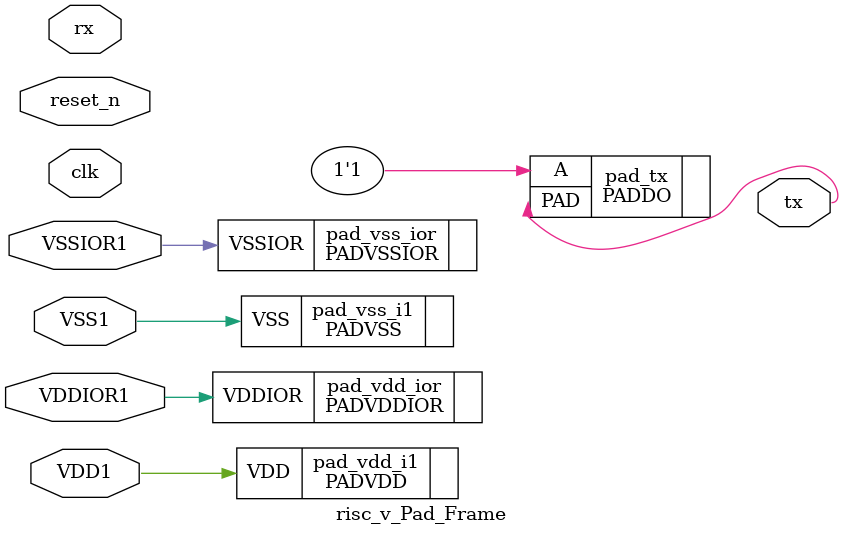
<source format=v>


// Verification Directory fv/risc_v_Pad_Frame 

module risc_v_Pad_Frame(VDD1, VSS1, VDDIOR1, VSSIOR1, clk, reset_n, rx,
     tx);
  input clk, reset_n, rx;
  output tx;
  inout VDD1, VSS1, VDDIOR1, VSSIOR1;
  wire clk, reset_n, rx;
  wire tx;
  wire VDD1, VSS1, VDDIOR1, VSSIOR1;
  wire [192:0] risc_v_top_i_id_ex_datapath_out;
  wire [205:0] risc_v_top_i_ex_mem_datapath_out;
  wire [13:0] risc_v_top_i_id_ex_controlpath_out;
  wire [63:0] risc_v_top_i_if_id_datapath_out;
  wire [31:0] risc_v_top_i_pc_out;
  wire [132:0] risc_v_top_i_mem_wb_datapath_out;
  wire [31:0] \risc_v_top_i_uart_IP_module_uart_val[3] ;
  wire [7:0] risc_v_top_i_uart_IP_module_rx_data;
  wire [31:0] \risc_v_top_i_uart_IP_module_uart_val[4] ;
  wire [31:0] \risc_v_top_i_uart_IP_module_uart_val[5] ;
  wire [31:0] \risc_v_top_i_uart_IP_module_uart_val[7] ;
  wire [12:0]
       risc_v_top_i_uart_IP_module_UART_full_duplex_rx_uart_BR_pulse_count;
  wire [3:0]
       risc_v_top_i_uart_IP_module_UART_full_duplex_rx_uart_count_bits_w;
  wire [2:0]
       risc_v_top_i_uart_IP_module_UART_full_duplex_rx_uart_FSM_Rx_Rx_state;
  wire [8:0]
       risc_v_top_i_uart_IP_module_UART_full_duplex_rx_uart_Q_SR_w;
  wire [17:0]
       risc_v_top_i_uart_IP_module_UART_full_duplex_tx_uart_delay_5ms_cuenta;
  wire UNCONNECTED, UNCONNECTED0, UNCONNECTED1, UNCONNECTED2,
       UNCONNECTED3, UNCONNECTED4, UNCONNECTED5, UNCONNECTED6;
  wire UNCONNECTED7, UNCONNECTED8, UNCONNECTED9, UNCONNECTED10,
       UNCONNECTED11, UNCONNECTED12, UNCONNECTED13, UNCONNECTED14;
  wire UNCONNECTED15, UNCONNECTED16, UNCONNECTED17, UNCONNECTED18,
       UNCONNECTED19, UNCONNECTED20, UNCONNECTED21, UNCONNECTED22;
  wire UNCONNECTED23, UNCONNECTED24, UNCONNECTED25, UNCONNECTED26,
       UNCONNECTED27, UNCONNECTED28, UNCONNECTED29, UNCONNECTED30;
  wire UNCONNECTED31, UNCONNECTED32, UNCONNECTED33, UNCONNECTED34,
       UNCONNECTED35, UNCONNECTED36, UNCONNECTED37, UNCONNECTED38;
  wire UNCONNECTED39, UNCONNECTED40, UNCONNECTED41, UNCONNECTED42,
       UNCONNECTED43, UNCONNECTED44, UNCONNECTED45, UNCONNECTED46;
  wire UNCONNECTED47, UNCONNECTED48, UNCONNECTED49, UNCONNECTED50,
       UNCONNECTED51, UNCONNECTED52, UNCONNECTED53, UNCONNECTED54;
  wire UNCONNECTED55, UNCONNECTED56, UNCONNECTED57, UNCONNECTED58,
       UNCONNECTED59, UNCONNECTED60, UNCONNECTED61, UNCONNECTED62;
  wire UNCONNECTED63, UNCONNECTED64, UNCONNECTED65, UNCONNECTED66,
       UNCONNECTED67, UNCONNECTED68, UNCONNECTED69, UNCONNECTED70;
  wire UNCONNECTED71, UNCONNECTED72, UNCONNECTED73, UNCONNECTED74,
       UNCONNECTED75, UNCONNECTED76, UNCONNECTED77, UNCONNECTED78;
  wire UNCONNECTED79, UNCONNECTED80, UNCONNECTED81, UNCONNECTED82,
       UNCONNECTED83, UNCONNECTED84, UNCONNECTED85, UNCONNECTED86;
  wire UNCONNECTED87, UNCONNECTED88, UNCONNECTED89, UNCONNECTED90,
       UNCONNECTED91, UNCONNECTED92, UNCONNECTED93, UNCONNECTED94;
  wire UNCONNECTED95, UNCONNECTED96, UNCONNECTED97, UNCONNECTED98,
       UNCONNECTED99, UNCONNECTED100, UNCONNECTED101, UNCONNECTED102;
  wire UNCONNECTED103, UNCONNECTED104, UNCONNECTED105, UNCONNECTED106,
       UNCONNECTED107, UNCONNECTED108, UNCONNECTED109, UNCONNECTED110;
  wire UNCONNECTED111, UNCONNECTED112, UNCONNECTED113, UNCONNECTED114,
       UNCONNECTED115, UNCONNECTED116, UNCONNECTED117, UNCONNECTED118;
  wire UNCONNECTED119, UNCONNECTED120, UNCONNECTED121, UNCONNECTED122,
       UNCONNECTED123, UNCONNECTED124, UNCONNECTED125, UNCONNECTED126;
  wire UNCONNECTED127, UNCONNECTED128, UNCONNECTED129, UNCONNECTED130,
       UNCONNECTED131, UNCONNECTED132, UNCONNECTED133, UNCONNECTED134;
  wire UNCONNECTED135, UNCONNECTED136, UNCONNECTED137, UNCONNECTED138,
       UNCONNECTED139, UNCONNECTED140, UNCONNECTED141, UNCONNECTED142;
  wire UNCONNECTED143, UNCONNECTED144, UNCONNECTED145, UNCONNECTED146,
       UNCONNECTED147, UNCONNECTED148, UNCONNECTED149, UNCONNECTED150;
  wire UNCONNECTED151, UNCONNECTED152, UNCONNECTED153, UNCONNECTED154,
       UNCONNECTED155, UNCONNECTED156, UNCONNECTED157, UNCONNECTED158;
  wire UNCONNECTED159, UNCONNECTED160, UNCONNECTED161, UNCONNECTED162,
       UNCONNECTED163, UNCONNECTED164, UNCONNECTED165, UNCONNECTED166;
  wire UNCONNECTED167, UNCONNECTED168, UNCONNECTED169, UNCONNECTED170,
       UNCONNECTED171, UNCONNECTED172, UNCONNECTED173, UNCONNECTED174;
  wire UNCONNECTED175, UNCONNECTED176, UNCONNECTED177, UNCONNECTED178,
       UNCONNECTED179, UNCONNECTED180, UNCONNECTED181, UNCONNECTED182;
  wire UNCONNECTED183, UNCONNECTED184, UNCONNECTED185, UNCONNECTED186,
       UNCONNECTED187, UNCONNECTED188, UNCONNECTED189, UNCONNECTED190;
  wire UNCONNECTED191, UNCONNECTED192, UNCONNECTED193, UNCONNECTED194,
       UNCONNECTED195, UNCONNECTED196, UNCONNECTED197, UNCONNECTED198;
  wire UNCONNECTED199, UNCONNECTED200, UNCONNECTED201, UNCONNECTED202,
       UNCONNECTED203, UNCONNECTED204, UNCONNECTED205, UNCONNECTED206;
  wire UNCONNECTED207, UNCONNECTED208, UNCONNECTED209, UNCONNECTED210,
       UNCONNECTED211, UNCONNECTED212, UNCONNECTED213, UNCONNECTED214;
  wire UNCONNECTED215, UNCONNECTED216, UNCONNECTED217, UNCONNECTED218,
       UNCONNECTED219, UNCONNECTED220, UNCONNECTED221, UNCONNECTED222;
  wire UNCONNECTED223, UNCONNECTED224, UNCONNECTED225, UNCONNECTED226,
       UNCONNECTED227, UNCONNECTED228, UNCONNECTED229, UNCONNECTED230;
  wire UNCONNECTED231, UNCONNECTED232, UNCONNECTED233, UNCONNECTED234,
       UNCONNECTED235, UNCONNECTED236, UNCONNECTED237, UNCONNECTED238;
  wire UNCONNECTED239, UNCONNECTED240, UNCONNECTED241, UNCONNECTED242,
       UNCONNECTED243, UNCONNECTED244, UNCONNECTED245, UNCONNECTED246;
  wire UNCONNECTED247, UNCONNECTED248, UNCONNECTED249, UNCONNECTED250,
       UNCONNECTED251, UNCONNECTED252, UNCONNECTED253, UNCONNECTED254;
  wire UNCONNECTED255, UNCONNECTED256, UNCONNECTED257, UNCONNECTED258,
       UNCONNECTED259, UNCONNECTED260, UNCONNECTED261, UNCONNECTED262;
  wire UNCONNECTED263, UNCONNECTED264, UNCONNECTED265, UNCONNECTED266,
       UNCONNECTED267, UNCONNECTED268, UNCONNECTED269, UNCONNECTED270;
  wire UNCONNECTED271, UNCONNECTED272, UNCONNECTED273, UNCONNECTED274,
       UNCONNECTED275, UNCONNECTED276, UNCONNECTED277, UNCONNECTED278;
  wire UNCONNECTED279, UNCONNECTED280, UNCONNECTED281, UNCONNECTED282,
       UNCONNECTED283, UNCONNECTED284, UNCONNECTED285, UNCONNECTED286;
  wire UNCONNECTED287, UNCONNECTED288, UNCONNECTED289, UNCONNECTED290,
       UNCONNECTED291, UNCONNECTED292, UNCONNECTED293, UNCONNECTED294;
  wire UNCONNECTED295, UNCONNECTED296, UNCONNECTED297, UNCONNECTED298,
       UNCONNECTED299, UNCONNECTED300, UNCONNECTED301, UNCONNECTED302;
  wire UNCONNECTED303, UNCONNECTED304, UNCONNECTED305, UNCONNECTED306,
       UNCONNECTED307, UNCONNECTED308, UNCONNECTED309, UNCONNECTED310;
  wire UNCONNECTED311, UNCONNECTED312, UNCONNECTED313, UNCONNECTED314,
       UNCONNECTED315, UNCONNECTED316, UNCONNECTED317, UNCONNECTED318;
  wire UNCONNECTED319, UNCONNECTED320, UNCONNECTED321, UNCONNECTED322,
       UNCONNECTED323, UNCONNECTED324, UNCONNECTED325, UNCONNECTED326;
  wire UNCONNECTED327, UNCONNECTED328, UNCONNECTED329, UNCONNECTED330,
       UNCONNECTED331, UNCONNECTED332, UNCONNECTED333, UNCONNECTED334;
  wire UNCONNECTED335, UNCONNECTED336, UNCONNECTED337, UNCONNECTED338,
       UNCONNECTED339, UNCONNECTED340, UNCONNECTED341, UNCONNECTED342;
  wire UNCONNECTED343, UNCONNECTED344, UNCONNECTED345, UNCONNECTED346,
       UNCONNECTED347, UNCONNECTED348, UNCONNECTED349, UNCONNECTED350;
  wire UNCONNECTED351, UNCONNECTED352, UNCONNECTED353, UNCONNECTED354,
       UNCONNECTED355, UNCONNECTED356, UNCONNECTED357, UNCONNECTED358;
  wire UNCONNECTED359, UNCONNECTED360, UNCONNECTED361, UNCONNECTED362,
       UNCONNECTED363, UNCONNECTED364, UNCONNECTED365, UNCONNECTED366;
  wire UNCONNECTED367, UNCONNECTED368, UNCONNECTED369, UNCONNECTED370,
       UNCONNECTED371, UNCONNECTED372, UNCONNECTED373, UNCONNECTED374;
  wire UNCONNECTED375, UNCONNECTED376, UNCONNECTED377, UNCONNECTED378,
       UNCONNECTED379, UNCONNECTED380, UNCONNECTED381, UNCONNECTED382;
  wire UNCONNECTED383, UNCONNECTED384, UNCONNECTED385, UNCONNECTED386,
       UNCONNECTED387, UNCONNECTED388, UNCONNECTED389, UNCONNECTED390;
  wire UNCONNECTED391, UNCONNECTED392, UNCONNECTED393, UNCONNECTED394,
       UNCONNECTED395, UNCONNECTED396, UNCONNECTED397, UNCONNECTED398;
  wire UNCONNECTED399, UNCONNECTED400, UNCONNECTED401, UNCONNECTED402,
       UNCONNECTED403, UNCONNECTED404, UNCONNECTED405, UNCONNECTED406;
  wire UNCONNECTED407, UNCONNECTED408, UNCONNECTED409, UNCONNECTED410,
       UNCONNECTED411, UNCONNECTED412, UNCONNECTED413, UNCONNECTED414;
  wire UNCONNECTED415, UNCONNECTED416, UNCONNECTED417, UNCONNECTED418,
       UNCONNECTED419, UNCONNECTED420, UNCONNECTED421, UNCONNECTED422;
  wire UNCONNECTED423, UNCONNECTED424, UNCONNECTED425, UNCONNECTED426,
       UNCONNECTED427, UNCONNECTED428, UNCONNECTED429, UNCONNECTED430;
  wire UNCONNECTED431, UNCONNECTED432, UNCONNECTED433, UNCONNECTED434,
       UNCONNECTED435, UNCONNECTED436, UNCONNECTED437, UNCONNECTED438;
  wire UNCONNECTED439, UNCONNECTED440, UNCONNECTED441, UNCONNECTED442,
       UNCONNECTED443, UNCONNECTED444, UNCONNECTED445, UNCONNECTED446;
  wire UNCONNECTED447, UNCONNECTED448, UNCONNECTED449, UNCONNECTED450,
       UNCONNECTED451, UNCONNECTED452, UNCONNECTED453, UNCONNECTED454;
  wire UNCONNECTED455, UNCONNECTED456, UNCONNECTED457, UNCONNECTED458,
       UNCONNECTED459, UNCONNECTED460, UNCONNECTED461, UNCONNECTED462;
  wire UNCONNECTED463, UNCONNECTED464, UNCONNECTED465, UNCONNECTED466,
       UNCONNECTED467, UNCONNECTED468, UNCONNECTED469, UNCONNECTED470;
  wire UNCONNECTED471, UNCONNECTED472, UNCONNECTED473, UNCONNECTED474,
       UNCONNECTED475, UNCONNECTED476, UNCONNECTED477, UNCONNECTED478;
  wire UNCONNECTED479, UNCONNECTED480, UNCONNECTED481, UNCONNECTED482,
       UNCONNECTED483, UNCONNECTED484, UNCONNECTED485, UNCONNECTED486;
  wire UNCONNECTED487, UNCONNECTED488, UNCONNECTED489, UNCONNECTED490,
       UNCONNECTED491, UNCONNECTED492, UNCONNECTED493, UNCONNECTED494;
  wire UNCONNECTED495, UNCONNECTED496, UNCONNECTED497, UNCONNECTED498,
       UNCONNECTED499, UNCONNECTED500, UNCONNECTED501, UNCONNECTED502;
  wire UNCONNECTED503, UNCONNECTED504, UNCONNECTED505, UNCONNECTED506,
       UNCONNECTED507, UNCONNECTED508, UNCONNECTED509, UNCONNECTED510;
  wire UNCONNECTED511, UNCONNECTED512, UNCONNECTED513, UNCONNECTED514,
       UNCONNECTED515, UNCONNECTED516, UNCONNECTED517, UNCONNECTED518;
  wire UNCONNECTED519, UNCONNECTED520, UNCONNECTED521, UNCONNECTED522,
       UNCONNECTED523, UNCONNECTED524, UNCONNECTED525, UNCONNECTED526;
  wire UNCONNECTED527, UNCONNECTED528, UNCONNECTED529, UNCONNECTED530,
       UNCONNECTED531, UNCONNECTED532, UNCONNECTED533, UNCONNECTED534;
  wire UNCONNECTED535, UNCONNECTED536, UNCONNECTED537, UNCONNECTED538,
       UNCONNECTED539, UNCONNECTED540, UNCONNECTED541, UNCONNECTED542;
  wire UNCONNECTED543, UNCONNECTED544, UNCONNECTED545, UNCONNECTED546,
       UNCONNECTED547, UNCONNECTED548, UNCONNECTED549, UNCONNECTED550;
  wire UNCONNECTED551, UNCONNECTED552, UNCONNECTED553, UNCONNECTED554,
       UNCONNECTED555, UNCONNECTED556, UNCONNECTED557, UNCONNECTED558;
  wire UNCONNECTED559, UNCONNECTED560, UNCONNECTED561, UNCONNECTED562,
       UNCONNECTED563, UNCONNECTED564, UNCONNECTED565, UNCONNECTED566;
  wire UNCONNECTED567, UNCONNECTED568, UNCONNECTED569, UNCONNECTED570,
       UNCONNECTED571, UNCONNECTED572, UNCONNECTED573, UNCONNECTED574;
  wire UNCONNECTED575, UNCONNECTED576, UNCONNECTED577, UNCONNECTED578,
       UNCONNECTED579, UNCONNECTED580, UNCONNECTED581, UNCONNECTED582;
  wire UNCONNECTED583, UNCONNECTED584, UNCONNECTED585, UNCONNECTED586,
       UNCONNECTED587, UNCONNECTED588, UNCONNECTED589, UNCONNECTED590;
  wire UNCONNECTED591, UNCONNECTED592, UNCONNECTED593, UNCONNECTED594,
       UNCONNECTED595, UNCONNECTED596, UNCONNECTED597, UNCONNECTED598;
  wire UNCONNECTED599, UNCONNECTED600, UNCONNECTED601, UNCONNECTED602,
       UNCONNECTED603, UNCONNECTED604, UNCONNECTED605, UNCONNECTED606;
  wire UNCONNECTED607, UNCONNECTED608, UNCONNECTED609, UNCONNECTED610,
       UNCONNECTED611, UNCONNECTED612, UNCONNECTED613, UNCONNECTED614;
  wire UNCONNECTED615, UNCONNECTED616, UNCONNECTED617, UNCONNECTED618,
       UNCONNECTED619, UNCONNECTED620, UNCONNECTED621, UNCONNECTED622;
  wire UNCONNECTED623, UNCONNECTED624, UNCONNECTED625, UNCONNECTED626,
       UNCONNECTED627, UNCONNECTED628, UNCONNECTED629, UNCONNECTED630;
  wire UNCONNECTED631, UNCONNECTED632, UNCONNECTED633, UNCONNECTED634,
       UNCONNECTED635, UNCONNECTED636, UNCONNECTED637, UNCONNECTED638;
  wire UNCONNECTED639, UNCONNECTED640, UNCONNECTED641, UNCONNECTED642,
       UNCONNECTED643, UNCONNECTED644, UNCONNECTED645, UNCONNECTED646;
  wire UNCONNECTED647, UNCONNECTED648, UNCONNECTED649, UNCONNECTED650,
       UNCONNECTED651, UNCONNECTED652, UNCONNECTED653, UNCONNECTED654;
  wire UNCONNECTED655, UNCONNECTED656, UNCONNECTED657, UNCONNECTED658,
       UNCONNECTED659, UNCONNECTED660, UNCONNECTED661, UNCONNECTED662;
  wire UNCONNECTED663, UNCONNECTED664, UNCONNECTED665, UNCONNECTED666,
       UNCONNECTED667, UNCONNECTED668, UNCONNECTED669, UNCONNECTED670;
  wire UNCONNECTED671, UNCONNECTED672, UNCONNECTED673, UNCONNECTED674,
       UNCONNECTED675, UNCONNECTED676, UNCONNECTED677, UNCONNECTED678;
  wire UNCONNECTED679, UNCONNECTED680, UNCONNECTED681, UNCONNECTED682,
       UNCONNECTED683, UNCONNECTED684, UNCONNECTED685, UNCONNECTED686;
  wire UNCONNECTED687, UNCONNECTED688, UNCONNECTED689, UNCONNECTED690,
       UNCONNECTED691, UNCONNECTED692, UNCONNECTED693, UNCONNECTED694;
  wire UNCONNECTED695, UNCONNECTED696, UNCONNECTED697, UNCONNECTED698,
       UNCONNECTED699, UNCONNECTED700, UNCONNECTED701, UNCONNECTED702;
  wire UNCONNECTED703, UNCONNECTED704, UNCONNECTED705, UNCONNECTED706,
       UNCONNECTED707, UNCONNECTED708, UNCONNECTED709, UNCONNECTED710;
  wire UNCONNECTED711, UNCONNECTED712, UNCONNECTED713, UNCONNECTED714,
       UNCONNECTED715, UNCONNECTED716, UNCONNECTED717, UNCONNECTED718;
  wire UNCONNECTED719, UNCONNECTED720, UNCONNECTED721, UNCONNECTED722,
       UNCONNECTED723, UNCONNECTED724, UNCONNECTED725, UNCONNECTED726;
  wire UNCONNECTED727, UNCONNECTED728, UNCONNECTED729, UNCONNECTED730,
       UNCONNECTED731, UNCONNECTED732, UNCONNECTED733, UNCONNECTED734;
  wire UNCONNECTED735, UNCONNECTED736, UNCONNECTED737, UNCONNECTED738,
       UNCONNECTED739, UNCONNECTED740, UNCONNECTED741, UNCONNECTED742;
  wire UNCONNECTED743, UNCONNECTED744, UNCONNECTED745, UNCONNECTED746,
       UNCONNECTED747, UNCONNECTED748, UNCONNECTED749, UNCONNECTED750;
  wire UNCONNECTED751, UNCONNECTED752, UNCONNECTED753, UNCONNECTED754,
       UNCONNECTED755, UNCONNECTED756, UNCONNECTED757, UNCONNECTED758;
  wire UNCONNECTED759, UNCONNECTED760, UNCONNECTED761, UNCONNECTED762,
       UNCONNECTED763, UNCONNECTED764, UNCONNECTED765, UNCONNECTED766;
  wire UNCONNECTED767, UNCONNECTED768, UNCONNECTED769, UNCONNECTED770,
       UNCONNECTED771, UNCONNECTED772, UNCONNECTED773, UNCONNECTED774;
  wire UNCONNECTED775, UNCONNECTED776, UNCONNECTED777, UNCONNECTED778,
       UNCONNECTED779, UNCONNECTED780, UNCONNECTED781, UNCONNECTED782;
  wire UNCONNECTED783, UNCONNECTED784, UNCONNECTED785, UNCONNECTED786,
       UNCONNECTED787, UNCONNECTED788, UNCONNECTED789, UNCONNECTED790;
  wire UNCONNECTED791, UNCONNECTED792, UNCONNECTED793, UNCONNECTED794,
       UNCONNECTED795, UNCONNECTED796, UNCONNECTED797, UNCONNECTED798;
  wire UNCONNECTED799, UNCONNECTED800, UNCONNECTED801, UNCONNECTED802,
       UNCONNECTED803, UNCONNECTED804, UNCONNECTED805, UNCONNECTED806;
  wire UNCONNECTED807, UNCONNECTED808, UNCONNECTED809, UNCONNECTED810,
       UNCONNECTED811, UNCONNECTED812, UNCONNECTED813, UNCONNECTED814;
  wire UNCONNECTED815, UNCONNECTED816, UNCONNECTED817, UNCONNECTED818,
       UNCONNECTED819, UNCONNECTED820, UNCONNECTED821, UNCONNECTED822;
  wire UNCONNECTED823, UNCONNECTED824, UNCONNECTED825, UNCONNECTED826,
       UNCONNECTED827, UNCONNECTED828, UNCONNECTED829, UNCONNECTED830;
  wire UNCONNECTED831, UNCONNECTED832, UNCONNECTED833, UNCONNECTED834,
       UNCONNECTED835, UNCONNECTED836, UNCONNECTED837, UNCONNECTED838;
  wire UNCONNECTED839, UNCONNECTED840, UNCONNECTED841, UNCONNECTED842,
       UNCONNECTED843, UNCONNECTED844, UNCONNECTED845, UNCONNECTED846;
  wire UNCONNECTED847, UNCONNECTED848, UNCONNECTED849, UNCONNECTED850,
       UNCONNECTED851, UNCONNECTED852, UNCONNECTED853, UNCONNECTED854;
  wire UNCONNECTED855, UNCONNECTED856, UNCONNECTED857, UNCONNECTED858,
       UNCONNECTED859, UNCONNECTED860, UNCONNECTED861, UNCONNECTED862;
  wire UNCONNECTED863, UNCONNECTED864, UNCONNECTED865, UNCONNECTED866,
       UNCONNECTED867, UNCONNECTED868, UNCONNECTED869, UNCONNECTED870;
  wire UNCONNECTED871, UNCONNECTED872, UNCONNECTED873, UNCONNECTED874,
       UNCONNECTED875, UNCONNECTED876, UNCONNECTED877, UNCONNECTED878;
  wire UNCONNECTED879, UNCONNECTED880, UNCONNECTED881, UNCONNECTED882,
       UNCONNECTED883, UNCONNECTED884, UNCONNECTED885, UNCONNECTED886;
  wire UNCONNECTED887, UNCONNECTED888, UNCONNECTED889, UNCONNECTED890,
       UNCONNECTED891, UNCONNECTED892, UNCONNECTED893, UNCONNECTED894;
  wire UNCONNECTED895, UNCONNECTED896, UNCONNECTED897, UNCONNECTED898,
       UNCONNECTED899, UNCONNECTED900, UNCONNECTED901, UNCONNECTED902;
  wire UNCONNECTED903, UNCONNECTED904, UNCONNECTED905, UNCONNECTED906,
       UNCONNECTED907, UNCONNECTED908, UNCONNECTED909, UNCONNECTED910;
  wire UNCONNECTED911, UNCONNECTED912, UNCONNECTED913, UNCONNECTED914,
       UNCONNECTED915, UNCONNECTED916, UNCONNECTED917, UNCONNECTED918;
  wire UNCONNECTED919, UNCONNECTED920, UNCONNECTED921, UNCONNECTED922,
       UNCONNECTED923, UNCONNECTED924, UNCONNECTED925, UNCONNECTED926;
  wire UNCONNECTED927, UNCONNECTED928, UNCONNECTED929, UNCONNECTED930,
       UNCONNECTED931, UNCONNECTED932, UNCONNECTED933, UNCONNECTED934;
  wire UNCONNECTED935, UNCONNECTED936, UNCONNECTED937, UNCONNECTED938,
       UNCONNECTED939, UNCONNECTED940, UNCONNECTED941, UNCONNECTED942;
  wire UNCONNECTED943, UNCONNECTED944, UNCONNECTED945, UNCONNECTED946,
       UNCONNECTED947, UNCONNECTED948, UNCONNECTED949, UNCONNECTED950;
  wire UNCONNECTED951, UNCONNECTED952, UNCONNECTED953, UNCONNECTED954,
       UNCONNECTED955, UNCONNECTED956, UNCONNECTED957, UNCONNECTED958;
  wire UNCONNECTED959, UNCONNECTED960, UNCONNECTED961, UNCONNECTED962,
       UNCONNECTED963, UNCONNECTED964, UNCONNECTED965, UNCONNECTED966;
  wire UNCONNECTED967, UNCONNECTED968, UNCONNECTED969, UNCONNECTED970,
       UNCONNECTED971, UNCONNECTED972, UNCONNECTED973, UNCONNECTED974;
  wire UNCONNECTED975, UNCONNECTED976, UNCONNECTED977, UNCONNECTED978,
       UNCONNECTED979, UNCONNECTED980, UNCONNECTED981, UNCONNECTED982;
  wire UNCONNECTED983, UNCONNECTED984, UNCONNECTED985, UNCONNECTED986,
       UNCONNECTED987, UNCONNECTED988, UNCONNECTED989, UNCONNECTED990;
  wire UNCONNECTED991, UNCONNECTED992, UNCONNECTED993, UNCONNECTED994,
       UNCONNECTED995, UNCONNECTED996, UNCONNECTED997, UNCONNECTED998;
  wire UNCONNECTED999, UNCONNECTED1000, UNCONNECTED1001,
       UNCONNECTED1002, UNCONNECTED1003, UNCONNECTED1004,
       UNCONNECTED1005, UNCONNECTED1006;
  wire UNCONNECTED1007, UNCONNECTED1008, UNCONNECTED1009,
       UNCONNECTED1010, UNCONNECTED1011, UNCONNECTED1012,
       UNCONNECTED1013, UNCONNECTED1014;
  wire UNCONNECTED1015, UNCONNECTED1016, UNCONNECTED1017,
       UNCONNECTED1018, UNCONNECTED1019, UNCONNECTED1020,
       UNCONNECTED1021, UNCONNECTED1022;
  wire UNCONNECTED1023, UNCONNECTED1024, UNCONNECTED1025,
       UNCONNECTED1026, UNCONNECTED1027, UNCONNECTED1028,
       UNCONNECTED1029, UNCONNECTED1030;
  wire UNCONNECTED1031, UNCONNECTED1032, UNCONNECTED1033,
       UNCONNECTED1034, UNCONNECTED1035, UNCONNECTED1036,
       UNCONNECTED1037, UNCONNECTED1038;
  wire UNCONNECTED1039, UNCONNECTED1040, UNCONNECTED1041,
       UNCONNECTED1042, UNCONNECTED1043, UNCONNECTED1044,
       UNCONNECTED1045, UNCONNECTED1046;
  wire UNCONNECTED1047, UNCONNECTED1048, UNCONNECTED1049,
       UNCONNECTED1050, UNCONNECTED1051, UNCONNECTED1052,
       UNCONNECTED1053, UNCONNECTED1054;
  wire UNCONNECTED1055, UNCONNECTED1056, UNCONNECTED1057,
       UNCONNECTED1058, UNCONNECTED1059, UNCONNECTED1060,
       UNCONNECTED1061, UNCONNECTED1062;
  wire UNCONNECTED1063, UNCONNECTED1064, UNCONNECTED1065,
       UNCONNECTED1066, UNCONNECTED1067, UNCONNECTED1068,
       UNCONNECTED1069, UNCONNECTED1070;
  wire UNCONNECTED1071, UNCONNECTED1072, UNCONNECTED1073,
       UNCONNECTED1074, UNCONNECTED1075, UNCONNECTED1076,
       UNCONNECTED1077, UNCONNECTED1078;
  wire UNCONNECTED1079, UNCONNECTED1080, UNCONNECTED1081,
       UNCONNECTED1082, UNCONNECTED1083, UNCONNECTED1084,
       UNCONNECTED1085, UNCONNECTED1086;
  wire UNCONNECTED1087, UNCONNECTED1088, UNCONNECTED1089,
       UNCONNECTED1090, UNCONNECTED1091, UNCONNECTED1092,
       UNCONNECTED1093, UNCONNECTED1094;
  wire UNCONNECTED1095, UNCONNECTED1096, UNCONNECTED1097,
       UNCONNECTED1098, UNCONNECTED1099, UNCONNECTED1100,
       UNCONNECTED1101, UNCONNECTED1102;
  wire UNCONNECTED1103, UNCONNECTED1104, UNCONNECTED1105,
       UNCONNECTED1106, UNCONNECTED1107, UNCONNECTED1108,
       UNCONNECTED1109, UNCONNECTED1110;
  wire UNCONNECTED1111, UNCONNECTED1112, UNCONNECTED1113,
       UNCONNECTED1114, UNCONNECTED1115, UNCONNECTED1116,
       UNCONNECTED1117, UNCONNECTED1118;
  wire UNCONNECTED1119, UNCONNECTED1120, UNCONNECTED1121,
       UNCONNECTED1122, UNCONNECTED1123, UNCONNECTED1124,
       UNCONNECTED1125, UNCONNECTED1126;
  wire UNCONNECTED1127, UNCONNECTED1128, UNCONNECTED1129,
       UNCONNECTED1130, UNCONNECTED1131, UNCONNECTED1132,
       UNCONNECTED1133, UNCONNECTED1134;
  wire UNCONNECTED1135, UNCONNECTED1136, UNCONNECTED1137,
       UNCONNECTED1138, UNCONNECTED1139, UNCONNECTED1140,
       UNCONNECTED1141, UNCONNECTED1142;
  wire UNCONNECTED1143, UNCONNECTED1144, UNCONNECTED1145,
       UNCONNECTED1146, UNCONNECTED1147, UNCONNECTED1148,
       UNCONNECTED1149, UNCONNECTED1150;
  wire UNCONNECTED1151, UNCONNECTED1152, UNCONNECTED1153,
       UNCONNECTED1154, UNCONNECTED1155, UNCONNECTED1156,
       UNCONNECTED1157, UNCONNECTED1158;
  wire UNCONNECTED1159, UNCONNECTED1160, UNCONNECTED1161,
       UNCONNECTED1162, UNCONNECTED1163, UNCONNECTED1164,
       UNCONNECTED1165, UNCONNECTED1166;
  wire UNCONNECTED1167, UNCONNECTED1168, UNCONNECTED1169,
       UNCONNECTED1170, UNCONNECTED1171, UNCONNECTED1172,
       UNCONNECTED1173, UNCONNECTED1174;
  wire UNCONNECTED1175, UNCONNECTED1176, UNCONNECTED1177,
       UNCONNECTED1178, UNCONNECTED1179, UNCONNECTED1180,
       UNCONNECTED1181, UNCONNECTED1182;
  wire UNCONNECTED1183, UNCONNECTED1184, UNCONNECTED1185,
       UNCONNECTED1186, UNCONNECTED1187, UNCONNECTED1188,
       UNCONNECTED1189, UNCONNECTED1190;
  wire UNCONNECTED1191, UNCONNECTED1192, UNCONNECTED1193,
       UNCONNECTED1194, UNCONNECTED1195, UNCONNECTED1196,
       UNCONNECTED1197, UNCONNECTED1198;
  wire UNCONNECTED1199, UNCONNECTED1200, UNCONNECTED1201,
       UNCONNECTED1202, UNCONNECTED1203, UNCONNECTED1204,
       UNCONNECTED1205, UNCONNECTED1206;
  wire UNCONNECTED1207, UNCONNECTED1208, UNCONNECTED1209,
       UNCONNECTED1210, UNCONNECTED1211, UNCONNECTED1212,
       UNCONNECTED1213, UNCONNECTED1214;
  wire UNCONNECTED1215, UNCONNECTED1216, UNCONNECTED1217,
       UNCONNECTED1218, UNCONNECTED1219, UNCONNECTED1220,
       UNCONNECTED1221, UNCONNECTED1222;
  wire UNCONNECTED1223, UNCONNECTED1224, UNCONNECTED1225,
       UNCONNECTED1226, UNCONNECTED1227, UNCONNECTED1228,
       UNCONNECTED1229, UNCONNECTED1230;
  wire UNCONNECTED1231, UNCONNECTED1232, UNCONNECTED1233,
       UNCONNECTED1234, UNCONNECTED1235, UNCONNECTED1236,
       UNCONNECTED1237, UNCONNECTED1238;
  wire UNCONNECTED1239, UNCONNECTED1240, UNCONNECTED1241,
       UNCONNECTED1242, UNCONNECTED1243, UNCONNECTED1244,
       UNCONNECTED1245, UNCONNECTED1246;
  wire UNCONNECTED1247, UNCONNECTED1248, UNCONNECTED1249,
       UNCONNECTED1250, UNCONNECTED1251, UNCONNECTED1252,
       UNCONNECTED1253, UNCONNECTED1254;
  wire UNCONNECTED1255, UNCONNECTED1256, UNCONNECTED1257,
       UNCONNECTED1258, UNCONNECTED1259, UNCONNECTED1260,
       UNCONNECTED1261, UNCONNECTED1262;
  wire UNCONNECTED1263, UNCONNECTED1264, UNCONNECTED1265,
       UNCONNECTED1266, UNCONNECTED1267, UNCONNECTED1268,
       UNCONNECTED1269, UNCONNECTED1270;
  wire UNCONNECTED1271, UNCONNECTED1272, UNCONNECTED1273,
       UNCONNECTED1274, UNCONNECTED1275, UNCONNECTED1276,
       UNCONNECTED1277, UNCONNECTED1278;
  wire UNCONNECTED1279, UNCONNECTED1280, UNCONNECTED1281,
       UNCONNECTED1282, UNCONNECTED1283, UNCONNECTED1284,
       UNCONNECTED1285, UNCONNECTED1286;
  wire UNCONNECTED1287, UNCONNECTED1288, UNCONNECTED1289,
       UNCONNECTED1290, UNCONNECTED1291, UNCONNECTED1292,
       UNCONNECTED1293, UNCONNECTED1294;
  wire UNCONNECTED1295, UNCONNECTED1296, UNCONNECTED1297,
       UNCONNECTED1298, UNCONNECTED1299, UNCONNECTED1300,
       UNCONNECTED1301, UNCONNECTED1302;
  wire UNCONNECTED1303, UNCONNECTED1304, UNCONNECTED1305,
       UNCONNECTED1306, UNCONNECTED1307, UNCONNECTED1308,
       UNCONNECTED1309, UNCONNECTED1310;
  wire UNCONNECTED1311, UNCONNECTED1312, UNCONNECTED1313,
       UNCONNECTED1314, UNCONNECTED1315, UNCONNECTED1316,
       UNCONNECTED1317, UNCONNECTED1318;
  wire UNCONNECTED1319, UNCONNECTED1320, UNCONNECTED1321,
       UNCONNECTED1322, UNCONNECTED1323, UNCONNECTED1324,
       UNCONNECTED1325, UNCONNECTED1326;
  wire UNCONNECTED1327, UNCONNECTED1328, UNCONNECTED1329,
       UNCONNECTED1330, UNCONNECTED1331, UNCONNECTED1332,
       UNCONNECTED1333, UNCONNECTED1334;
  wire UNCONNECTED1335, UNCONNECTED1336, UNCONNECTED1337,
       UNCONNECTED1338, UNCONNECTED1339, UNCONNECTED1340,
       UNCONNECTED1341, UNCONNECTED1342;
  wire UNCONNECTED1343, UNCONNECTED1344, UNCONNECTED1345,
       UNCONNECTED1346, UNCONNECTED1347, UNCONNECTED1348,
       UNCONNECTED1349, UNCONNECTED1350;
  wire UNCONNECTED1351, UNCONNECTED1352, UNCONNECTED1353,
       UNCONNECTED1354, UNCONNECTED1355, UNCONNECTED1356,
       UNCONNECTED1357, UNCONNECTED1358;
  wire UNCONNECTED1359, UNCONNECTED1360, UNCONNECTED1361,
       UNCONNECTED1362, UNCONNECTED1363, UNCONNECTED1364,
       UNCONNECTED1365, UNCONNECTED1366;
  wire UNCONNECTED1367, UNCONNECTED1368, UNCONNECTED1369,
       UNCONNECTED1370, UNCONNECTED1371, UNCONNECTED1372,
       UNCONNECTED1373, UNCONNECTED1374;
  wire UNCONNECTED1375, UNCONNECTED1376, UNCONNECTED1377,
       UNCONNECTED1378, UNCONNECTED1379, UNCONNECTED1380,
       UNCONNECTED1381, UNCONNECTED1382;
  wire UNCONNECTED1383, UNCONNECTED1384, UNCONNECTED1385,
       UNCONNECTED1386, UNCONNECTED1387, UNCONNECTED1388,
       UNCONNECTED1389, UNCONNECTED1390;
  wire UNCONNECTED1391, UNCONNECTED1392, UNCONNECTED1393,
       UNCONNECTED1394, UNCONNECTED1395, UNCONNECTED1396,
       UNCONNECTED1397, UNCONNECTED1398;
  wire UNCONNECTED1399, UNCONNECTED1400, UNCONNECTED1401,
       UNCONNECTED1402, UNCONNECTED1403, UNCONNECTED1404,
       UNCONNECTED1405, UNCONNECTED1406;
  wire UNCONNECTED1407, UNCONNECTED1408, UNCONNECTED1409,
       UNCONNECTED1410, UNCONNECTED1411, UNCONNECTED1412,
       UNCONNECTED1413, UNCONNECTED1414;
  wire UNCONNECTED1415, UNCONNECTED1416, UNCONNECTED1417,
       UNCONNECTED1418, UNCONNECTED1419, UNCONNECTED1420,
       UNCONNECTED1421, UNCONNECTED1422;
  wire UNCONNECTED1423, UNCONNECTED1424, UNCONNECTED1425,
       UNCONNECTED1426, UNCONNECTED1427, UNCONNECTED1428,
       UNCONNECTED1429, UNCONNECTED1430;
  wire UNCONNECTED1431, UNCONNECTED1432, UNCONNECTED1433,
       UNCONNECTED1434, UNCONNECTED1435, UNCONNECTED1436,
       UNCONNECTED1437, UNCONNECTED1438;
  wire UNCONNECTED1439, UNCONNECTED1440, UNCONNECTED1441,
       UNCONNECTED1442, UNCONNECTED1443, UNCONNECTED1444,
       UNCONNECTED1445, UNCONNECTED1446;
  wire UNCONNECTED1447, UNCONNECTED1448, UNCONNECTED1449,
       UNCONNECTED1450, UNCONNECTED1451, UNCONNECTED1452,
       UNCONNECTED1453, UNCONNECTED1454;
  wire UNCONNECTED1455, UNCONNECTED1456, UNCONNECTED1457,
       UNCONNECTED1458, UNCONNECTED1459, UNCONNECTED1460,
       UNCONNECTED1461, UNCONNECTED1462;
  wire UNCONNECTED1463, UNCONNECTED1464, UNCONNECTED1465,
       UNCONNECTED1466, UNCONNECTED1467, UNCONNECTED1468,
       UNCONNECTED1469, UNCONNECTED1470;
  wire UNCONNECTED1471, UNCONNECTED1472, UNCONNECTED1473,
       UNCONNECTED1474, UNCONNECTED1475, UNCONNECTED1476,
       UNCONNECTED1477, UNCONNECTED1478;
  wire UNCONNECTED1479, UNCONNECTED1480, UNCONNECTED1481,
       UNCONNECTED1482, UNCONNECTED1483, UNCONNECTED1484,
       UNCONNECTED1485, UNCONNECTED1486;
  wire UNCONNECTED1487, UNCONNECTED1488, UNCONNECTED1489,
       UNCONNECTED1490, UNCONNECTED1491, UNCONNECTED1492,
       UNCONNECTED1493, UNCONNECTED1494;
  wire UNCONNECTED1495, UNCONNECTED1496, UNCONNECTED1497,
       UNCONNECTED1498, UNCONNECTED1499, UNCONNECTED1500,
       UNCONNECTED1501, UNCONNECTED1502;
  wire UNCONNECTED1503, UNCONNECTED1504, UNCONNECTED1505,
       UNCONNECTED1506, UNCONNECTED1507, UNCONNECTED1508,
       UNCONNECTED1509, UNCONNECTED1510;
  wire UNCONNECTED1511, UNCONNECTED1512, UNCONNECTED1513,
       UNCONNECTED1514, UNCONNECTED1515, UNCONNECTED1516,
       UNCONNECTED1517, UNCONNECTED1518;
  wire UNCONNECTED1519, UNCONNECTED1520, UNCONNECTED1521,
       UNCONNECTED1522, UNCONNECTED1523, UNCONNECTED1524,
       UNCONNECTED1525, UNCONNECTED1526;
  wire UNCONNECTED1527, UNCONNECTED1528, UNCONNECTED1529,
       UNCONNECTED1530, UNCONNECTED1531, UNCONNECTED1532,
       UNCONNECTED1533, UNCONNECTED1534;
  wire UNCONNECTED1535, UNCONNECTED1536, UNCONNECTED1537,
       UNCONNECTED1538, UNCONNECTED1539, UNCONNECTED1540,
       UNCONNECTED1541, UNCONNECTED1542;
  wire UNCONNECTED1543, UNCONNECTED1544, UNCONNECTED1545,
       UNCONNECTED1546, UNCONNECTED1547, UNCONNECTED1548,
       UNCONNECTED1549, UNCONNECTED1550;
  wire UNCONNECTED1551, UNCONNECTED1552, UNCONNECTED1553,
       UNCONNECTED1554, UNCONNECTED1555, UNCONNECTED1556,
       UNCONNECTED1557, UNCONNECTED1558;
  wire UNCONNECTED1559, UNCONNECTED1560, UNCONNECTED1561,
       UNCONNECTED1562, UNCONNECTED1563, UNCONNECTED1564,
       UNCONNECTED1565, UNCONNECTED1566;
  wire UNCONNECTED1567, UNCONNECTED1568, UNCONNECTED1569,
       UNCONNECTED1570, UNCONNECTED1571, UNCONNECTED1572,
       UNCONNECTED1573, UNCONNECTED1574;
  wire UNCONNECTED1575, UNCONNECTED1576, UNCONNECTED1577,
       UNCONNECTED1578, UNCONNECTED1579, UNCONNECTED1580,
       UNCONNECTED1581, UNCONNECTED1582;
  wire UNCONNECTED1583, UNCONNECTED1584, UNCONNECTED1585,
       UNCONNECTED1586, UNCONNECTED1587, UNCONNECTED1588,
       UNCONNECTED1589, UNCONNECTED1590;
  wire UNCONNECTED1591, UNCONNECTED1592, UNCONNECTED1593,
       UNCONNECTED1594, UNCONNECTED1595, UNCONNECTED1596,
       UNCONNECTED1597, UNCONNECTED1598;
  wire UNCONNECTED1599, UNCONNECTED1600, UNCONNECTED1601,
       UNCONNECTED1602, UNCONNECTED1603, UNCONNECTED1604,
       UNCONNECTED1605, UNCONNECTED1606;
  wire UNCONNECTED1607, UNCONNECTED1608, UNCONNECTED1609,
       UNCONNECTED1610, UNCONNECTED1611, UNCONNECTED1612,
       UNCONNECTED1613, UNCONNECTED1614;
  wire UNCONNECTED1615, UNCONNECTED1616, UNCONNECTED1617,
       UNCONNECTED1618, UNCONNECTED1619, UNCONNECTED1620,
       UNCONNECTED1621, UNCONNECTED1622;
  wire UNCONNECTED1623, UNCONNECTED1624, UNCONNECTED1625,
       UNCONNECTED1626, UNCONNECTED1627, UNCONNECTED1628,
       UNCONNECTED1629, UNCONNECTED1630;
  wire UNCONNECTED1631, UNCONNECTED1632, UNCONNECTED1633,
       UNCONNECTED1634, UNCONNECTED1635, UNCONNECTED1636,
       UNCONNECTED1637, UNCONNECTED1638;
  wire UNCONNECTED1639, UNCONNECTED1640, UNCONNECTED1641,
       UNCONNECTED1642, UNCONNECTED1643, UNCONNECTED1644,
       UNCONNECTED1645, UNCONNECTED1646;
  wire UNCONNECTED1647, UNCONNECTED1648, UNCONNECTED1649,
       UNCONNECTED1650, UNCONNECTED1651, UNCONNECTED1652,
       UNCONNECTED1653, UNCONNECTED1654;
  wire UNCONNECTED1655, UNCONNECTED1656, UNCONNECTED1657,
       UNCONNECTED1658, UNCONNECTED1659, UNCONNECTED1660,
       UNCONNECTED1661, UNCONNECTED1662;
  wire UNCONNECTED1663, UNCONNECTED1664, UNCONNECTED1665,
       UNCONNECTED1666, UNCONNECTED1667, UNCONNECTED1668,
       UNCONNECTED1669, UNCONNECTED1670;
  wire UNCONNECTED1671, UNCONNECTED1672, UNCONNECTED1673,
       UNCONNECTED1674, UNCONNECTED1675, UNCONNECTED1676,
       UNCONNECTED1677, UNCONNECTED1678;
  wire UNCONNECTED1679, UNCONNECTED1680, UNCONNECTED1681,
       UNCONNECTED1682, UNCONNECTED1683, UNCONNECTED1684,
       UNCONNECTED1685, UNCONNECTED1686;
  wire UNCONNECTED1687, UNCONNECTED1688, UNCONNECTED1689,
       UNCONNECTED1690, UNCONNECTED1691, UNCONNECTED1692,
       UNCONNECTED1693, UNCONNECTED1694;
  wire UNCONNECTED1695, UNCONNECTED1696, UNCONNECTED1697,
       UNCONNECTED1698, UNCONNECTED1699, UNCONNECTED1700,
       UNCONNECTED1701, UNCONNECTED1702;
  wire UNCONNECTED1703, UNCONNECTED1704, UNCONNECTED1705,
       UNCONNECTED1706, UNCONNECTED1707, UNCONNECTED1708,
       UNCONNECTED1709, UNCONNECTED1710;
  wire UNCONNECTED1711, UNCONNECTED1712, UNCONNECTED1713,
       UNCONNECTED1714, UNCONNECTED1715, UNCONNECTED1716,
       UNCONNECTED1717, UNCONNECTED1718;
  wire UNCONNECTED1719, UNCONNECTED1720, UNCONNECTED1721,
       UNCONNECTED1722, UNCONNECTED1723, UNCONNECTED1724,
       UNCONNECTED1725, UNCONNECTED1726;
  wire UNCONNECTED1727, UNCONNECTED1728, UNCONNECTED1729,
       UNCONNECTED1730, UNCONNECTED1731, UNCONNECTED1732,
       UNCONNECTED1733, UNCONNECTED1734;
  wire UNCONNECTED1735, UNCONNECTED1736, UNCONNECTED1737,
       UNCONNECTED1738, UNCONNECTED1739, UNCONNECTED1740,
       UNCONNECTED1741, UNCONNECTED1742;
  wire UNCONNECTED1743, UNCONNECTED1744, UNCONNECTED1745,
       UNCONNECTED1746, UNCONNECTED1747, UNCONNECTED1748,
       UNCONNECTED1749, UNCONNECTED1750;
  wire UNCONNECTED1751, UNCONNECTED1752, UNCONNECTED1753,
       UNCONNECTED1754, UNCONNECTED1755, UNCONNECTED1756,
       UNCONNECTED1757, UNCONNECTED1758;
  wire UNCONNECTED1759, UNCONNECTED1760, UNCONNECTED1761,
       UNCONNECTED1762, UNCONNECTED1763, UNCONNECTED1764,
       UNCONNECTED1765, UNCONNECTED1766;
  wire UNCONNECTED1767, UNCONNECTED1768, UNCONNECTED1769,
       UNCONNECTED1770, UNCONNECTED1771, UNCONNECTED1772,
       UNCONNECTED1773, UNCONNECTED1774;
  wire UNCONNECTED1775, UNCONNECTED1776, UNCONNECTED1777,
       UNCONNECTED1778, UNCONNECTED1779, UNCONNECTED1780,
       UNCONNECTED1781, UNCONNECTED1782;
  wire UNCONNECTED1783, UNCONNECTED1784, UNCONNECTED1785,
       UNCONNECTED1786, UNCONNECTED1787, UNCONNECTED1788,
       UNCONNECTED1789, UNCONNECTED1790;
  wire UNCONNECTED1791, UNCONNECTED1792, UNCONNECTED1793,
       UNCONNECTED1794, UNCONNECTED1795, UNCONNECTED1796,
       UNCONNECTED1797, UNCONNECTED1798;
  wire UNCONNECTED1799, UNCONNECTED1800, UNCONNECTED1801,
       UNCONNECTED1802, UNCONNECTED1803, UNCONNECTED1804,
       UNCONNECTED1805, UNCONNECTED1806;
  wire UNCONNECTED1807, UNCONNECTED1808, UNCONNECTED1809,
       UNCONNECTED1810, UNCONNECTED1811, UNCONNECTED1812,
       UNCONNECTED1813, UNCONNECTED1814;
  wire UNCONNECTED1815, UNCONNECTED1816, UNCONNECTED1817,
       UNCONNECTED1818, UNCONNECTED1819, UNCONNECTED1820,
       UNCONNECTED1821, UNCONNECTED1822;
  wire UNCONNECTED1823, UNCONNECTED1824, UNCONNECTED1825,
       UNCONNECTED1826, UNCONNECTED1827, UNCONNECTED1828,
       UNCONNECTED1829, UNCONNECTED1830;
  wire UNCONNECTED1831, UNCONNECTED1832, UNCONNECTED1833,
       UNCONNECTED1834, UNCONNECTED1835, UNCONNECTED1836,
       UNCONNECTED1837, UNCONNECTED1838;
  wire UNCONNECTED1839, UNCONNECTED1840, UNCONNECTED1841,
       UNCONNECTED1842, UNCONNECTED1843, UNCONNECTED1844,
       UNCONNECTED1845, UNCONNECTED1846;
  wire UNCONNECTED1847, UNCONNECTED1848, UNCONNECTED1849,
       UNCONNECTED1850, UNCONNECTED1851, UNCONNECTED1852,
       UNCONNECTED1853, UNCONNECTED1854;
  wire UNCONNECTED1855, UNCONNECTED1856, UNCONNECTED1857,
       UNCONNECTED1858, UNCONNECTED1859, UNCONNECTED1860,
       UNCONNECTED1861, UNCONNECTED1862;
  wire UNCONNECTED1863, UNCONNECTED1864, UNCONNECTED1865,
       UNCONNECTED1866, UNCONNECTED1867, UNCONNECTED1868,
       UNCONNECTED1869, UNCONNECTED1870;
  wire UNCONNECTED1871, UNCONNECTED1872, UNCONNECTED1873,
       UNCONNECTED1874, UNCONNECTED1875, UNCONNECTED1876,
       UNCONNECTED1877, UNCONNECTED1878;
  wire UNCONNECTED1879, UNCONNECTED1880, UNCONNECTED1881,
       UNCONNECTED1882, UNCONNECTED1883, UNCONNECTED1884,
       UNCONNECTED1885, UNCONNECTED1886;
  wire UNCONNECTED1887, UNCONNECTED1888, UNCONNECTED1889,
       UNCONNECTED1890, UNCONNECTED1891, UNCONNECTED1892,
       UNCONNECTED1893, UNCONNECTED1894;
  wire UNCONNECTED1895, UNCONNECTED1896, UNCONNECTED1897,
       UNCONNECTED1898, UNCONNECTED1899, UNCONNECTED1900,
       UNCONNECTED1901, UNCONNECTED1902;
  wire UNCONNECTED1903, UNCONNECTED1904, UNCONNECTED1905,
       UNCONNECTED1906, UNCONNECTED1907, UNCONNECTED1908,
       UNCONNECTED1909, UNCONNECTED1910;
  wire UNCONNECTED1911, UNCONNECTED1912, UNCONNECTED1913,
       UNCONNECTED1914, UNCONNECTED1915, UNCONNECTED1916,
       UNCONNECTED1917, UNCONNECTED1918;
  wire UNCONNECTED1919, UNCONNECTED1920, UNCONNECTED1921,
       UNCONNECTED1922, UNCONNECTED1923, UNCONNECTED1924,
       UNCONNECTED1925, UNCONNECTED1926;
  wire UNCONNECTED1927, UNCONNECTED1928, UNCONNECTED1929,
       UNCONNECTED1930, UNCONNECTED1931, UNCONNECTED1932,
       UNCONNECTED1933, UNCONNECTED1934;
  wire UNCONNECTED1935, UNCONNECTED1936, UNCONNECTED1937,
       UNCONNECTED1938, UNCONNECTED1939, UNCONNECTED1940,
       UNCONNECTED1941, UNCONNECTED1942;
  wire UNCONNECTED1943, UNCONNECTED1944, UNCONNECTED1945,
       UNCONNECTED1946, UNCONNECTED1947, UNCONNECTED1948,
       UNCONNECTED1949, UNCONNECTED1950;
  wire UNCONNECTED1951, UNCONNECTED1952, UNCONNECTED1953,
       UNCONNECTED1954, UNCONNECTED1955, UNCONNECTED1956,
       UNCONNECTED1957, UNCONNECTED1958;
  wire UNCONNECTED1959, UNCONNECTED1960, UNCONNECTED1961,
       UNCONNECTED1962, UNCONNECTED1963, UNCONNECTED1964,
       UNCONNECTED1965, UNCONNECTED1966;
  wire UNCONNECTED1967, UNCONNECTED1968, UNCONNECTED1969,
       UNCONNECTED1970, UNCONNECTED1971, UNCONNECTED1972,
       UNCONNECTED1973, UNCONNECTED1974;
  wire UNCONNECTED1975, UNCONNECTED1976, UNCONNECTED1977,
       UNCONNECTED1978, UNCONNECTED1979, UNCONNECTED1980,
       UNCONNECTED1981, UNCONNECTED1982;
  wire UNCONNECTED1983, UNCONNECTED1984, UNCONNECTED1985,
       UNCONNECTED1986, UNCONNECTED1987, UNCONNECTED1988,
       UNCONNECTED1989, UNCONNECTED1990;
  wire UNCONNECTED1991, UNCONNECTED1992, UNCONNECTED1993,
       UNCONNECTED1994, UNCONNECTED1995, UNCONNECTED1996,
       UNCONNECTED1997, UNCONNECTED1998;
  wire UNCONNECTED1999, UNCONNECTED2000, UNCONNECTED2001,
       UNCONNECTED2002, UNCONNECTED2003, UNCONNECTED2004,
       UNCONNECTED2005, UNCONNECTED2006;
  wire UNCONNECTED2007, UNCONNECTED2008, UNCONNECTED2009,
       UNCONNECTED2010, UNCONNECTED2011, UNCONNECTED2012,
       UNCONNECTED2013, UNCONNECTED2014;
  wire UNCONNECTED2015, UNCONNECTED2016, UNCONNECTED2017,
       UNCONNECTED2018, UNCONNECTED2019, UNCONNECTED2020,
       UNCONNECTED2021, UNCONNECTED2022;
  wire UNCONNECTED2023, UNCONNECTED2024, UNCONNECTED2025,
       UNCONNECTED2026, UNCONNECTED2027, UNCONNECTED2028,
       UNCONNECTED2029, UNCONNECTED2030;
  wire UNCONNECTED2031, UNCONNECTED2032, UNCONNECTED2033,
       UNCONNECTED2034, UNCONNECTED2035, UNCONNECTED2036,
       UNCONNECTED2037, UNCONNECTED2038;
  wire UNCONNECTED2039, UNCONNECTED2040, UNCONNECTED2041,
       UNCONNECTED2042, UNCONNECTED2043, UNCONNECTED2044,
       UNCONNECTED2045, UNCONNECTED2046;
  wire UNCONNECTED2047, UNCONNECTED2048, UNCONNECTED2049,
       UNCONNECTED2050, UNCONNECTED2051, UNCONNECTED2052,
       UNCONNECTED2053, UNCONNECTED2054;
  wire UNCONNECTED2055, UNCONNECTED2056, UNCONNECTED2057,
       UNCONNECTED2058, UNCONNECTED2059, UNCONNECTED2060,
       UNCONNECTED2061, UNCONNECTED2062;
  wire UNCONNECTED2063, UNCONNECTED2064, UNCONNECTED2065,
       UNCONNECTED2066, UNCONNECTED2067, UNCONNECTED2068,
       UNCONNECTED2069, UNCONNECTED2070;
  wire UNCONNECTED2071, UNCONNECTED2072, UNCONNECTED2073,
       UNCONNECTED2074, UNCONNECTED2075, UNCONNECTED2076,
       UNCONNECTED2077, UNCONNECTED2078;
  wire UNCONNECTED2079, UNCONNECTED2080, UNCONNECTED2081,
       UNCONNECTED2082, UNCONNECTED2083, UNCONNECTED2084,
       UNCONNECTED2085, UNCONNECTED2086;
  wire UNCONNECTED2087, UNCONNECTED2088, UNCONNECTED2089,
       UNCONNECTED2090, UNCONNECTED2091, UNCONNECTED2092,
       UNCONNECTED2093, UNCONNECTED2094;
  wire UNCONNECTED2095, UNCONNECTED2096, UNCONNECTED2097,
       UNCONNECTED2098, UNCONNECTED2099, UNCONNECTED2100,
       UNCONNECTED2101, UNCONNECTED2102;
  wire UNCONNECTED2103, UNCONNECTED2104, UNCONNECTED2105,
       UNCONNECTED2106, UNCONNECTED2107, UNCONNECTED2108,
       UNCONNECTED2109, UNCONNECTED2110;
  wire UNCONNECTED2111, UNCONNECTED2112, UNCONNECTED2113,
       UNCONNECTED2114, UNCONNECTED2115, UNCONNECTED2116,
       UNCONNECTED2117, UNCONNECTED2118;
  wire UNCONNECTED2119, UNCONNECTED2120, UNCONNECTED2121,
       UNCONNECTED2122, UNCONNECTED2123, UNCONNECTED2124,
       UNCONNECTED2125, UNCONNECTED2126;
  wire UNCONNECTED2127, UNCONNECTED2128, UNCONNECTED2129,
       UNCONNECTED2130, UNCONNECTED2131, UNCONNECTED2132,
       UNCONNECTED2133, UNCONNECTED2134;
  wire UNCONNECTED2135, UNCONNECTED2136, UNCONNECTED2137,
       UNCONNECTED2138, UNCONNECTED2139, UNCONNECTED2140,
       UNCONNECTED2141, UNCONNECTED2142;
  wire UNCONNECTED2143, UNCONNECTED2144, UNCONNECTED2145,
       UNCONNECTED2146, UNCONNECTED2147, UNCONNECTED2148,
       UNCONNECTED2149, UNCONNECTED2150;
  wire UNCONNECTED2151, UNCONNECTED2152, UNCONNECTED2153,
       UNCONNECTED2154, UNCONNECTED2155, UNCONNECTED2156,
       UNCONNECTED2157, UNCONNECTED2158;
  wire UNCONNECTED2159, UNCONNECTED2160, UNCONNECTED2161,
       UNCONNECTED2162, UNCONNECTED2163, UNCONNECTED2164,
       UNCONNECTED2165, UNCONNECTED2166;
  wire UNCONNECTED2167, UNCONNECTED2168, UNCONNECTED2169,
       UNCONNECTED2170, UNCONNECTED2171, UNCONNECTED2172,
       UNCONNECTED2173, UNCONNECTED2174;
  wire UNCONNECTED2175, UNCONNECTED2176, UNCONNECTED2177,
       UNCONNECTED2178, UNCONNECTED2179, UNCONNECTED2180,
       UNCONNECTED2181, UNCONNECTED2182;
  wire UNCONNECTED2183, UNCONNECTED2184, UNCONNECTED2185,
       UNCONNECTED2186, UNCONNECTED2187, UNCONNECTED2188,
       UNCONNECTED2189, UNCONNECTED2190;
  wire UNCONNECTED2191, UNCONNECTED2192, UNCONNECTED2193,
       UNCONNECTED2194, UNCONNECTED2195, UNCONNECTED2196,
       UNCONNECTED2197, UNCONNECTED2198;
  wire UNCONNECTED2199, UNCONNECTED2200, UNCONNECTED2201,
       UNCONNECTED2202, UNCONNECTED2203, UNCONNECTED2204,
       UNCONNECTED2205, UNCONNECTED2206;
  wire UNCONNECTED2207, UNCONNECTED2208, UNCONNECTED2209,
       UNCONNECTED2210, UNCONNECTED2211, UNCONNECTED2212,
       UNCONNECTED2213, UNCONNECTED2214;
  wire UNCONNECTED2215, UNCONNECTED2216, UNCONNECTED2217,
       UNCONNECTED2218, UNCONNECTED2219, UNCONNECTED2220,
       UNCONNECTED2221, UNCONNECTED2222;
  wire UNCONNECTED2223, UNCONNECTED2224, UNCONNECTED2225,
       UNCONNECTED2226, UNCONNECTED2227, UNCONNECTED2228,
       UNCONNECTED2229, UNCONNECTED2230;
  wire UNCONNECTED2231, UNCONNECTED2232, UNCONNECTED2233,
       UNCONNECTED2234, UNCONNECTED2235, UNCONNECTED2236,
       UNCONNECTED2237, UNCONNECTED2238;
  wire UNCONNECTED2239, UNCONNECTED2240, UNCONNECTED2241,
       UNCONNECTED2242, UNCONNECTED2243, UNCONNECTED2244,
       UNCONNECTED2245, UNCONNECTED2246;
  wire UNCONNECTED2247, UNCONNECTED2248, UNCONNECTED2249,
       UNCONNECTED2250, UNCONNECTED2251, UNCONNECTED2252,
       UNCONNECTED2253, UNCONNECTED2254;
  wire UNCONNECTED2255, UNCONNECTED2256, UNCONNECTED2257,
       UNCONNECTED2258, UNCONNECTED2259, UNCONNECTED2260,
       UNCONNECTED2261, UNCONNECTED2262;
  wire UNCONNECTED2263, UNCONNECTED2264, UNCONNECTED2265,
       UNCONNECTED2266, UNCONNECTED2267, UNCONNECTED2268,
       UNCONNECTED2269, UNCONNECTED2270;
  wire UNCONNECTED2271, UNCONNECTED2272, UNCONNECTED2273,
       UNCONNECTED2274, UNCONNECTED2275, UNCONNECTED2276,
       UNCONNECTED2277, UNCONNECTED2278;
  wire UNCONNECTED2279, UNCONNECTED2280, UNCONNECTED2281,
       UNCONNECTED2282, UNCONNECTED2283, UNCONNECTED2284,
       UNCONNECTED2285, UNCONNECTED2286;
  wire UNCONNECTED2287, UNCONNECTED2288, UNCONNECTED2289,
       UNCONNECTED2290, UNCONNECTED2291, UNCONNECTED2292,
       UNCONNECTED2293, UNCONNECTED2294;
  wire UNCONNECTED2295, UNCONNECTED2296, UNCONNECTED2297,
       UNCONNECTED2298, UNCONNECTED2299, UNCONNECTED2300,
       UNCONNECTED2301, UNCONNECTED2302;
  wire UNCONNECTED2303, UNCONNECTED2304, UNCONNECTED2305,
       UNCONNECTED2306, UNCONNECTED2307, UNCONNECTED2308,
       UNCONNECTED2309, UNCONNECTED2310;
  wire UNCONNECTED2311, UNCONNECTED2312, UNCONNECTED2313,
       UNCONNECTED2314, UNCONNECTED2315, UNCONNECTED2316,
       UNCONNECTED2317, UNCONNECTED2318;
  wire UNCONNECTED2319, UNCONNECTED2320, UNCONNECTED2321,
       UNCONNECTED2322, UNCONNECTED2323, UNCONNECTED2324,
       UNCONNECTED2325, UNCONNECTED2326;
  wire UNCONNECTED2327, UNCONNECTED2328, UNCONNECTED2329,
       UNCONNECTED2330, UNCONNECTED2331, UNCONNECTED2332,
       UNCONNECTED2333, UNCONNECTED2334;
  wire UNCONNECTED2335, UNCONNECTED2336, UNCONNECTED2337,
       UNCONNECTED2338, UNCONNECTED2339, UNCONNECTED2340,
       UNCONNECTED2341, UNCONNECTED2342;
  wire UNCONNECTED2343, UNCONNECTED2344, UNCONNECTED2345,
       UNCONNECTED2346, UNCONNECTED2347, UNCONNECTED2348,
       UNCONNECTED2349, UNCONNECTED2350;
  wire UNCONNECTED2351, UNCONNECTED2352, UNCONNECTED2353,
       UNCONNECTED2354, UNCONNECTED2355, UNCONNECTED2356,
       UNCONNECTED2357, UNCONNECTED2358;
  wire UNCONNECTED2359, UNCONNECTED2360, UNCONNECTED2361,
       UNCONNECTED2362, UNCONNECTED2363, UNCONNECTED2364,
       UNCONNECTED2365, UNCONNECTED2366;
  wire UNCONNECTED2367, UNCONNECTED2368, UNCONNECTED2369,
       UNCONNECTED2370, UNCONNECTED2371, UNCONNECTED2372,
       UNCONNECTED2373, UNCONNECTED2374;
  wire UNCONNECTED2375, UNCONNECTED2376, UNCONNECTED2377,
       UNCONNECTED2378, UNCONNECTED2379, UNCONNECTED2380,
       UNCONNECTED2381, UNCONNECTED2382;
  wire UNCONNECTED2383, UNCONNECTED2384, UNCONNECTED2385,
       UNCONNECTED2386, UNCONNECTED2387, UNCONNECTED2388,
       UNCONNECTED2389, UNCONNECTED2390;
  wire UNCONNECTED2391, UNCONNECTED2392, UNCONNECTED2393,
       UNCONNECTED2394, UNCONNECTED2395, UNCONNECTED2396,
       UNCONNECTED2397, UNCONNECTED2398;
  wire UNCONNECTED2399, UNCONNECTED2400, UNCONNECTED2401,
       UNCONNECTED2402, UNCONNECTED2403, UNCONNECTED2404,
       UNCONNECTED2405, UNCONNECTED2406;
  wire UNCONNECTED2407, UNCONNECTED2408, UNCONNECTED2409,
       UNCONNECTED2410, UNCONNECTED2411, UNCONNECTED2412,
       UNCONNECTED2413, UNCONNECTED2414;
  wire UNCONNECTED2415, UNCONNECTED2416, UNCONNECTED2417,
       UNCONNECTED2418, UNCONNECTED2419, UNCONNECTED2420,
       UNCONNECTED2421, UNCONNECTED2422;
  wire UNCONNECTED2423, UNCONNECTED2424, UNCONNECTED2425,
       UNCONNECTED2426, UNCONNECTED2427, UNCONNECTED2428,
       UNCONNECTED2429, UNCONNECTED2430;
  wire UNCONNECTED2431, UNCONNECTED2432, UNCONNECTED2433,
       UNCONNECTED2434, UNCONNECTED2435, UNCONNECTED2436,
       UNCONNECTED2437, UNCONNECTED2438;
  wire UNCONNECTED2439, UNCONNECTED2440, UNCONNECTED2441,
       UNCONNECTED2442, UNCONNECTED2443, UNCONNECTED2444,
       UNCONNECTED2445, UNCONNECTED2446;
  wire UNCONNECTED2447, UNCONNECTED2448, UNCONNECTED2449,
       UNCONNECTED2450, UNCONNECTED2451, UNCONNECTED2452,
       UNCONNECTED2453, UNCONNECTED2454;
  wire UNCONNECTED2455, UNCONNECTED2456, UNCONNECTED2457,
       UNCONNECTED2458, UNCONNECTED2459, UNCONNECTED2460,
       UNCONNECTED2461, UNCONNECTED2462;
  wire UNCONNECTED2463, UNCONNECTED2464, UNCONNECTED2465,
       UNCONNECTED2466, UNCONNECTED2467, UNCONNECTED2468,
       UNCONNECTED2469, UNCONNECTED2470;
  wire UNCONNECTED2471, UNCONNECTED2472, UNCONNECTED2473,
       UNCONNECTED2474, UNCONNECTED2475, UNCONNECTED2476,
       UNCONNECTED2477, UNCONNECTED2478;
  wire UNCONNECTED2479, UNCONNECTED2480, UNCONNECTED2481,
       UNCONNECTED2482, UNCONNECTED2483, UNCONNECTED2484,
       UNCONNECTED2485, UNCONNECTED2486;
  wire UNCONNECTED2487, UNCONNECTED2488, UNCONNECTED2489,
       UNCONNECTED2490, UNCONNECTED2491, UNCONNECTED2492,
       UNCONNECTED2493, UNCONNECTED2494;
  wire UNCONNECTED2495, UNCONNECTED2496, UNCONNECTED2497,
       UNCONNECTED2498, UNCONNECTED2499, UNCONNECTED2500,
       UNCONNECTED2501, UNCONNECTED2502;
  wire UNCONNECTED2503, UNCONNECTED2504, UNCONNECTED2505,
       UNCONNECTED2506, UNCONNECTED2507, UNCONNECTED2508,
       UNCONNECTED2509, UNCONNECTED2510;
  wire UNCONNECTED2511, UNCONNECTED2512, UNCONNECTED2513,
       UNCONNECTED2514, UNCONNECTED2515, UNCONNECTED2516,
       UNCONNECTED2517, UNCONNECTED2518;
  wire UNCONNECTED2519, UNCONNECTED2520, UNCONNECTED2521,
       UNCONNECTED2522, UNCONNECTED2523, UNCONNECTED2524,
       UNCONNECTED2525, UNCONNECTED2526;
  wire UNCONNECTED2527, UNCONNECTED2528, UNCONNECTED2529,
       UNCONNECTED2530, UNCONNECTED2531, UNCONNECTED2532,
       UNCONNECTED2533, UNCONNECTED2534;
  wire UNCONNECTED2535, UNCONNECTED2536, UNCONNECTED2537,
       UNCONNECTED2538, UNCONNECTED2539, UNCONNECTED2540,
       UNCONNECTED2541, UNCONNECTED2542;
  wire UNCONNECTED2543, UNCONNECTED2544, UNCONNECTED2545,
       UNCONNECTED2546, UNCONNECTED2547, UNCONNECTED2548,
       UNCONNECTED2549, UNCONNECTED2550;
  wire UNCONNECTED2551, UNCONNECTED2552, UNCONNECTED2553,
       UNCONNECTED2554, UNCONNECTED2555, UNCONNECTED2556,
       UNCONNECTED2557, UNCONNECTED2558;
  wire UNCONNECTED2559, UNCONNECTED2560, UNCONNECTED2561,
       UNCONNECTED2562, UNCONNECTED2563, UNCONNECTED2564,
       UNCONNECTED2565, UNCONNECTED2566;
  wire UNCONNECTED2567, UNCONNECTED2568, UNCONNECTED2569,
       UNCONNECTED2570, UNCONNECTED2571, UNCONNECTED2572,
       UNCONNECTED2573, UNCONNECTED2574;
  wire UNCONNECTED2575, UNCONNECTED2576, UNCONNECTED2577,
       UNCONNECTED2578, UNCONNECTED2579, UNCONNECTED2580,
       UNCONNECTED2581, UNCONNECTED2582;
  wire UNCONNECTED2583, UNCONNECTED2584, UNCONNECTED2585,
       UNCONNECTED2586, UNCONNECTED2587, UNCONNECTED2588,
       UNCONNECTED2589, UNCONNECTED2590;
  wire UNCONNECTED2591, UNCONNECTED2592, UNCONNECTED2593,
       UNCONNECTED2594, UNCONNECTED2595, UNCONNECTED2596,
       UNCONNECTED2597, UNCONNECTED2598;
  wire UNCONNECTED2599, UNCONNECTED2600, UNCONNECTED2601,
       UNCONNECTED2602, UNCONNECTED2603, UNCONNECTED2604,
       UNCONNECTED2605, UNCONNECTED2606;
  wire UNCONNECTED2607, UNCONNECTED2608, UNCONNECTED2609,
       UNCONNECTED2610, UNCONNECTED2611, UNCONNECTED2612,
       UNCONNECTED2613, UNCONNECTED2614;
  wire UNCONNECTED2615, UNCONNECTED2616, UNCONNECTED2617,
       UNCONNECTED2618, UNCONNECTED2619, UNCONNECTED2620,
       UNCONNECTED2621, UNCONNECTED2622;
  wire UNCONNECTED2623, UNCONNECTED2624, UNCONNECTED2625,
       UNCONNECTED2626, UNCONNECTED2627, UNCONNECTED2628,
       UNCONNECTED2629, UNCONNECTED2630;
  wire UNCONNECTED2631, UNCONNECTED2632, UNCONNECTED2633,
       UNCONNECTED2634, UNCONNECTED2635, UNCONNECTED2636,
       UNCONNECTED2637, UNCONNECTED2638;
  wire UNCONNECTED2639, UNCONNECTED2640, UNCONNECTED2641,
       UNCONNECTED2642, UNCONNECTED2643, UNCONNECTED2644,
       UNCONNECTED2645, UNCONNECTED2646;
  wire UNCONNECTED2647, UNCONNECTED2648, UNCONNECTED2649,
       UNCONNECTED2650, UNCONNECTED2651, UNCONNECTED2652,
       UNCONNECTED2653, UNCONNECTED2654;
  wire UNCONNECTED2655, UNCONNECTED2656, UNCONNECTED2657,
       UNCONNECTED2658, UNCONNECTED2659, UNCONNECTED2660,
       UNCONNECTED2661, UNCONNECTED2662;
  wire UNCONNECTED2663, UNCONNECTED2664, UNCONNECTED2665,
       UNCONNECTED2666, UNCONNECTED2667, UNCONNECTED2668,
       UNCONNECTED2669, UNCONNECTED2670;
  wire UNCONNECTED2671, UNCONNECTED2672, UNCONNECTED2673,
       UNCONNECTED2674, UNCONNECTED2675, UNCONNECTED2676,
       UNCONNECTED2677, UNCONNECTED2678;
  wire UNCONNECTED2679, UNCONNECTED2680, UNCONNECTED2681,
       UNCONNECTED2682, UNCONNECTED2683, UNCONNECTED2684,
       UNCONNECTED2685, UNCONNECTED2686;
  wire UNCONNECTED2687, UNCONNECTED2688, UNCONNECTED2689,
       UNCONNECTED2690, UNCONNECTED2691, UNCONNECTED2692,
       UNCONNECTED2693, UNCONNECTED2694;
  wire UNCONNECTED2695, UNCONNECTED2696, UNCONNECTED2697,
       UNCONNECTED2698, UNCONNECTED2699, UNCONNECTED2700,
       UNCONNECTED2701, UNCONNECTED2702;
  wire UNCONNECTED2703, UNCONNECTED2704, UNCONNECTED2705,
       UNCONNECTED2706, UNCONNECTED2707, UNCONNECTED2708,
       UNCONNECTED2709, UNCONNECTED2710;
  wire UNCONNECTED2711, UNCONNECTED2712, UNCONNECTED2713,
       UNCONNECTED2714, UNCONNECTED2715, UNCONNECTED2716,
       UNCONNECTED2717, UNCONNECTED2718;
  wire UNCONNECTED2719, UNCONNECTED2720, UNCONNECTED2721,
       UNCONNECTED2722, UNCONNECTED2723, UNCONNECTED2724,
       UNCONNECTED2725, UNCONNECTED2726;
  wire UNCONNECTED2727, UNCONNECTED2728, UNCONNECTED2729,
       UNCONNECTED2730, UNCONNECTED2731, UNCONNECTED2732,
       UNCONNECTED2733, UNCONNECTED2734;
  wire UNCONNECTED2735, UNCONNECTED2736, UNCONNECTED2737,
       UNCONNECTED2738, UNCONNECTED2739, UNCONNECTED2740,
       UNCONNECTED2741, UNCONNECTED2742;
  wire UNCONNECTED2743, UNCONNECTED2744, UNCONNECTED2745,
       UNCONNECTED2746, UNCONNECTED2747, UNCONNECTED2748,
       UNCONNECTED2749, UNCONNECTED2750;
  wire UNCONNECTED2751, UNCONNECTED2752, UNCONNECTED2753,
       UNCONNECTED2754, UNCONNECTED2755, UNCONNECTED2756,
       UNCONNECTED2757, UNCONNECTED2758;
  wire UNCONNECTED2759, UNCONNECTED2760, UNCONNECTED2761,
       UNCONNECTED2762, UNCONNECTED2763, UNCONNECTED2764,
       UNCONNECTED2765, UNCONNECTED2766;
  wire UNCONNECTED2767, UNCONNECTED2768, UNCONNECTED2769,
       UNCONNECTED2770, UNCONNECTED2771, UNCONNECTED2772,
       UNCONNECTED2773, UNCONNECTED2774;
  wire UNCONNECTED2775, UNCONNECTED2776, UNCONNECTED2777,
       UNCONNECTED2778, UNCONNECTED2779, UNCONNECTED2780,
       UNCONNECTED2781, UNCONNECTED2782;
  wire UNCONNECTED2783, UNCONNECTED2784, UNCONNECTED2785,
       UNCONNECTED2786, UNCONNECTED2787, UNCONNECTED2788,
       UNCONNECTED2789, UNCONNECTED2790;
  wire UNCONNECTED2791, UNCONNECTED2792, UNCONNECTED2793,
       UNCONNECTED2794, UNCONNECTED2795, UNCONNECTED2796,
       UNCONNECTED2797, UNCONNECTED2798;
  wire UNCONNECTED2799, UNCONNECTED2800, UNCONNECTED2801,
       UNCONNECTED2802, UNCONNECTED2803, UNCONNECTED2804,
       UNCONNECTED2805, UNCONNECTED2806;
  wire UNCONNECTED2807, UNCONNECTED2808, UNCONNECTED2809,
       UNCONNECTED2810, UNCONNECTED2811, UNCONNECTED2812,
       UNCONNECTED2813, UNCONNECTED2814;
  wire UNCONNECTED2815, UNCONNECTED2816, UNCONNECTED2817,
       UNCONNECTED2818, UNCONNECTED2819, UNCONNECTED2820,
       UNCONNECTED2821, UNCONNECTED2822;
  wire UNCONNECTED2823, UNCONNECTED2824, UNCONNECTED2825,
       UNCONNECTED2826, UNCONNECTED2827, UNCONNECTED2828,
       UNCONNECTED2829, UNCONNECTED2830;
  wire UNCONNECTED2831, UNCONNECTED2832, UNCONNECTED2833,
       UNCONNECTED2834, UNCONNECTED2835, UNCONNECTED2836,
       UNCONNECTED2837, UNCONNECTED2838;
  wire UNCONNECTED2839, UNCONNECTED2840, UNCONNECTED2841,
       UNCONNECTED2842, UNCONNECTED2843, UNCONNECTED2844,
       UNCONNECTED2845, UNCONNECTED2846;
  wire UNCONNECTED2847, UNCONNECTED2848, UNCONNECTED2849,
       UNCONNECTED2850, UNCONNECTED2851, UNCONNECTED2852,
       UNCONNECTED2853, UNCONNECTED2854;
  wire UNCONNECTED2855, UNCONNECTED2856, UNCONNECTED2857,
       UNCONNECTED2858, UNCONNECTED2859, UNCONNECTED2860,
       UNCONNECTED2861, UNCONNECTED2862;
  wire UNCONNECTED2863, UNCONNECTED2864, UNCONNECTED2865,
       UNCONNECTED2866, UNCONNECTED2867, UNCONNECTED2868,
       UNCONNECTED2869, UNCONNECTED2870;
  wire UNCONNECTED2871, UNCONNECTED2872, UNCONNECTED2873,
       UNCONNECTED2874, UNCONNECTED2875, UNCONNECTED2876,
       UNCONNECTED2877, UNCONNECTED2878;
  wire UNCONNECTED2879, UNCONNECTED2880, UNCONNECTED2881,
       UNCONNECTED2882, UNCONNECTED2883, UNCONNECTED2884,
       UNCONNECTED2885, UNCONNECTED2886;
  wire UNCONNECTED2887, UNCONNECTED2888, UNCONNECTED2889,
       UNCONNECTED2890, UNCONNECTED2891, UNCONNECTED2892,
       UNCONNECTED2893, UNCONNECTED2894;
  wire UNCONNECTED2895, UNCONNECTED2896, UNCONNECTED2897,
       UNCONNECTED2898, UNCONNECTED2899, UNCONNECTED2900,
       UNCONNECTED2901, UNCONNECTED2902;
  wire UNCONNECTED2903, UNCONNECTED2904, UNCONNECTED2905,
       UNCONNECTED2906, UNCONNECTED2907, UNCONNECTED2908,
       UNCONNECTED2909, UNCONNECTED2910;
  wire UNCONNECTED2911, UNCONNECTED2912, UNCONNECTED2913,
       UNCONNECTED2914, UNCONNECTED2915, UNCONNECTED2916,
       UNCONNECTED2917, UNCONNECTED2918;
  wire UNCONNECTED2919, UNCONNECTED2920, UNCONNECTED2921,
       UNCONNECTED2922, UNCONNECTED2923, UNCONNECTED2924,
       UNCONNECTED2925, UNCONNECTED2926;
  wire UNCONNECTED2927, UNCONNECTED2928, UNCONNECTED2929,
       UNCONNECTED2930, UNCONNECTED2931, UNCONNECTED2932,
       UNCONNECTED2933, UNCONNECTED2934;
  wire UNCONNECTED2935, UNCONNECTED2936, UNCONNECTED2937,
       UNCONNECTED2938, UNCONNECTED2939, UNCONNECTED2940,
       UNCONNECTED2941, UNCONNECTED2942;
  wire UNCONNECTED2943, UNCONNECTED2944, UNCONNECTED2945,
       UNCONNECTED2946, UNCONNECTED2947, UNCONNECTED2948,
       UNCONNECTED2949, UNCONNECTED2950;
  wire UNCONNECTED2951, UNCONNECTED2952, UNCONNECTED2953,
       UNCONNECTED2954, UNCONNECTED2955, UNCONNECTED2956,
       UNCONNECTED2957, UNCONNECTED2958;
  wire UNCONNECTED2959, UNCONNECTED2960, UNCONNECTED2961,
       UNCONNECTED2962, UNCONNECTED2963, UNCONNECTED2964,
       UNCONNECTED2965, UNCONNECTED2966;
  wire UNCONNECTED2967, UNCONNECTED2968, UNCONNECTED2969,
       UNCONNECTED2970, UNCONNECTED2971, UNCONNECTED2972,
       UNCONNECTED2973, UNCONNECTED2974;
  wire UNCONNECTED2975, UNCONNECTED2976, UNCONNECTED2977,
       UNCONNECTED2978, UNCONNECTED2979, UNCONNECTED2980,
       UNCONNECTED2981, UNCONNECTED2982;
  wire UNCONNECTED2983, UNCONNECTED2984, UNCONNECTED2985,
       UNCONNECTED2986, UNCONNECTED2987, UNCONNECTED2988,
       UNCONNECTED2989, UNCONNECTED2990;
  wire UNCONNECTED2991, UNCONNECTED2992, UNCONNECTED2993,
       UNCONNECTED2994, UNCONNECTED2995, UNCONNECTED2996,
       UNCONNECTED2997, UNCONNECTED2998;
  wire UNCONNECTED2999, UNCONNECTED3000, UNCONNECTED3001,
       UNCONNECTED3002, UNCONNECTED3003, UNCONNECTED3004,
       UNCONNECTED3005, UNCONNECTED3006;
  wire UNCONNECTED3007, UNCONNECTED3008, UNCONNECTED3009,
       UNCONNECTED3010, UNCONNECTED3011, UNCONNECTED3012,
       UNCONNECTED3013, UNCONNECTED3014;
  wire UNCONNECTED3015, UNCONNECTED3016, UNCONNECTED3017,
       UNCONNECTED3018, UNCONNECTED3019, UNCONNECTED3020,
       UNCONNECTED3021, UNCONNECTED3022;
  wire UNCONNECTED3023, UNCONNECTED3024, UNCONNECTED3025,
       UNCONNECTED3026, UNCONNECTED3027, UNCONNECTED3028,
       UNCONNECTED3029, UNCONNECTED3030;
  wire UNCONNECTED3031, UNCONNECTED3032, UNCONNECTED3033,
       UNCONNECTED3034, UNCONNECTED3035, UNCONNECTED3036,
       UNCONNECTED3037, UNCONNECTED3038;
  wire UNCONNECTED3039, UNCONNECTED3040, UNCONNECTED3041,
       UNCONNECTED3042, UNCONNECTED3043, UNCONNECTED3044,
       UNCONNECTED3045, UNCONNECTED3046;
  wire UNCONNECTED3047, UNCONNECTED3048, UNCONNECTED3049,
       UNCONNECTED3050, UNCONNECTED3051, UNCONNECTED3052,
       UNCONNECTED3053, UNCONNECTED3054;
  wire UNCONNECTED3055, UNCONNECTED3056, UNCONNECTED3057,
       UNCONNECTED3058, UNCONNECTED3059, UNCONNECTED3060,
       UNCONNECTED3061, UNCONNECTED3062;
  wire UNCONNECTED3063, UNCONNECTED3064, UNCONNECTED3065,
       UNCONNECTED3066, UNCONNECTED3067, UNCONNECTED3068,
       UNCONNECTED3069, UNCONNECTED3070;
  wire UNCONNECTED3071, UNCONNECTED3072, UNCONNECTED3073,
       UNCONNECTED3074, UNCONNECTED3075, UNCONNECTED3076,
       UNCONNECTED3077, UNCONNECTED3078;
  wire UNCONNECTED3079, UNCONNECTED3080, UNCONNECTED3081,
       UNCONNECTED3082, UNCONNECTED3083, UNCONNECTED3084,
       UNCONNECTED3085, UNCONNECTED3086;
  wire UNCONNECTED3087, UNCONNECTED3088, UNCONNECTED3089,
       UNCONNECTED3090, UNCONNECTED3091, UNCONNECTED3092,
       UNCONNECTED3093, UNCONNECTED3094;
  wire UNCONNECTED3095, UNCONNECTED3096, UNCONNECTED3097,
       UNCONNECTED3098, UNCONNECTED3099, UNCONNECTED3100,
       UNCONNECTED3101, UNCONNECTED3102;
  wire UNCONNECTED3103, UNCONNECTED3104, UNCONNECTED3105,
       UNCONNECTED3106, UNCONNECTED3107, UNCONNECTED3108,
       UNCONNECTED3109, UNCONNECTED3110;
  wire UNCONNECTED3111, UNCONNECTED3112, UNCONNECTED3113,
       UNCONNECTED3114, UNCONNECTED3115, UNCONNECTED3116,
       UNCONNECTED3117, UNCONNECTED3118;
  wire UNCONNECTED3119, UNCONNECTED3120, UNCONNECTED3121,
       UNCONNECTED3122, UNCONNECTED3123, UNCONNECTED3124,
       UNCONNECTED3125, UNCONNECTED3126;
  wire UNCONNECTED3127, UNCONNECTED3128, UNCONNECTED3129,
       UNCONNECTED3130, UNCONNECTED3131, UNCONNECTED3132,
       UNCONNECTED3133, UNCONNECTED3134;
  wire UNCONNECTED3135, UNCONNECTED3136, UNCONNECTED3137,
       UNCONNECTED3138, UNCONNECTED3139, UNCONNECTED3140,
       UNCONNECTED3141, UNCONNECTED3142;
  wire UNCONNECTED3143, UNCONNECTED3144, UNCONNECTED3145,
       UNCONNECTED3146, UNCONNECTED3147, UNCONNECTED3148,
       UNCONNECTED3149, UNCONNECTED3150;
  wire UNCONNECTED3151, UNCONNECTED3152, UNCONNECTED3153,
       UNCONNECTED3154, UNCONNECTED3155, UNCONNECTED3156,
       UNCONNECTED3157, UNCONNECTED3158;
  wire UNCONNECTED3159, UNCONNECTED3160, UNCONNECTED3161,
       UNCONNECTED3162, UNCONNECTED3163, UNCONNECTED3164,
       UNCONNECTED3165, UNCONNECTED3166;
  wire UNCONNECTED3167, UNCONNECTED3168, UNCONNECTED3169,
       UNCONNECTED3170, UNCONNECTED3171, UNCONNECTED3172,
       UNCONNECTED3173, UNCONNECTED3174;
  wire UNCONNECTED3175, UNCONNECTED3176, UNCONNECTED3177,
       UNCONNECTED3178, UNCONNECTED3179, UNCONNECTED3180,
       UNCONNECTED3181, UNCONNECTED3182;
  wire UNCONNECTED3183, UNCONNECTED3184, UNCONNECTED3185,
       UNCONNECTED3186, UNCONNECTED3187, UNCONNECTED3188,
       UNCONNECTED3189, UNCONNECTED3190;
  wire UNCONNECTED3191, UNCONNECTED3192, UNCONNECTED3193,
       UNCONNECTED3194, UNCONNECTED3195, UNCONNECTED3196,
       UNCONNECTED3197, UNCONNECTED3198;
  wire UNCONNECTED3199, UNCONNECTED3200, UNCONNECTED3201,
       UNCONNECTED3202, UNCONNECTED3203, UNCONNECTED3204,
       UNCONNECTED3205, UNCONNECTED3206;
  wire UNCONNECTED3207, UNCONNECTED3208, UNCONNECTED3209,
       UNCONNECTED3210, UNCONNECTED3211, UNCONNECTED3212,
       UNCONNECTED3213, UNCONNECTED3214;
  wire UNCONNECTED3215, UNCONNECTED3216, UNCONNECTED3217,
       UNCONNECTED3218, UNCONNECTED3219, UNCONNECTED3220,
       UNCONNECTED3221, UNCONNECTED3222;
  wire UNCONNECTED3223, UNCONNECTED3224, UNCONNECTED3225,
       UNCONNECTED3226, UNCONNECTED3227, UNCONNECTED3228,
       UNCONNECTED3229, UNCONNECTED3230;
  wire UNCONNECTED3231, UNCONNECTED3232, UNCONNECTED3233,
       UNCONNECTED3234, UNCONNECTED3235, UNCONNECTED3236,
       UNCONNECTED3237, UNCONNECTED3238;
  wire UNCONNECTED3239, UNCONNECTED3240, UNCONNECTED3241,
       UNCONNECTED3242, UNCONNECTED3243, UNCONNECTED3244,
       UNCONNECTED3245, UNCONNECTED3246;
  wire UNCONNECTED3247, UNCONNECTED3248, UNCONNECTED3249,
       UNCONNECTED3250, UNCONNECTED3251, UNCONNECTED3252,
       UNCONNECTED3253, UNCONNECTED3254;
  wire UNCONNECTED3255, UNCONNECTED3256, UNCONNECTED3257,
       UNCONNECTED3258, UNCONNECTED3259, UNCONNECTED3260,
       UNCONNECTED3261, UNCONNECTED3262;
  wire UNCONNECTED3263, UNCONNECTED3264, UNCONNECTED3265,
       UNCONNECTED3266, UNCONNECTED3267, UNCONNECTED3268,
       UNCONNECTED3269, UNCONNECTED3270;
  wire UNCONNECTED3271, UNCONNECTED3272, UNCONNECTED3273,
       UNCONNECTED3274, UNCONNECTED3275, UNCONNECTED3276,
       UNCONNECTED3277, UNCONNECTED3278;
  wire UNCONNECTED3279, UNCONNECTED3280, UNCONNECTED3281,
       UNCONNECTED3282, UNCONNECTED3283, UNCONNECTED3284,
       UNCONNECTED3285, UNCONNECTED3286;
  wire UNCONNECTED3287, UNCONNECTED3288, UNCONNECTED3289,
       UNCONNECTED3290, UNCONNECTED3291, UNCONNECTED3292,
       UNCONNECTED3293, UNCONNECTED3294;
  wire UNCONNECTED3295, UNCONNECTED3296, UNCONNECTED3297,
       UNCONNECTED3298, UNCONNECTED3299, UNCONNECTED3300,
       UNCONNECTED3301, UNCONNECTED3302;
  wire UNCONNECTED3303, UNCONNECTED3304, UNCONNECTED3305,
       UNCONNECTED3306, UNCONNECTED3307, UNCONNECTED3308,
       UNCONNECTED3309, UNCONNECTED3310;
  wire UNCONNECTED3311, UNCONNECTED3312, UNCONNECTED3313,
       UNCONNECTED3314, UNCONNECTED3315, UNCONNECTED3316,
       UNCONNECTED3317, UNCONNECTED3318;
  wire UNCONNECTED3319, UNCONNECTED3320, UNCONNECTED3321,
       UNCONNECTED3322, UNCONNECTED3323, UNCONNECTED3324,
       UNCONNECTED3325, UNCONNECTED3326;
  wire UNCONNECTED3327, UNCONNECTED3328, UNCONNECTED3329,
       UNCONNECTED3330, UNCONNECTED3331, UNCONNECTED3332,
       UNCONNECTED3333, UNCONNECTED3334;
  wire UNCONNECTED3335, UNCONNECTED3336, UNCONNECTED3337,
       UNCONNECTED3338, UNCONNECTED3339, UNCONNECTED3340,
       UNCONNECTED3341, UNCONNECTED3342;
  wire UNCONNECTED3343, UNCONNECTED3344, UNCONNECTED3345,
       UNCONNECTED3346, UNCONNECTED3347, UNCONNECTED3348,
       UNCONNECTED3349, UNCONNECTED3350;
  wire UNCONNECTED3351, UNCONNECTED3352, UNCONNECTED3353,
       UNCONNECTED3354, UNCONNECTED3355, UNCONNECTED3356,
       UNCONNECTED3357, UNCONNECTED3358;
  wire UNCONNECTED3359, UNCONNECTED3360, UNCONNECTED3361,
       UNCONNECTED3362, UNCONNECTED3363, UNCONNECTED3364,
       UNCONNECTED3365, UNCONNECTED3366;
  wire UNCONNECTED3367, UNCONNECTED3368, UNCONNECTED3369,
       UNCONNECTED3370, UNCONNECTED3371, UNCONNECTED3372,
       UNCONNECTED3373, UNCONNECTED3374;
  wire UNCONNECTED3375, UNCONNECTED3376, UNCONNECTED3377,
       UNCONNECTED3378, UNCONNECTED3379, UNCONNECTED3380,
       UNCONNECTED3381, UNCONNECTED3382;
  wire UNCONNECTED3383, UNCONNECTED3384, UNCONNECTED3385,
       UNCONNECTED3386, UNCONNECTED3387, UNCONNECTED3388,
       UNCONNECTED3389, UNCONNECTED3390;
  wire UNCONNECTED3391, UNCONNECTED3392, UNCONNECTED3393,
       UNCONNECTED3394, UNCONNECTED3395, UNCONNECTED3396,
       UNCONNECTED3397, UNCONNECTED3398;
  wire UNCONNECTED3399, UNCONNECTED3400, UNCONNECTED3401,
       UNCONNECTED3402, UNCONNECTED3403, UNCONNECTED3404,
       UNCONNECTED3405, UNCONNECTED3406;
  wire UNCONNECTED3407, UNCONNECTED3408, UNCONNECTED3409,
       UNCONNECTED3410, UNCONNECTED3411, UNCONNECTED3412,
       UNCONNECTED3413, UNCONNECTED3414;
  wire UNCONNECTED3415, UNCONNECTED3416, UNCONNECTED3417,
       UNCONNECTED3418, UNCONNECTED3419, UNCONNECTED3420,
       UNCONNECTED3421, UNCONNECTED3422;
  wire UNCONNECTED3423, UNCONNECTED3424, UNCONNECTED3425,
       UNCONNECTED3426, UNCONNECTED3427, UNCONNECTED3428,
       UNCONNECTED3429, UNCONNECTED3430;
  wire UNCONNECTED3431, UNCONNECTED3432, UNCONNECTED3433,
       UNCONNECTED3434, UNCONNECTED3435, UNCONNECTED3436,
       UNCONNECTED3437, UNCONNECTED3438;
  wire UNCONNECTED3439, UNCONNECTED3440, UNCONNECTED3441,
       UNCONNECTED3442, UNCONNECTED3443, UNCONNECTED3444,
       UNCONNECTED3445, UNCONNECTED3446;
  wire UNCONNECTED3447, UNCONNECTED3448, UNCONNECTED3449,
       UNCONNECTED3450, UNCONNECTED3451, UNCONNECTED3452,
       UNCONNECTED3453, UNCONNECTED3454;
  wire UNCONNECTED3455, UNCONNECTED3456, UNCONNECTED3457,
       UNCONNECTED3458, UNCONNECTED3459, UNCONNECTED3460,
       UNCONNECTED3461, UNCONNECTED3462;
  wire UNCONNECTED3463, UNCONNECTED3464, UNCONNECTED3465,
       UNCONNECTED3466, UNCONNECTED3467, UNCONNECTED3468, clk_w, n_8;
  wire n_9, n_10, n_11, n_12, n_13, n_14, n_15, n_16;
  wire n_24, n_36, n_37, n_49, n_50, reset_n_w,
       risc_v_top_i_adder_pc_prev_4_add_15_16_Y_adder_pc_4_add_15_16_n_169,
       risc_v_top_i_adder_pc_prev_4_add_15_16_Y_adder_pc_4_add_15_16_n_171;
  wire risc_v_top_i_adder_pc_prev_4_add_15_16_Y_adder_pc_4_add_15_16_n_173,
       risc_v_top_i_adder_pc_prev_4_add_15_16_Y_adder_pc_4_add_15_16_n_175,
       risc_v_top_i_adder_pc_prev_4_add_15_16_Y_adder_pc_4_add_15_16_n_177,
       risc_v_top_i_adder_pc_prev_4_add_15_16_Y_adder_pc_4_add_15_16_n_179,
       risc_v_top_i_adder_pc_prev_4_add_15_16_Y_adder_pc_4_add_15_16_n_181,
       risc_v_top_i_adder_pc_prev_4_add_15_16_Y_adder_pc_4_add_15_16_n_183,
       risc_v_top_i_adder_pc_prev_4_add_15_16_Y_adder_pc_4_add_15_16_n_185,
       risc_v_top_i_adder_pc_prev_4_add_15_16_Y_adder_pc_4_add_15_16_n_187;
  wire risc_v_top_i_adder_pc_prev_4_add_15_16_Y_adder_pc_4_add_15_16_n_189,
       risc_v_top_i_adder_pc_prev_4_add_15_16_Y_adder_pc_4_add_15_16_n_191,
       risc_v_top_i_adder_pc_prev_4_add_15_16_Y_adder_pc_4_add_15_16_n_193,
       risc_v_top_i_adder_pc_prev_4_add_15_16_Y_adder_pc_4_add_15_16_n_195,
       risc_v_top_i_adder_pc_prev_4_add_15_16_Y_adder_pc_4_add_15_16_n_197,
       risc_v_top_i_adder_pc_prev_4_add_15_16_Y_adder_pc_4_add_15_16_n_199,
       risc_v_top_i_adder_pc_prev_4_add_15_16_Y_adder_pc_4_add_15_16_n_201,
       risc_v_top_i_adder_pc_prev_4_add_15_16_Y_adder_pc_4_add_15_16_n_203;
  wire risc_v_top_i_adder_pc_prev_4_add_15_16_Y_adder_pc_4_add_15_16_n_205,
       risc_v_top_i_adder_pc_prev_4_add_15_16_Y_adder_pc_4_add_15_16_n_207,
       risc_v_top_i_adder_pc_prev_4_add_15_16_Y_adder_pc_4_add_15_16_n_209,
       risc_v_top_i_adder_pc_prev_4_add_15_16_Y_adder_pc_4_add_15_16_n_211,
       risc_v_top_i_adder_pc_prev_4_add_15_16_Y_adder_pc_4_add_15_16_n_213,
       risc_v_top_i_adder_pc_prev_4_add_15_16_Y_adder_pc_4_add_15_16_n_215,
       risc_v_top_i_adder_pc_prev_4_add_15_16_Y_adder_pc_4_add_15_16_n_217,
       risc_v_top_i_adder_pc_prev_4_add_15_16_Y_adder_pc_4_add_15_16_n_219;
  wire risc_v_top_i_adder_pc_prev_4_add_15_16_Y_adder_pc_4_add_15_16_n_221,
       risc_v_top_i_adder_pc_prev_4_add_15_16_Y_adder_pc_4_add_15_16_n_223,
       \risc_v_top_i_mem_wb_datapath_ffd_q[2]_1072 ,
       \risc_v_top_i_mem_wb_datapath_ffd_q[3]_1073 ,
       \risc_v_top_i_mem_wb_datapath_ffd_q[4]_1074 ,
       \risc_v_top_i_mem_wb_datapath_ffd_q[5]_1075 ,
       \risc_v_top_i_mem_wb_datapath_ffd_q[6]_1076 ,
       \risc_v_top_i_mem_wb_datapath_ffd_q[7]_1077 ;
  wire \risc_v_top_i_mem_wb_datapath_ffd_q[8]_1078 ,
       \risc_v_top_i_mem_wb_datapath_ffd_q[9]_1079 ,
       \risc_v_top_i_mem_wb_datapath_ffd_q[10]_1080 ,
       \risc_v_top_i_mem_wb_datapath_ffd_q[11]_1081 ,
       \risc_v_top_i_mem_wb_datapath_ffd_q[12]_1082 ,
       \risc_v_top_i_mem_wb_datapath_ffd_q[13]_1083 ,
       \risc_v_top_i_mem_wb_datapath_ffd_q[14]_1084 ,
       \risc_v_top_i_mem_wb_datapath_ffd_q[15]_1085 ;
  wire \risc_v_top_i_mem_wb_datapath_ffd_q[16]_1086 ,
       \risc_v_top_i_mem_wb_datapath_ffd_q[17]_1087 ,
       \risc_v_top_i_mem_wb_datapath_ffd_q[18]_1088 ,
       \risc_v_top_i_mem_wb_datapath_ffd_q[19]_1089 ,
       \risc_v_top_i_mem_wb_datapath_ffd_q[20]_1090 ,
       \risc_v_top_i_mem_wb_datapath_ffd_q[21]_1091 ,
       \risc_v_top_i_mem_wb_datapath_ffd_q[22]_1092 ,
       \risc_v_top_i_mem_wb_datapath_ffd_q[23]_1093 ;
  wire \risc_v_top_i_mem_wb_datapath_ffd_q[24]_1094 ,
       \risc_v_top_i_mem_wb_datapath_ffd_q[25]_1095 ,
       \risc_v_top_i_mem_wb_datapath_ffd_q[26]_1096 ,
       \risc_v_top_i_mem_wb_datapath_ffd_q[27]_1097 ,
       \risc_v_top_i_mem_wb_datapath_ffd_q[28]_1098 ,
       \risc_v_top_i_mem_wb_datapath_ffd_q[29]_1099 ,
       \risc_v_top_i_mem_wb_datapath_ffd_q[30]_1100 ,
       \risc_v_top_i_mem_wb_datapath_ffd_q[31]_1101 ;
  wire risc_v_top_i_n_45, risc_v_top_i_n_69, risc_v_top_i_n_71,
       risc_v_top_i_n_10470, risc_v_top_i_n_10471,
       risc_v_top_i_n_10472, risc_v_top_i_n_13281, risc_v_top_i_n_13282;
  wire risc_v_top_i_n_13283, risc_v_top_i_n_13284,
       risc_v_top_i_n_13285, risc_v_top_i_n_13286,
       risc_v_top_i_n_13287, risc_v_top_i_n_13288,
       risc_v_top_i_n_13289, risc_v_top_i_n_13290;
  wire risc_v_top_i_n_13291, risc_v_top_i_n_13292,
       risc_v_top_i_n_13293, risc_v_top_i_n_13294,
       risc_v_top_i_n_13295, risc_v_top_i_n_13296,
       risc_v_top_i_n_13297, risc_v_top_i_n_13298;
  wire risc_v_top_i_n_13299, risc_v_top_i_n_13300,
       risc_v_top_i_n_13301, risc_v_top_i_n_13302,
       risc_v_top_i_n_13303, risc_v_top_i_n_13304,
       risc_v_top_i_n_13305, risc_v_top_i_n_13306;
  wire risc_v_top_i_n_13307, risc_v_top_i_n_13308,
       risc_v_top_i_n_13309, risc_v_top_i_n_32875,
       risc_v_top_i_n_32876, risc_v_top_i_n_32878,
       risc_v_top_i_n_32879, risc_v_top_i_n_32880;
  wire risc_v_top_i_n_32881, risc_v_top_i_n_32882,
       risc_v_top_i_n_32883, risc_v_top_i_n_32884,
       risc_v_top_i_n_32886, risc_v_top_i_n_32890,
       risc_v_top_i_n_32895, risc_v_top_i_n_32896;
  wire risc_v_top_i_n_32897, risc_v_top_i_n_32898,
       risc_v_top_i_n_32899, risc_v_top_i_n_32902,
       risc_v_top_i_n_32907, risc_v_top_i_n_32909,
       risc_v_top_i_n_32910, risc_v_top_i_n_32915;
  wire risc_v_top_i_n_32920, risc_v_top_i_n_32928,
       risc_v_top_i_n_32933, risc_v_top_i_n_32941,
       risc_v_top_i_n_32942, risc_v_top_i_n_32943,
       risc_v_top_i_n_32944, risc_v_top_i_n_32945;
  wire risc_v_top_i_n_32979, risc_v_top_i_n_32980,
       risc_v_top_i_n_32981, risc_v_top_i_n_32982,
       risc_v_top_i_n_32984, risc_v_top_i_n_32986,
       risc_v_top_i_n_32988, risc_v_top_i_n_32990;
  wire risc_v_top_i_n_32992, risc_v_top_i_n_32994,
       risc_v_top_i_n_32996, risc_v_top_i_n_32998,
       risc_v_top_i_n_33000, risc_v_top_i_n_33002,
       risc_v_top_i_n_33004, risc_v_top_i_n_33005;
  wire risc_v_top_i_n_33006, risc_v_top_i_n_33008,
       risc_v_top_i_n_33009, risc_v_top_i_n_33010,
       risc_v_top_i_n_33012, risc_v_top_i_n_33013,
       risc_v_top_i_n_33014, risc_v_top_i_n_33015;
  wire risc_v_top_i_n_33016, risc_v_top_i_n_33017,
       risc_v_top_i_n_33018, risc_v_top_i_n_33019,
       risc_v_top_i_n_33020, risc_v_top_i_n_33021,
       risc_v_top_i_n_33022, risc_v_top_i_n_33023;
  wire risc_v_top_i_n_33024, risc_v_top_i_n_33025,
       risc_v_top_i_n_33026, risc_v_top_i_n_33027,
       risc_v_top_i_n_33028, risc_v_top_i_n_33030,
       risc_v_top_i_n_33031, risc_v_top_i_n_33032;
  wire risc_v_top_i_n_33034, risc_v_top_i_n_33035,
       risc_v_top_i_n_33036, risc_v_top_i_n_33038,
       risc_v_top_i_n_33039, risc_v_top_i_n_33040,
       risc_v_top_i_n_33042, risc_v_top_i_n_33044;
  wire risc_v_top_i_n_33045, risc_v_top_i_n_33046,
       risc_v_top_i_n_33047, risc_v_top_i_n_33048,
       risc_v_top_i_n_33049, risc_v_top_i_n_33050,
       risc_v_top_i_n_33051, risc_v_top_i_n_33052;
  wire risc_v_top_i_n_33053, risc_v_top_i_n_33054,
       risc_v_top_i_n_33055, risc_v_top_i_n_33056,
       risc_v_top_i_n_33057, risc_v_top_i_n_33058,
       risc_v_top_i_n_33059, risc_v_top_i_n_33060;
  wire risc_v_top_i_n_33061, risc_v_top_i_n_33062,
       risc_v_top_i_n_33063, risc_v_top_i_n_33064,
       risc_v_top_i_n_33065, risc_v_top_i_n_33066,
       risc_v_top_i_n_33067, risc_v_top_i_n_33068;
  wire risc_v_top_i_n_33069, risc_v_top_i_n_33070,
       risc_v_top_i_n_33071, risc_v_top_i_n_33072,
       risc_v_top_i_n_33086, risc_v_top_i_n_33088,
       risc_v_top_i_n_33090, risc_v_top_i_n_33099;
  wire risc_v_top_i_n_33103, risc_v_top_i_n_33105,
       risc_v_top_i_n_33106, risc_v_top_i_n_33107,
       risc_v_top_i_n_33108, risc_v_top_i_n_33111,
       risc_v_top_i_n_33118, risc_v_top_i_n_33121;
  wire risc_v_top_i_n_33123, risc_v_top_i_n_33125,
       risc_v_top_i_n_33131, risc_v_top_i_n_33132,
       risc_v_top_i_n_33133, risc_v_top_i_n_33136,
       risc_v_top_i_n_33138, risc_v_top_i_n_33143;
  wire risc_v_top_i_n_33148, risc_v_top_i_n_33152,
       risc_v_top_i_n_33154, risc_v_top_i_n_33155,
       risc_v_top_i_n_33237, risc_v_top_i_n_33238,
       risc_v_top_i_n_33239, risc_v_top_i_n_33240;
  wire risc_v_top_i_n_33241, risc_v_top_i_n_33242,
       risc_v_top_i_n_33243, risc_v_top_i_n_33244,
       risc_v_top_i_n_33245, risc_v_top_i_n_33246,
       risc_v_top_i_n_33247, risc_v_top_i_n_33248;
  wire risc_v_top_i_n_33249, risc_v_top_i_n_33251,
       risc_v_top_i_n_33253, risc_v_top_i_n_33254,
       risc_v_top_i_n_33255, risc_v_top_i_n_33257,
       risc_v_top_i_n_33258, risc_v_top_i_n_33259;
  wire risc_v_top_i_n_33260, risc_v_top_i_n_33261,
       risc_v_top_i_n_33263, risc_v_top_i_n_33264,
       risc_v_top_i_n_33266, risc_v_top_i_n_33267,
       risc_v_top_i_n_33268, risc_v_top_i_n_33269;
  wire risc_v_top_i_n_33270, risc_v_top_i_n_34783,
       risc_v_top_i_n_34784, risc_v_top_i_n_34785,
       risc_v_top_i_n_34786, risc_v_top_i_n_36398,
       risc_v_top_i_n_36399, risc_v_top_i_n_36400;
  wire risc_v_top_i_n_36401, risc_v_top_i_n_36402,
       risc_v_top_i_n_36414, risc_v_top_i_n_36416,
       risc_v_top_i_n_36418, risc_v_top_i_n_36448,
       risc_v_top_i_n_36458, risc_v_top_i_n_36462;
  wire risc_v_top_i_n_36466, risc_v_top_i_n_36467,
       risc_v_top_i_n_36470,
       risc_v_top_i_uart_IP_module_UART_full_duplex_rx_uart_parity_received,
       risc_v_top_i_uart_IP_module_UART_full_duplex_tx_uart_inc_delay_5ms_add_32_42_n_229,
       risc_v_top_i_uart_IP_module_UART_full_duplex_tx_uart_inc_delay_5ms_add_32_42_n_231,
       risc_v_top_i_uart_IP_module_UART_full_duplex_tx_uart_inc_delay_5ms_add_32_42_n_235,
       risc_v_top_i_uart_IP_module_UART_full_duplex_tx_uart_inc_delay_5ms_add_32_42_n_238;
  wire risc_v_top_i_uart_IP_module_UART_full_duplex_tx_uart_inc_delay_5ms_add_32_42_n_240,
       risc_v_top_i_uart_IP_module_UART_full_duplex_tx_uart_inc_delay_5ms_add_32_42_n_242,
       risc_v_top_i_uart_IP_module_UART_full_duplex_tx_uart_inc_delay_5ms_add_32_42_n_244,
       risc_v_top_i_uart_IP_module_UART_full_duplex_tx_uart_inc_delay_5ms_add_32_42_n_246,
       risc_v_top_i_uart_IP_module_UART_full_duplex_tx_uart_inc_delay_5ms_add_32_42_n_249,
       risc_v_top_i_uart_IP_module_UART_full_duplex_tx_uart_inc_delay_5ms_add_32_42_n_250,
       risc_v_top_i_uart_IP_module_UART_full_duplex_tx_uart_inc_delay_5ms_add_32_42_n_252,
       risc_v_top_i_uart_IP_module_UART_full_duplex_tx_uart_inc_delay_5ms_add_32_42_n_256;
  wire risc_v_top_i_uart_IP_module_UART_full_duplex_tx_uart_inc_delay_5ms_add_32_42_n_257,
       risc_v_top_i_uart_IP_module_UART_full_duplex_tx_uart_inc_delay_5ms_add_32_42_n_261,
       risc_v_top_i_uart_IP_module_UART_full_duplex_tx_uart_inc_delay_5ms_add_32_42_n_265,
       risc_v_top_i_uart_IP_module_UART_full_duplex_tx_uart_inc_delay_5ms_add_32_42_n_269,
       risc_v_top_i_uart_IP_module_UART_full_duplex_tx_uart_inc_delay_5ms_add_32_42_n_271,
       risc_v_top_i_uart_IP_module_UART_full_duplex_tx_uart_inc_delay_5ms_add_32_42_n_272,
       risc_v_top_i_uart_IP_module_UART_full_duplex_tx_uart_inc_delay_5ms_add_32_42_n_275,
       risc_v_top_i_uart_IP_module_UART_full_duplex_tx_uart_inc_delay_5ms_add_32_42_n_278;
  wire risc_v_top_i_uart_IP_module_UART_full_duplex_tx_uart_n_181,
       risc_v_top_i_uart_IP_module_UART_full_duplex_tx_uart_n_182,
       risc_v_top_i_uart_IP_module_UART_full_duplex_tx_uart_n_183,
       risc_v_top_i_uart_IP_module_UART_full_duplex_tx_uart_n_184,
       risc_v_top_i_uart_IP_module_UART_full_duplex_tx_uart_n_185,
       risc_v_top_i_uart_IP_module_UART_full_duplex_tx_uart_n_186,
       risc_v_top_i_uart_IP_module_UART_full_duplex_tx_uart_n_187,
       risc_v_top_i_uart_IP_module_UART_full_duplex_tx_uart_n_188;
  wire risc_v_top_i_uart_IP_module_UART_full_duplex_tx_uart_n_189,
       risc_v_top_i_uart_IP_module_UART_full_duplex_tx_uart_n_190,
       risc_v_top_i_uart_IP_module_UART_full_duplex_tx_uart_n_191,
       risc_v_top_i_uart_IP_module_UART_full_duplex_tx_uart_n_192,
       risc_v_top_i_uart_IP_module_UART_full_duplex_tx_uart_n_193,
       risc_v_top_i_uart_IP_module_UART_full_duplex_tx_uart_n_194,
       risc_v_top_i_uart_IP_module_UART_full_duplex_tx_uart_n_195,
       risc_v_top_i_uart_IP_module_UART_full_duplex_tx_uart_n_196;
  wire risc_v_top_i_uart_IP_module_UART_full_duplex_tx_uart_n_197,
       risc_v_top_i_uart_IP_module_rx_flag,
       risc_v_top_i_uart_IP_module_uart_tx_finish, rx_w;
  PADDI pad_clk(.PAD (clk), .Y (clk_w));
  PADDI pad_nrst(.PAD (reset_n), .Y (reset_n_w));
  PADDI pad_rx(.PAD (rx), .Y (rx_w));
  PADDO pad_tx(.A (1'b1), .PAD (tx));
  PADVDD pad_vdd_i1(.VDD (VDD1));
  PADVDDIOR pad_vdd_ior(.VDDIOR (VDDIOR1));
  PADVSS pad_vss_i1(.VSS (VSS1));
  PADVSSIOR pad_vss_ior(.VSSIOR (VSSIOR1));
  DFFNSRX1 \risc_v_top_i_ex_mem_datapath_ffd_q_reg[2] (.RN (reset_n_w),
       .SN (1'b1), .CKN (clk_w), .D
       (risc_v_top_i_id_ex_datapath_out[2]), .Q
       (risc_v_top_i_ex_mem_datapath_out[2]), .QN (UNCONNECTED));
  DFFNSRX1 \risc_v_top_i_ex_mem_datapath_ffd_q_reg[3] (.RN (reset_n_w),
       .SN (1'b1), .CKN (clk_w), .D
       (risc_v_top_i_id_ex_datapath_out[3]), .Q
       (risc_v_top_i_ex_mem_datapath_out[3]), .QN (UNCONNECTED0));
  DFFNSRX1 \risc_v_top_i_ex_mem_datapath_ffd_q_reg[4] (.RN (reset_n_w),
       .SN (1'b1), .CKN (clk_w), .D
       (risc_v_top_i_id_ex_datapath_out[4]), .Q
       (risc_v_top_i_ex_mem_datapath_out[4]), .QN (UNCONNECTED1));
  DFFNSRX1 \risc_v_top_i_ex_mem_datapath_ffd_q_reg[5] (.RN (reset_n_w),
       .SN (1'b1), .CKN (clk_w), .D
       (risc_v_top_i_id_ex_datapath_out[5]), .Q
       (risc_v_top_i_ex_mem_datapath_out[5]), .QN (UNCONNECTED2));
  DFFNSRX1 \risc_v_top_i_ex_mem_datapath_ffd_q_reg[6] (.RN (reset_n_w),
       .SN (1'b1), .CKN (clk_w), .D
       (risc_v_top_i_id_ex_datapath_out[6]), .Q
       (risc_v_top_i_ex_mem_datapath_out[6]), .QN (UNCONNECTED3));
  DFFNSRX1 \risc_v_top_i_ex_mem_datapath_ffd_q_reg[7] (.RN (reset_n_w),
       .SN (1'b1), .CKN (clk_w), .D
       (risc_v_top_i_id_ex_datapath_out[7]), .Q
       (risc_v_top_i_ex_mem_datapath_out[7]), .QN (UNCONNECTED4));
  DFFNSRX1 \risc_v_top_i_ex_mem_datapath_ffd_q_reg[8] (.RN (reset_n_w),
       .SN (1'b1), .CKN (clk_w), .D
       (risc_v_top_i_id_ex_datapath_out[8]), .Q
       (risc_v_top_i_ex_mem_datapath_out[8]), .QN (UNCONNECTED5));
  DFFNSRX1 \risc_v_top_i_ex_mem_datapath_ffd_q_reg[9] (.RN (reset_n_w),
       .SN (1'b1), .CKN (clk_w), .D
       (risc_v_top_i_id_ex_datapath_out[9]), .Q
       (risc_v_top_i_ex_mem_datapath_out[9]), .QN (UNCONNECTED6));
  DFFNSRX1 \risc_v_top_i_ex_mem_datapath_ffd_q_reg[10] (.RN
       (reset_n_w), .SN (1'b1), .CKN (clk_w), .D
       (risc_v_top_i_id_ex_datapath_out[10]), .Q
       (risc_v_top_i_ex_mem_datapath_out[10]), .QN (UNCONNECTED7));
  DFFNSRX1 \risc_v_top_i_ex_mem_datapath_ffd_q_reg[11] (.RN
       (reset_n_w), .SN (1'b1), .CKN (clk_w), .D
       (risc_v_top_i_id_ex_datapath_out[11]), .Q
       (risc_v_top_i_ex_mem_datapath_out[11]), .QN (UNCONNECTED8));
  DFFNSRX1 \risc_v_top_i_ex_mem_datapath_ffd_q_reg[12] (.RN
       (reset_n_w), .SN (1'b1), .CKN (clk_w), .D
       (risc_v_top_i_id_ex_datapath_out[12]), .Q
       (risc_v_top_i_ex_mem_datapath_out[12]), .QN (UNCONNECTED9));
  DFFNSRX1 \risc_v_top_i_ex_mem_datapath_ffd_q_reg[13] (.RN
       (reset_n_w), .SN (1'b1), .CKN (clk_w), .D
       (risc_v_top_i_id_ex_datapath_out[13]), .Q
       (risc_v_top_i_ex_mem_datapath_out[13]), .QN (UNCONNECTED10));
  DFFNSRX1 \risc_v_top_i_ex_mem_datapath_ffd_q_reg[14] (.RN
       (reset_n_w), .SN (1'b1), .CKN (clk_w), .D
       (risc_v_top_i_id_ex_datapath_out[14]), .Q
       (risc_v_top_i_ex_mem_datapath_out[14]), .QN (UNCONNECTED11));
  DFFNSRX1 \risc_v_top_i_ex_mem_datapath_ffd_q_reg[15] (.RN
       (reset_n_w), .SN (1'b1), .CKN (clk_w), .D
       (risc_v_top_i_id_ex_datapath_out[15]), .Q
       (risc_v_top_i_ex_mem_datapath_out[15]), .QN (UNCONNECTED12));
  DFFNSRX1 \risc_v_top_i_ex_mem_datapath_ffd_q_reg[16] (.RN
       (reset_n_w), .SN (1'b1), .CKN (clk_w), .D
       (risc_v_top_i_id_ex_datapath_out[16]), .Q
       (risc_v_top_i_ex_mem_datapath_out[16]), .QN (UNCONNECTED13));
  DFFNSRX1 \risc_v_top_i_ex_mem_datapath_ffd_q_reg[17] (.RN
       (reset_n_w), .SN (1'b1), .CKN (clk_w), .D
       (risc_v_top_i_id_ex_datapath_out[17]), .Q
       (risc_v_top_i_ex_mem_datapath_out[17]), .QN (UNCONNECTED14));
  DFFNSRX1 \risc_v_top_i_ex_mem_datapath_ffd_q_reg[18] (.RN
       (reset_n_w), .SN (1'b1), .CKN (clk_w), .D
       (risc_v_top_i_id_ex_datapath_out[18]), .Q
       (risc_v_top_i_ex_mem_datapath_out[18]), .QN (UNCONNECTED15));
  DFFNSRX1 \risc_v_top_i_ex_mem_datapath_ffd_q_reg[19] (.RN
       (reset_n_w), .SN (1'b1), .CKN (clk_w), .D
       (risc_v_top_i_id_ex_datapath_out[19]), .Q
       (risc_v_top_i_ex_mem_datapath_out[19]), .QN (UNCONNECTED16));
  DFFNSRX1 \risc_v_top_i_ex_mem_datapath_ffd_q_reg[20] (.RN
       (reset_n_w), .SN (1'b1), .CKN (clk_w), .D
       (risc_v_top_i_id_ex_datapath_out[20]), .Q
       (risc_v_top_i_ex_mem_datapath_out[20]), .QN (UNCONNECTED17));
  DFFNSRX1 \risc_v_top_i_ex_mem_datapath_ffd_q_reg[21] (.RN
       (reset_n_w), .SN (1'b1), .CKN (clk_w), .D
       (risc_v_top_i_id_ex_datapath_out[21]), .Q
       (risc_v_top_i_ex_mem_datapath_out[21]), .QN (UNCONNECTED18));
  DFFNSRX1 \risc_v_top_i_ex_mem_datapath_ffd_q_reg[22] (.RN
       (reset_n_w), .SN (1'b1), .CKN (clk_w), .D
       (risc_v_top_i_id_ex_datapath_out[22]), .Q
       (risc_v_top_i_ex_mem_datapath_out[22]), .QN (UNCONNECTED19));
  DFFNSRX1 \risc_v_top_i_ex_mem_datapath_ffd_q_reg[23] (.RN
       (reset_n_w), .SN (1'b1), .CKN (clk_w), .D
       (risc_v_top_i_id_ex_datapath_out[23]), .Q
       (risc_v_top_i_ex_mem_datapath_out[23]), .QN (UNCONNECTED20));
  DFFNSRX1 \risc_v_top_i_ex_mem_datapath_ffd_q_reg[24] (.RN
       (reset_n_w), .SN (1'b1), .CKN (clk_w), .D
       (risc_v_top_i_id_ex_datapath_out[24]), .Q
       (risc_v_top_i_ex_mem_datapath_out[24]), .QN (UNCONNECTED21));
  DFFNSRX1 \risc_v_top_i_ex_mem_datapath_ffd_q_reg[25] (.RN
       (reset_n_w), .SN (1'b1), .CKN (clk_w), .D
       (risc_v_top_i_id_ex_datapath_out[25]), .Q
       (risc_v_top_i_ex_mem_datapath_out[25]), .QN (UNCONNECTED22));
  DFFNSRX1 \risc_v_top_i_ex_mem_datapath_ffd_q_reg[26] (.RN
       (reset_n_w), .SN (1'b1), .CKN (clk_w), .D
       (risc_v_top_i_id_ex_datapath_out[26]), .Q
       (risc_v_top_i_ex_mem_datapath_out[26]), .QN (UNCONNECTED23));
  DFFNSRX1 \risc_v_top_i_ex_mem_datapath_ffd_q_reg[27] (.RN
       (reset_n_w), .SN (1'b1), .CKN (clk_w), .D
       (risc_v_top_i_id_ex_datapath_out[27]), .Q
       (risc_v_top_i_ex_mem_datapath_out[27]), .QN (UNCONNECTED24));
  DFFNSRX1 \risc_v_top_i_ex_mem_datapath_ffd_q_reg[28] (.RN
       (reset_n_w), .SN (1'b1), .CKN (clk_w), .D
       (risc_v_top_i_id_ex_datapath_out[28]), .Q
       (risc_v_top_i_ex_mem_datapath_out[28]), .QN (UNCONNECTED25));
  DFFNSRX1 \risc_v_top_i_ex_mem_datapath_ffd_q_reg[29] (.RN
       (reset_n_w), .SN (1'b1), .CKN (clk_w), .D
       (risc_v_top_i_id_ex_datapath_out[29]), .Q
       (risc_v_top_i_ex_mem_datapath_out[29]), .QN (UNCONNECTED26));
  DFFNSRX1 \risc_v_top_i_ex_mem_datapath_ffd_q_reg[30] (.RN
       (reset_n_w), .SN (1'b1), .CKN (clk_w), .D
       (risc_v_top_i_id_ex_datapath_out[30]), .Q
       (risc_v_top_i_ex_mem_datapath_out[30]), .QN (UNCONNECTED27));
  DFFNSRX1 \risc_v_top_i_ex_mem_datapath_ffd_q_reg[31] (.RN
       (reset_n_w), .SN (1'b1), .CKN (clk_w), .D
       (risc_v_top_i_id_ex_datapath_out[31]), .Q
       (risc_v_top_i_ex_mem_datapath_out[31]), .QN (UNCONNECTED28));
  DFFNSRX1 \risc_v_top_i_ex_mem_datapath_ffd_q_reg[34] (.RN
       (reset_n_w), .SN (1'b1), .CKN (clk_w), .D
       (risc_v_top_i_id_ex_datapath_out[2]), .Q (risc_v_top_i_n_32994),
       .QN (UNCONNECTED29));
  DFFNSRX1 \risc_v_top_i_ex_mem_datapath_ffd_q_reg[35] (.RN
       (reset_n_w), .SN (1'b1), .CKN (clk_w), .D
       (risc_v_top_i_id_ex_datapath_out[3]), .Q (risc_v_top_i_n_33024),
       .QN (UNCONNECTED30));
  DFFNSRX1 \risc_v_top_i_ex_mem_datapath_ffd_q_reg[36] (.RN
       (reset_n_w), .SN (1'b1), .CKN (clk_w), .D
       (risc_v_top_i_id_ex_datapath_out[4]), .Q (risc_v_top_i_n_32996),
       .QN (UNCONNECTED31));
  DFFNSRX1 \risc_v_top_i_ex_mem_datapath_ffd_q_reg[37] (.RN
       (reset_n_w), .SN (1'b1), .CKN (clk_w), .D
       (risc_v_top_i_id_ex_datapath_out[5]), .Q (risc_v_top_i_n_33006),
       .QN (UNCONNECTED32));
  DFFNSRX1 \risc_v_top_i_ex_mem_datapath_ffd_q_reg[38] (.RN
       (reset_n_w), .SN (1'b1), .CKN (clk_w), .D
       (risc_v_top_i_id_ex_datapath_out[6]), .Q (risc_v_top_i_n_33008),
       .QN (UNCONNECTED33));
  DFFNSRX1 \risc_v_top_i_ex_mem_datapath_ffd_q_reg[39] (.RN
       (reset_n_w), .SN (1'b1), .CKN (clk_w), .D
       (risc_v_top_i_id_ex_datapath_out[7]), .Q (risc_v_top_i_n_33010),
       .QN (UNCONNECTED34));
  DFFNSRX1 \risc_v_top_i_ex_mem_datapath_ffd_q_reg[40] (.RN
       (reset_n_w), .SN (1'b1), .CKN (clk_w), .D
       (risc_v_top_i_id_ex_datapath_out[8]), .Q (risc_v_top_i_n_33028),
       .QN (UNCONNECTED35));
  DFFNSRX1 \risc_v_top_i_ex_mem_datapath_ffd_q_reg[41] (.RN
       (reset_n_w), .SN (1'b1), .CKN (clk_w), .D
       (risc_v_top_i_id_ex_datapath_out[9]), .Q (risc_v_top_i_n_33012),
       .QN (UNCONNECTED36));
  DFFNSRX1 \risc_v_top_i_ex_mem_datapath_ffd_q_reg[42] (.RN
       (reset_n_w), .SN (1'b1), .CKN (clk_w), .D
       (risc_v_top_i_id_ex_datapath_out[10]), .Q
       (risc_v_top_i_n_32988), .QN (UNCONNECTED37));
  DFFNSRX1 \risc_v_top_i_ex_mem_datapath_ffd_q_reg[43] (.RN
       (reset_n_w), .SN (1'b1), .CKN (clk_w), .D
       (risc_v_top_i_id_ex_datapath_out[11]), .Q
       (risc_v_top_i_n_33040), .QN (UNCONNECTED38));
  DFFNSRX1 \risc_v_top_i_ex_mem_datapath_ffd_q_reg[44] (.RN
       (reset_n_w), .SN (1'b1), .CKN (clk_w), .D
       (risc_v_top_i_id_ex_datapath_out[12]), .Q
       (risc_v_top_i_n_33018), .QN (UNCONNECTED39));
  DFFNSRX1 \risc_v_top_i_ex_mem_datapath_ffd_q_reg[45] (.RN
       (reset_n_w), .SN (1'b1), .CKN (clk_w), .D
       (risc_v_top_i_id_ex_datapath_out[13]), .Q
       (risc_v_top_i_n_33020), .QN (UNCONNECTED40));
  DFFNSRX1 \risc_v_top_i_ex_mem_datapath_ffd_q_reg[46] (.RN
       (reset_n_w), .SN (1'b1), .CKN (clk_w), .D
       (risc_v_top_i_id_ex_datapath_out[14]), .Q
       (risc_v_top_i_n_32998), .QN (UNCONNECTED41));
  DFFNSRX1 \risc_v_top_i_ex_mem_datapath_ffd_q_reg[47] (.RN
       (reset_n_w), .SN (1'b1), .CKN (clk_w), .D
       (risc_v_top_i_id_ex_datapath_out[15]), .Q
       (risc_v_top_i_n_33038), .QN (UNCONNECTED42));
  DFFNSRX1 \risc_v_top_i_ex_mem_datapath_ffd_q_reg[48] (.RN
       (reset_n_w), .SN (1'b1), .CKN (clk_w), .D
       (risc_v_top_i_id_ex_datapath_out[16]), .Q
       (risc_v_top_i_n_32992), .QN (UNCONNECTED43));
  DFFNSRX1 \risc_v_top_i_ex_mem_datapath_ffd_q_reg[49] (.RN
       (reset_n_w), .SN (1'b1), .CKN (clk_w), .D
       (risc_v_top_i_id_ex_datapath_out[17]), .Q
       (risc_v_top_i_n_32984), .QN (UNCONNECTED44));
  DFFNSRX1 \risc_v_top_i_ex_mem_datapath_ffd_q_reg[50] (.RN
       (reset_n_w), .SN (1'b1), .CKN (clk_w), .D
       (risc_v_top_i_id_ex_datapath_out[18]), .Q
       (risc_v_top_i_n_33034), .QN (UNCONNECTED45));
  DFFNSRX1 \risc_v_top_i_ex_mem_datapath_ffd_q_reg[51] (.RN
       (reset_n_w), .SN (1'b1), .CKN (clk_w), .D
       (risc_v_top_i_id_ex_datapath_out[19]), .Q
       (risc_v_top_i_n_32986), .QN (UNCONNECTED46));
  DFFNSRX1 \risc_v_top_i_ex_mem_datapath_ffd_q_reg[52] (.RN
       (reset_n_w), .SN (1'b1), .CKN (clk_w), .D
       (risc_v_top_i_id_ex_datapath_out[20]), .Q
       (risc_v_top_i_n_33039), .QN (UNCONNECTED47));
  DFFNSRX1 \risc_v_top_i_ex_mem_datapath_ffd_q_reg[53] (.RN
       (reset_n_w), .SN (1'b1), .CKN (clk_w), .D
       (risc_v_top_i_id_ex_datapath_out[21]), .Q
       (risc_v_top_i_n_32982), .QN (UNCONNECTED48));
  DFFNSRX1 \risc_v_top_i_ex_mem_datapath_ffd_q_reg[54] (.RN
       (reset_n_w), .SN (1'b1), .CKN (clk_w), .D
       (risc_v_top_i_id_ex_datapath_out[22]), .Q
       (risc_v_top_i_n_33002), .QN (UNCONNECTED49));
  DFFNSRX1 \risc_v_top_i_ex_mem_datapath_ffd_q_reg[55] (.RN
       (reset_n_w), .SN (1'b1), .CKN (clk_w), .D
       (risc_v_top_i_id_ex_datapath_out[23]), .Q
       (risc_v_top_i_n_33016), .QN (UNCONNECTED50));
  DFFNSRX1 \risc_v_top_i_ex_mem_datapath_ffd_q_reg[56] (.RN
       (reset_n_w), .SN (1'b1), .CKN (clk_w), .D
       (risc_v_top_i_id_ex_datapath_out[24]), .Q
       (risc_v_top_i_n_33022), .QN (UNCONNECTED51));
  DFFNSRX1 \risc_v_top_i_ex_mem_datapath_ffd_q_reg[57] (.RN
       (reset_n_w), .SN (1'b1), .CKN (clk_w), .D
       (risc_v_top_i_id_ex_datapath_out[25]), .Q
       (risc_v_top_i_n_33026), .QN (UNCONNECTED52));
  DFFNSRX1 \risc_v_top_i_ex_mem_datapath_ffd_q_reg[58] (.RN
       (reset_n_w), .SN (1'b1), .CKN (clk_w), .D
       (risc_v_top_i_id_ex_datapath_out[26]), .Q
       (risc_v_top_i_n_33004), .QN (UNCONNECTED53));
  DFFNSRX1 \risc_v_top_i_ex_mem_datapath_ffd_q_reg[59] (.RN
       (reset_n_w), .SN (1'b1), .CKN (clk_w), .D
       (risc_v_top_i_id_ex_datapath_out[27]), .Q
       (risc_v_top_i_n_33014), .QN (UNCONNECTED54));
  DFFNSRX1 \risc_v_top_i_ex_mem_datapath_ffd_q_reg[60] (.RN
       (reset_n_w), .SN (1'b1), .CKN (clk_w), .D
       (risc_v_top_i_id_ex_datapath_out[28]), .Q
       (risc_v_top_i_n_32990), .QN (UNCONNECTED55));
  DFFNSRX1 \risc_v_top_i_ex_mem_datapath_ffd_q_reg[61] (.RN
       (reset_n_w), .SN (1'b1), .CKN (clk_w), .D
       (risc_v_top_i_id_ex_datapath_out[29]), .Q
       (risc_v_top_i_n_33030), .QN (UNCONNECTED56));
  DFFNSRX1 \risc_v_top_i_ex_mem_datapath_ffd_q_reg[62] (.RN
       (reset_n_w), .SN (1'b1), .CKN (clk_w), .D
       (risc_v_top_i_id_ex_datapath_out[30]), .Q
       (risc_v_top_i_n_33000), .QN (UNCONNECTED57));
  DFFNSRX1 \risc_v_top_i_ex_mem_datapath_ffd_q_reg[63] (.RN
       (reset_n_w), .SN (1'b1), .CKN (clk_w), .D
       (risc_v_top_i_id_ex_datapath_out[31]), .Q
       (risc_v_top_i_n_33032), .QN (UNCONNECTED58));
  DFFNSRX1 \risc_v_top_i_ex_mem_datapath_ffd_q_reg[64] (.RN
       (reset_n_w), .SN (1'b1), .CKN (clk_w), .D
       (risc_v_top_i_n_32884), .Q
       (risc_v_top_i_ex_mem_datapath_out[64]), .QN (UNCONNECTED59));
  DFFNSRX1 \risc_v_top_i_ex_mem_datapath_ffd_q_reg[67] (.RN
       (reset_n_w), .SN (1'b1), .CKN (clk_w), .D
       (risc_v_top_i_n_33067), .Q
       (risc_v_top_i_ex_mem_datapath_out[67]), .QN (risc_v_top_i_n_71));
  DFFNSRX1 \risc_v_top_i_ex_mem_datapath_ffd_q_reg[68] (.RN
       (reset_n_w), .SN (1'b1), .CKN (clk_w), .D
       (risc_v_top_i_n_33056), .Q
       (risc_v_top_i_ex_mem_datapath_out[68]), .QN
       (risc_v_top_i_n_32979));
  DFFNSRX1 \risc_v_top_i_ex_mem_datapath_ffd_q_reg[69] (.RN
       (reset_n_w), .SN (1'b1), .CKN (clk_w), .D
       (risc_v_top_i_n_33065), .Q
       (risc_v_top_i_ex_mem_datapath_out[69]), .QN (risc_v_top_i_n_69));
  DFFNSRX1 \risc_v_top_i_ex_mem_datapath_ffd_q_reg[70] (.RN
       (reset_n_w), .SN (1'b1), .CKN (clk_w), .D
       (risc_v_top_i_n_33058), .Q
       (risc_v_top_i_ex_mem_datapath_out[70]), .QN (UNCONNECTED60));
  DFFNSRX1 \risc_v_top_i_ex_mem_datapath_ffd_q_reg[71] (.RN
       (reset_n_w), .SN (1'b1), .CKN (clk_w), .D
       (risc_v_top_i_n_33057), .Q
       (risc_v_top_i_ex_mem_datapath_out[71]), .QN (UNCONNECTED61));
  DFFNSRX1 \risc_v_top_i_ex_mem_datapath_ffd_q_reg[72] (.RN
       (reset_n_w), .SN (1'b1), .CKN (clk_w), .D
       (risc_v_top_i_n_33059), .Q
       (risc_v_top_i_ex_mem_datapath_out[72]), .QN (UNCONNECTED62));
  DFFNSRX1 \risc_v_top_i_ex_mem_datapath_ffd_q_reg[73] (.RN
       (reset_n_w), .SN (1'b1), .CKN (clk_w), .D
       (risc_v_top_i_n_33063), .Q
       (risc_v_top_i_ex_mem_datapath_out[73]), .QN (UNCONNECTED63));
  DFFNSRX1 \risc_v_top_i_ex_mem_datapath_ffd_q_reg[74] (.RN
       (reset_n_w), .SN (1'b1), .CKN (clk_w), .D
       (risc_v_top_i_n_33060), .Q
       (risc_v_top_i_ex_mem_datapath_out[74]), .QN (UNCONNECTED64));
  DFFNSRX1 \risc_v_top_i_ex_mem_datapath_ffd_q_reg[75] (.RN
       (reset_n_w), .SN (1'b1), .CKN (clk_w), .D
       (risc_v_top_i_n_33054), .Q
       (risc_v_top_i_ex_mem_datapath_out[75]), .QN (UNCONNECTED65));
  DFFNSRX1 \risc_v_top_i_ex_mem_datapath_ffd_q_reg[76] (.RN
       (reset_n_w), .SN (1'b1), .CKN (clk_w), .D
       (risc_v_top_i_n_33061), .Q
       (risc_v_top_i_ex_mem_datapath_out[76]), .QN (UNCONNECTED66));
  DFFNSRX1 \risc_v_top_i_ex_mem_datapath_ffd_q_reg[77] (.RN
       (reset_n_w), .SN (1'b1), .CKN (clk_w), .D
       (risc_v_top_i_n_33055), .Q
       (risc_v_top_i_ex_mem_datapath_out[77]), .QN (UNCONNECTED67));
  DFFNSRX1 \risc_v_top_i_ex_mem_datapath_ffd_q_reg[78] (.RN
       (reset_n_w), .SN (1'b1), .CKN (clk_w), .D
       (risc_v_top_i_n_33049), .Q
       (risc_v_top_i_ex_mem_datapath_out[78]), .QN (UNCONNECTED68));
  DFFNSRX1 \risc_v_top_i_ex_mem_datapath_ffd_q_reg[79] (.RN
       (reset_n_w), .SN (1'b1), .CKN (clk_w), .D
       (risc_v_top_i_n_33052), .Q
       (risc_v_top_i_ex_mem_datapath_out[79]), .QN (UNCONNECTED69));
  DFFNSRX1 \risc_v_top_i_ex_mem_datapath_ffd_q_reg[80] (.RN
       (reset_n_w), .SN (1'b1), .CKN (clk_w), .D
       (risc_v_top_i_n_33064), .Q
       (risc_v_top_i_ex_mem_datapath_out[80]), .QN (UNCONNECTED70));
  DFFNSRX1 \risc_v_top_i_ex_mem_datapath_ffd_q_reg[81] (.RN
       (reset_n_w), .SN (1'b1), .CKN (clk_w), .D
       (risc_v_top_i_n_33050), .Q
       (risc_v_top_i_ex_mem_datapath_out[81]), .QN (UNCONNECTED71));
  DFFNSRX1 \risc_v_top_i_ex_mem_datapath_ffd_q_reg[82] (.RN
       (reset_n_w), .SN (1'b1), .CKN (clk_w), .D
       (risc_v_top_i_n_33053), .Q
       (risc_v_top_i_ex_mem_datapath_out[82]), .QN (UNCONNECTED72));
  DFFNSRX1 \risc_v_top_i_ex_mem_datapath_ffd_q_reg[83] (.RN
       (reset_n_w), .SN (1'b1), .CKN (clk_w), .D
       (risc_v_top_i_n_33051), .Q
       (risc_v_top_i_ex_mem_datapath_out[83]), .QN (UNCONNECTED73));
  DFFNSRX1 \risc_v_top_i_ex_mem_datapath_ffd_q_reg[84] (.RN
       (reset_n_w), .SN (1'b1), .CKN (clk_w), .D
       (risc_v_top_i_n_33066), .Q
       (risc_v_top_i_ex_mem_datapath_out[84]), .QN (UNCONNECTED74));
  DFFNSRX1 \risc_v_top_i_ex_mem_datapath_ffd_q_reg[85] (.RN
       (reset_n_w), .SN (1'b1), .CKN (clk_w), .D
       (risc_v_top_i_n_33042), .Q
       (risc_v_top_i_ex_mem_datapath_out[85]), .QN (UNCONNECTED75));
  DFFNSRX1 \risc_v_top_i_ex_mem_datapath_ffd_q_reg[86] (.RN
       (reset_n_w), .SN (1'b1), .CKN (clk_w), .D
       (risc_v_top_i_n_33068), .Q
       (risc_v_top_i_ex_mem_datapath_out[86]), .QN (UNCONNECTED76));
  DFFNSRX1 \risc_v_top_i_ex_mem_datapath_ffd_q_reg[87] (.RN
       (reset_n_w), .SN (1'b1), .CKN (clk_w), .D
       (risc_v_top_i_n_33047), .Q
       (risc_v_top_i_ex_mem_datapath_out[87]), .QN (UNCONNECTED77));
  DFFNSRX1 \risc_v_top_i_ex_mem_datapath_ffd_q_reg[88] (.RN
       (reset_n_w), .SN (1'b1), .CKN (clk_w), .D
       (risc_v_top_i_n_33069), .Q
       (risc_v_top_i_ex_mem_datapath_out[88]), .QN (UNCONNECTED78));
  DFFNSRX1 \risc_v_top_i_ex_mem_datapath_ffd_q_reg[89] (.RN
       (reset_n_w), .SN (1'b1), .CKN (clk_w), .D
       (risc_v_top_i_n_33048), .Q
       (risc_v_top_i_ex_mem_datapath_out[89]), .QN (UNCONNECTED79));
  DFFNSRX1 \risc_v_top_i_ex_mem_datapath_ffd_q_reg[90] (.RN
       (reset_n_w), .SN (1'b1), .CKN (clk_w), .D
       (risc_v_top_i_n_33070), .Q
       (risc_v_top_i_ex_mem_datapath_out[90]), .QN (UNCONNECTED80));
  DFFNSRX1 \risc_v_top_i_ex_mem_datapath_ffd_q_reg[91] (.RN
       (reset_n_w), .SN (1'b1), .CKN (clk_w), .D
       (risc_v_top_i_n_33045), .Q
       (risc_v_top_i_ex_mem_datapath_out[91]), .QN (UNCONNECTED81));
  DFFNSRX1 \risc_v_top_i_ex_mem_datapath_ffd_q_reg[92] (.RN
       (reset_n_w), .SN (1'b1), .CKN (clk_w), .D
       (risc_v_top_i_n_33071), .Q
       (risc_v_top_i_ex_mem_datapath_out[92]), .QN (UNCONNECTED82));
  DFFNSRX1 \risc_v_top_i_ex_mem_datapath_ffd_q_reg[93] (.RN
       (reset_n_w), .SN (1'b1), .CKN (clk_w), .D
       (risc_v_top_i_n_33046), .Q
       (risc_v_top_i_ex_mem_datapath_out[93]), .QN (risc_v_top_i_n_45));
  DFFNSRX1 \risc_v_top_i_ex_mem_datapath_ffd_q_reg[94] (.RN
       (reset_n_w), .SN (1'b1), .CKN (clk_w), .D
       (risc_v_top_i_n_33072), .Q
       (risc_v_top_i_ex_mem_datapath_out[94]), .QN (UNCONNECTED83));
  DFFNSRX1 \risc_v_top_i_ex_mem_datapath_ffd_q_reg[95] (.RN
       (reset_n_w), .SN (1'b1), .CKN (clk_w), .D
       (risc_v_top_i_n_33044), .Q
       (risc_v_top_i_ex_mem_datapath_out[95]), .QN (UNCONNECTED84));
  DFFNSRX1 \risc_v_top_i_ex_mem_datapath_ffd_q_reg[96] (.RN
       (reset_n_w), .SN (1'b1), .CKN (clk_w), .D
       (risc_v_top_i_n_33062), .Q
       (risc_v_top_i_ex_mem_datapath_out[96]), .QN (UNCONNECTED85));
  DFFNSRX2 \risc_v_top_i_id_ex_controlpath_ffd_q_reg[0] (.RN
       (reset_n_w), .SN (1'b1), .CKN (clk_w), .D (1'b1), .Q
       (UNCONNECTED86), .QN (risc_v_top_i_id_ex_controlpath_out[0]));
  DFFNSRX1 \risc_v_top_i_id_ex_datapath_ffd_q_reg[2] (.RN (reset_n_w),
       .SN (1'b1), .CKN (clk_w), .D
       (risc_v_top_i_if_id_datapath_out[2]), .Q
       (risc_v_top_i_id_ex_datapath_out[2]), .QN (UNCONNECTED87));
  DFFNSRX1 \risc_v_top_i_id_ex_datapath_ffd_q_reg[3] (.RN (reset_n_w),
       .SN (1'b1), .CKN (clk_w), .D
       (risc_v_top_i_if_id_datapath_out[3]), .Q
       (risc_v_top_i_id_ex_datapath_out[3]), .QN (UNCONNECTED88));
  DFFNSRX1 \risc_v_top_i_id_ex_datapath_ffd_q_reg[4] (.RN (reset_n_w),
       .SN (1'b1), .CKN (clk_w), .D
       (risc_v_top_i_if_id_datapath_out[4]), .Q
       (risc_v_top_i_id_ex_datapath_out[4]), .QN (UNCONNECTED89));
  DFFNSRX1 \risc_v_top_i_id_ex_datapath_ffd_q_reg[5] (.RN (reset_n_w),
       .SN (1'b1), .CKN (clk_w), .D
       (risc_v_top_i_if_id_datapath_out[5]), .Q
       (risc_v_top_i_id_ex_datapath_out[5]), .QN (UNCONNECTED90));
  DFFNSRX1 \risc_v_top_i_id_ex_datapath_ffd_q_reg[6] (.RN (reset_n_w),
       .SN (1'b1), .CKN (clk_w), .D
       (risc_v_top_i_if_id_datapath_out[6]), .Q
       (risc_v_top_i_id_ex_datapath_out[6]), .QN (UNCONNECTED91));
  DFFNSRX1 \risc_v_top_i_id_ex_datapath_ffd_q_reg[7] (.RN (reset_n_w),
       .SN (1'b1), .CKN (clk_w), .D
       (risc_v_top_i_if_id_datapath_out[7]), .Q
       (risc_v_top_i_id_ex_datapath_out[7]), .QN (UNCONNECTED92));
  DFFNSRX1 \risc_v_top_i_id_ex_datapath_ffd_q_reg[8] (.RN (reset_n_w),
       .SN (1'b1), .CKN (clk_w), .D
       (risc_v_top_i_if_id_datapath_out[8]), .Q
       (risc_v_top_i_id_ex_datapath_out[8]), .QN (UNCONNECTED93));
  DFFNSRX1 \risc_v_top_i_id_ex_datapath_ffd_q_reg[9] (.RN (reset_n_w),
       .SN (1'b1), .CKN (clk_w), .D
       (risc_v_top_i_if_id_datapath_out[9]), .Q
       (risc_v_top_i_id_ex_datapath_out[9]), .QN (UNCONNECTED94));
  DFFNSRX1 \risc_v_top_i_id_ex_datapath_ffd_q_reg[10] (.RN (reset_n_w),
       .SN (1'b1), .CKN (clk_w), .D
       (risc_v_top_i_if_id_datapath_out[10]), .Q
       (risc_v_top_i_id_ex_datapath_out[10]), .QN (UNCONNECTED95));
  DFFNSRX1 \risc_v_top_i_id_ex_datapath_ffd_q_reg[11] (.RN (reset_n_w),
       .SN (1'b1), .CKN (clk_w), .D
       (risc_v_top_i_if_id_datapath_out[11]), .Q
       (risc_v_top_i_id_ex_datapath_out[11]), .QN (UNCONNECTED96));
  DFFNSRX1 \risc_v_top_i_id_ex_datapath_ffd_q_reg[12] (.RN (reset_n_w),
       .SN (1'b1), .CKN (clk_w), .D
       (risc_v_top_i_if_id_datapath_out[12]), .Q
       (risc_v_top_i_id_ex_datapath_out[12]), .QN (UNCONNECTED97));
  DFFNSRX1 \risc_v_top_i_id_ex_datapath_ffd_q_reg[13] (.RN (reset_n_w),
       .SN (1'b1), .CKN (clk_w), .D
       (risc_v_top_i_if_id_datapath_out[13]), .Q
       (risc_v_top_i_id_ex_datapath_out[13]), .QN (UNCONNECTED98));
  DFFNSRX1 \risc_v_top_i_id_ex_datapath_ffd_q_reg[14] (.RN (reset_n_w),
       .SN (1'b1), .CKN (clk_w), .D
       (risc_v_top_i_if_id_datapath_out[14]), .Q
       (risc_v_top_i_id_ex_datapath_out[14]), .QN (UNCONNECTED99));
  DFFNSRX1 \risc_v_top_i_id_ex_datapath_ffd_q_reg[15] (.RN (reset_n_w),
       .SN (1'b1), .CKN (clk_w), .D
       (risc_v_top_i_if_id_datapath_out[15]), .Q
       (risc_v_top_i_id_ex_datapath_out[15]), .QN (UNCONNECTED100));
  DFFNSRX1 \risc_v_top_i_id_ex_datapath_ffd_q_reg[16] (.RN (reset_n_w),
       .SN (1'b1), .CKN (clk_w), .D
       (risc_v_top_i_if_id_datapath_out[16]), .Q
       (risc_v_top_i_id_ex_datapath_out[16]), .QN (UNCONNECTED101));
  DFFNSRX1 \risc_v_top_i_id_ex_datapath_ffd_q_reg[17] (.RN (reset_n_w),
       .SN (1'b1), .CKN (clk_w), .D
       (risc_v_top_i_if_id_datapath_out[17]), .Q
       (risc_v_top_i_id_ex_datapath_out[17]), .QN (UNCONNECTED102));
  DFFNSRX1 \risc_v_top_i_id_ex_datapath_ffd_q_reg[18] (.RN (reset_n_w),
       .SN (1'b1), .CKN (clk_w), .D
       (risc_v_top_i_if_id_datapath_out[18]), .Q
       (risc_v_top_i_id_ex_datapath_out[18]), .QN (UNCONNECTED103));
  DFFNSRX1 \risc_v_top_i_id_ex_datapath_ffd_q_reg[19] (.RN (reset_n_w),
       .SN (1'b1), .CKN (clk_w), .D
       (risc_v_top_i_if_id_datapath_out[19]), .Q
       (risc_v_top_i_id_ex_datapath_out[19]), .QN (UNCONNECTED104));
  DFFNSRX1 \risc_v_top_i_id_ex_datapath_ffd_q_reg[20] (.RN (reset_n_w),
       .SN (1'b1), .CKN (clk_w), .D
       (risc_v_top_i_if_id_datapath_out[20]), .Q
       (risc_v_top_i_id_ex_datapath_out[20]), .QN (UNCONNECTED105));
  DFFNSRX1 \risc_v_top_i_id_ex_datapath_ffd_q_reg[21] (.RN (reset_n_w),
       .SN (1'b1), .CKN (clk_w), .D
       (risc_v_top_i_if_id_datapath_out[21]), .Q
       (risc_v_top_i_id_ex_datapath_out[21]), .QN (UNCONNECTED106));
  DFFNSRX1 \risc_v_top_i_id_ex_datapath_ffd_q_reg[22] (.RN (reset_n_w),
       .SN (1'b1), .CKN (clk_w), .D
       (risc_v_top_i_if_id_datapath_out[22]), .Q
       (risc_v_top_i_id_ex_datapath_out[22]), .QN (UNCONNECTED107));
  DFFNSRX1 \risc_v_top_i_id_ex_datapath_ffd_q_reg[23] (.RN (reset_n_w),
       .SN (1'b1), .CKN (clk_w), .D
       (risc_v_top_i_if_id_datapath_out[23]), .Q
       (risc_v_top_i_id_ex_datapath_out[23]), .QN (UNCONNECTED108));
  DFFNSRX1 \risc_v_top_i_id_ex_datapath_ffd_q_reg[24] (.RN (reset_n_w),
       .SN (1'b1), .CKN (clk_w), .D
       (risc_v_top_i_if_id_datapath_out[24]), .Q
       (risc_v_top_i_id_ex_datapath_out[24]), .QN (UNCONNECTED109));
  DFFNSRX1 \risc_v_top_i_id_ex_datapath_ffd_q_reg[25] (.RN (reset_n_w),
       .SN (1'b1), .CKN (clk_w), .D
       (risc_v_top_i_if_id_datapath_out[25]), .Q
       (risc_v_top_i_id_ex_datapath_out[25]), .QN (UNCONNECTED110));
  DFFNSRX1 \risc_v_top_i_id_ex_datapath_ffd_q_reg[26] (.RN (reset_n_w),
       .SN (1'b1), .CKN (clk_w), .D
       (risc_v_top_i_if_id_datapath_out[26]), .Q
       (risc_v_top_i_id_ex_datapath_out[26]), .QN (UNCONNECTED111));
  DFFNSRX1 \risc_v_top_i_id_ex_datapath_ffd_q_reg[27] (.RN (reset_n_w),
       .SN (1'b1), .CKN (clk_w), .D
       (risc_v_top_i_if_id_datapath_out[27]), .Q
       (risc_v_top_i_id_ex_datapath_out[27]), .QN (UNCONNECTED112));
  DFFNSRX1 \risc_v_top_i_id_ex_datapath_ffd_q_reg[28] (.RN (reset_n_w),
       .SN (1'b1), .CKN (clk_w), .D
       (risc_v_top_i_if_id_datapath_out[28]), .Q
       (risc_v_top_i_id_ex_datapath_out[28]), .QN (UNCONNECTED113));
  DFFNSRX1 \risc_v_top_i_id_ex_datapath_ffd_q_reg[29] (.RN (reset_n_w),
       .SN (1'b1), .CKN (clk_w), .D
       (risc_v_top_i_if_id_datapath_out[29]), .Q
       (risc_v_top_i_id_ex_datapath_out[29]), .QN (UNCONNECTED114));
  DFFNSRX1 \risc_v_top_i_id_ex_datapath_ffd_q_reg[30] (.RN (reset_n_w),
       .SN (1'b1), .CKN (clk_w), .D
       (risc_v_top_i_if_id_datapath_out[30]), .Q
       (risc_v_top_i_id_ex_datapath_out[30]), .QN (UNCONNECTED115));
  DFFNSRX1 \risc_v_top_i_id_ex_datapath_ffd_q_reg[31] (.RN (reset_n_w),
       .SN (1'b1), .CKN (clk_w), .D
       (risc_v_top_i_if_id_datapath_out[31]), .Q
       (risc_v_top_i_id_ex_datapath_out[31]), .QN (UNCONNECTED116));
  DFFNSRX1 \risc_v_top_i_if_id_datapath_ffd_q_reg[2] (.RN (reset_n_w),
       .SN (1'b1), .CKN (clk_w), .D (risc_v_top_i_pc_out[2]), .Q
       (risc_v_top_i_if_id_datapath_out[2]), .QN (UNCONNECTED117));
  DFFNSRX1 \risc_v_top_i_if_id_datapath_ffd_q_reg[3] (.RN (reset_n_w),
       .SN (1'b1), .CKN (clk_w), .D (risc_v_top_i_pc_out[3]), .Q
       (risc_v_top_i_if_id_datapath_out[3]), .QN (UNCONNECTED118));
  DFFNSRX1 \risc_v_top_i_if_id_datapath_ffd_q_reg[4] (.RN (reset_n_w),
       .SN (1'b1), .CKN (clk_w), .D (risc_v_top_i_pc_out[4]), .Q
       (risc_v_top_i_if_id_datapath_out[4]), .QN (UNCONNECTED119));
  DFFNSRX1 \risc_v_top_i_if_id_datapath_ffd_q_reg[5] (.RN (reset_n_w),
       .SN (1'b1), .CKN (clk_w), .D (risc_v_top_i_pc_out[5]), .Q
       (risc_v_top_i_if_id_datapath_out[5]), .QN (UNCONNECTED120));
  DFFNSRX1 \risc_v_top_i_if_id_datapath_ffd_q_reg[6] (.RN (reset_n_w),
       .SN (1'b1), .CKN (clk_w), .D (risc_v_top_i_pc_out[6]), .Q
       (risc_v_top_i_if_id_datapath_out[6]), .QN (UNCONNECTED121));
  DFFNSRX1 \risc_v_top_i_if_id_datapath_ffd_q_reg[7] (.RN (reset_n_w),
       .SN (1'b1), .CKN (clk_w), .D (risc_v_top_i_pc_out[7]), .Q
       (risc_v_top_i_if_id_datapath_out[7]), .QN (UNCONNECTED122));
  DFFNSRX1 \risc_v_top_i_if_id_datapath_ffd_q_reg[8] (.RN (reset_n_w),
       .SN (1'b1), .CKN (clk_w), .D (risc_v_top_i_pc_out[8]), .Q
       (risc_v_top_i_if_id_datapath_out[8]), .QN (UNCONNECTED123));
  DFFNSRX1 \risc_v_top_i_if_id_datapath_ffd_q_reg[9] (.RN (reset_n_w),
       .SN (1'b1), .CKN (clk_w), .D (risc_v_top_i_pc_out[9]), .Q
       (risc_v_top_i_if_id_datapath_out[9]), .QN (UNCONNECTED124));
  DFFNSRX1 \risc_v_top_i_if_id_datapath_ffd_q_reg[10] (.RN (reset_n_w),
       .SN (1'b1), .CKN (clk_w), .D (risc_v_top_i_pc_out[10]), .Q
       (risc_v_top_i_if_id_datapath_out[10]), .QN (UNCONNECTED125));
  DFFNSRX1 \risc_v_top_i_if_id_datapath_ffd_q_reg[11] (.RN (reset_n_w),
       .SN (1'b1), .CKN (clk_w), .D (risc_v_top_i_pc_out[11]), .Q
       (risc_v_top_i_if_id_datapath_out[11]), .QN (UNCONNECTED126));
  DFFNSRX1 \risc_v_top_i_if_id_datapath_ffd_q_reg[12] (.RN (reset_n_w),
       .SN (1'b1), .CKN (clk_w), .D (risc_v_top_i_pc_out[12]), .Q
       (risc_v_top_i_if_id_datapath_out[12]), .QN (UNCONNECTED127));
  DFFNSRX1 \risc_v_top_i_if_id_datapath_ffd_q_reg[13] (.RN (reset_n_w),
       .SN (1'b1), .CKN (clk_w), .D (risc_v_top_i_pc_out[13]), .Q
       (risc_v_top_i_if_id_datapath_out[13]), .QN (UNCONNECTED128));
  DFFNSRX1 \risc_v_top_i_if_id_datapath_ffd_q_reg[14] (.RN (reset_n_w),
       .SN (1'b1), .CKN (clk_w), .D (risc_v_top_i_pc_out[14]), .Q
       (risc_v_top_i_if_id_datapath_out[14]), .QN (UNCONNECTED129));
  DFFNSRX1 \risc_v_top_i_if_id_datapath_ffd_q_reg[15] (.RN (reset_n_w),
       .SN (1'b1), .CKN (clk_w), .D (risc_v_top_i_pc_out[15]), .Q
       (risc_v_top_i_if_id_datapath_out[15]), .QN (UNCONNECTED130));
  DFFNSRX1 \risc_v_top_i_if_id_datapath_ffd_q_reg[16] (.RN (reset_n_w),
       .SN (1'b1), .CKN (clk_w), .D (risc_v_top_i_pc_out[16]), .Q
       (risc_v_top_i_if_id_datapath_out[16]), .QN (UNCONNECTED131));
  DFFNSRX1 \risc_v_top_i_if_id_datapath_ffd_q_reg[17] (.RN (reset_n_w),
       .SN (1'b1), .CKN (clk_w), .D (risc_v_top_i_pc_out[17]), .Q
       (risc_v_top_i_if_id_datapath_out[17]), .QN (UNCONNECTED132));
  DFFNSRX1 \risc_v_top_i_if_id_datapath_ffd_q_reg[18] (.RN (reset_n_w),
       .SN (1'b1), .CKN (clk_w), .D (risc_v_top_i_pc_out[18]), .Q
       (risc_v_top_i_if_id_datapath_out[18]), .QN (UNCONNECTED133));
  DFFNSRX1 \risc_v_top_i_if_id_datapath_ffd_q_reg[19] (.RN (reset_n_w),
       .SN (1'b1), .CKN (clk_w), .D (risc_v_top_i_pc_out[19]), .Q
       (risc_v_top_i_if_id_datapath_out[19]), .QN (UNCONNECTED134));
  DFFNSRX1 \risc_v_top_i_if_id_datapath_ffd_q_reg[20] (.RN (reset_n_w),
       .SN (1'b1), .CKN (clk_w), .D (risc_v_top_i_pc_out[20]), .Q
       (risc_v_top_i_if_id_datapath_out[20]), .QN (UNCONNECTED135));
  DFFNSRX1 \risc_v_top_i_if_id_datapath_ffd_q_reg[21] (.RN (reset_n_w),
       .SN (1'b1), .CKN (clk_w), .D (risc_v_top_i_pc_out[21]), .Q
       (risc_v_top_i_if_id_datapath_out[21]), .QN (UNCONNECTED136));
  DFFNSRX1 \risc_v_top_i_if_id_datapath_ffd_q_reg[22] (.RN (reset_n_w),
       .SN (1'b1), .CKN (clk_w), .D (risc_v_top_i_pc_out[22]), .Q
       (risc_v_top_i_if_id_datapath_out[22]), .QN (UNCONNECTED137));
  DFFNSRX1 \risc_v_top_i_if_id_datapath_ffd_q_reg[23] (.RN (reset_n_w),
       .SN (1'b1), .CKN (clk_w), .D (risc_v_top_i_pc_out[23]), .Q
       (risc_v_top_i_if_id_datapath_out[23]), .QN (UNCONNECTED138));
  DFFNSRX1 \risc_v_top_i_if_id_datapath_ffd_q_reg[24] (.RN (reset_n_w),
       .SN (1'b1), .CKN (clk_w), .D (risc_v_top_i_pc_out[24]), .Q
       (risc_v_top_i_if_id_datapath_out[24]), .QN (UNCONNECTED139));
  DFFNSRX1 \risc_v_top_i_if_id_datapath_ffd_q_reg[25] (.RN (reset_n_w),
       .SN (1'b1), .CKN (clk_w), .D (risc_v_top_i_pc_out[25]), .Q
       (risc_v_top_i_if_id_datapath_out[25]), .QN (UNCONNECTED140));
  DFFNSRX1 \risc_v_top_i_if_id_datapath_ffd_q_reg[26] (.RN (reset_n_w),
       .SN (1'b1), .CKN (clk_w), .D (risc_v_top_i_pc_out[26]), .Q
       (risc_v_top_i_if_id_datapath_out[26]), .QN (UNCONNECTED141));
  DFFNSRX1 \risc_v_top_i_if_id_datapath_ffd_q_reg[27] (.RN (reset_n_w),
       .SN (1'b1), .CKN (clk_w), .D (risc_v_top_i_pc_out[27]), .Q
       (risc_v_top_i_if_id_datapath_out[27]), .QN (UNCONNECTED142));
  DFFNSRX1 \risc_v_top_i_if_id_datapath_ffd_q_reg[28] (.RN (reset_n_w),
       .SN (1'b1), .CKN (clk_w), .D (risc_v_top_i_pc_out[28]), .Q
       (risc_v_top_i_if_id_datapath_out[28]), .QN (UNCONNECTED143));
  DFFNSRX1 \risc_v_top_i_if_id_datapath_ffd_q_reg[29] (.RN (reset_n_w),
       .SN (1'b1), .CKN (clk_w), .D (risc_v_top_i_pc_out[29]), .Q
       (risc_v_top_i_if_id_datapath_out[29]), .QN (UNCONNECTED144));
  DFFNSRX1 \risc_v_top_i_if_id_datapath_ffd_q_reg[30] (.RN (reset_n_w),
       .SN (1'b1), .CKN (clk_w), .D (risc_v_top_i_pc_out[30]), .Q
       (risc_v_top_i_if_id_datapath_out[30]), .QN (UNCONNECTED145));
  DFFNSRX1 \risc_v_top_i_if_id_datapath_ffd_q_reg[31] (.RN (reset_n_w),
       .SN (1'b1), .CKN (clk_w), .D (risc_v_top_i_pc_out[31]), .Q
       (risc_v_top_i_if_id_datapath_out[31]), .QN (UNCONNECTED146));
  DFFNSRX1 \risc_v_top_i_mem_wb_datapath_ffd_q_reg[2] (.RN (reset_n_w),
       .SN (1'b1), .CKN (clk_w), .D
       (risc_v_top_i_ex_mem_datapath_out[2]), .Q
       (\risc_v_top_i_mem_wb_datapath_ffd_q[2]_1072 ), .QN
       (UNCONNECTED147));
  DFFNSRX1 \risc_v_top_i_mem_wb_datapath_ffd_q_reg[3] (.RN (reset_n_w),
       .SN (1'b1), .CKN (clk_w), .D
       (risc_v_top_i_ex_mem_datapath_out[3]), .Q
       (\risc_v_top_i_mem_wb_datapath_ffd_q[3]_1073 ), .QN
       (UNCONNECTED148));
  DFFNSRX1 \risc_v_top_i_mem_wb_datapath_ffd_q_reg[4] (.RN (reset_n_w),
       .SN (1'b1), .CKN (clk_w), .D
       (risc_v_top_i_ex_mem_datapath_out[4]), .Q
       (\risc_v_top_i_mem_wb_datapath_ffd_q[4]_1074 ), .QN
       (UNCONNECTED149));
  DFFNSRX1 \risc_v_top_i_mem_wb_datapath_ffd_q_reg[5] (.RN (reset_n_w),
       .SN (1'b1), .CKN (clk_w), .D
       (risc_v_top_i_ex_mem_datapath_out[5]), .Q
       (\risc_v_top_i_mem_wb_datapath_ffd_q[5]_1075 ), .QN
       (UNCONNECTED150));
  DFFNSRX1 \risc_v_top_i_mem_wb_datapath_ffd_q_reg[6] (.RN (reset_n_w),
       .SN (1'b1), .CKN (clk_w), .D
       (risc_v_top_i_ex_mem_datapath_out[6]), .Q
       (\risc_v_top_i_mem_wb_datapath_ffd_q[6]_1076 ), .QN
       (UNCONNECTED151));
  DFFNSRX1 \risc_v_top_i_mem_wb_datapath_ffd_q_reg[7] (.RN (reset_n_w),
       .SN (1'b1), .CKN (clk_w), .D
       (risc_v_top_i_ex_mem_datapath_out[7]), .Q
       (\risc_v_top_i_mem_wb_datapath_ffd_q[7]_1077 ), .QN
       (UNCONNECTED152));
  DFFNSRX1 \risc_v_top_i_mem_wb_datapath_ffd_q_reg[8] (.RN (reset_n_w),
       .SN (1'b1), .CKN (clk_w), .D
       (risc_v_top_i_ex_mem_datapath_out[8]), .Q
       (\risc_v_top_i_mem_wb_datapath_ffd_q[8]_1078 ), .QN
       (UNCONNECTED153));
  DFFNSRX1 \risc_v_top_i_mem_wb_datapath_ffd_q_reg[9] (.RN (reset_n_w),
       .SN (1'b1), .CKN (clk_w), .D
       (risc_v_top_i_ex_mem_datapath_out[9]), .Q
       (\risc_v_top_i_mem_wb_datapath_ffd_q[9]_1079 ), .QN
       (UNCONNECTED154));
  DFFNSRX1 \risc_v_top_i_mem_wb_datapath_ffd_q_reg[10] (.RN
       (reset_n_w), .SN (1'b1), .CKN (clk_w), .D
       (risc_v_top_i_ex_mem_datapath_out[10]), .Q
       (\risc_v_top_i_mem_wb_datapath_ffd_q[10]_1080 ), .QN
       (UNCONNECTED155));
  DFFNSRX1 \risc_v_top_i_mem_wb_datapath_ffd_q_reg[11] (.RN
       (reset_n_w), .SN (1'b1), .CKN (clk_w), .D
       (risc_v_top_i_ex_mem_datapath_out[11]), .Q
       (\risc_v_top_i_mem_wb_datapath_ffd_q[11]_1081 ), .QN
       (UNCONNECTED156));
  DFFNSRX1 \risc_v_top_i_mem_wb_datapath_ffd_q_reg[12] (.RN
       (reset_n_w), .SN (1'b1), .CKN (clk_w), .D
       (risc_v_top_i_ex_mem_datapath_out[12]), .Q
       (\risc_v_top_i_mem_wb_datapath_ffd_q[12]_1082 ), .QN
       (UNCONNECTED157));
  DFFNSRX1 \risc_v_top_i_mem_wb_datapath_ffd_q_reg[13] (.RN
       (reset_n_w), .SN (1'b1), .CKN (clk_w), .D
       (risc_v_top_i_ex_mem_datapath_out[13]), .Q
       (\risc_v_top_i_mem_wb_datapath_ffd_q[13]_1083 ), .QN
       (UNCONNECTED158));
  DFFNSRX1 \risc_v_top_i_mem_wb_datapath_ffd_q_reg[14] (.RN
       (reset_n_w), .SN (1'b1), .CKN (clk_w), .D
       (risc_v_top_i_ex_mem_datapath_out[14]), .Q
       (\risc_v_top_i_mem_wb_datapath_ffd_q[14]_1084 ), .QN
       (UNCONNECTED159));
  DFFNSRX1 \risc_v_top_i_mem_wb_datapath_ffd_q_reg[15] (.RN
       (reset_n_w), .SN (1'b1), .CKN (clk_w), .D
       (risc_v_top_i_ex_mem_datapath_out[15]), .Q
       (\risc_v_top_i_mem_wb_datapath_ffd_q[15]_1085 ), .QN
       (UNCONNECTED160));
  DFFNSRX1 \risc_v_top_i_mem_wb_datapath_ffd_q_reg[16] (.RN
       (reset_n_w), .SN (1'b1), .CKN (clk_w), .D
       (risc_v_top_i_ex_mem_datapath_out[16]), .Q
       (\risc_v_top_i_mem_wb_datapath_ffd_q[16]_1086 ), .QN
       (UNCONNECTED161));
  DFFNSRX1 \risc_v_top_i_mem_wb_datapath_ffd_q_reg[17] (.RN
       (reset_n_w), .SN (1'b1), .CKN (clk_w), .D
       (risc_v_top_i_ex_mem_datapath_out[17]), .Q
       (\risc_v_top_i_mem_wb_datapath_ffd_q[17]_1087 ), .QN
       (UNCONNECTED162));
  DFFNSRX1 \risc_v_top_i_mem_wb_datapath_ffd_q_reg[18] (.RN
       (reset_n_w), .SN (1'b1), .CKN (clk_w), .D
       (risc_v_top_i_ex_mem_datapath_out[18]), .Q
       (\risc_v_top_i_mem_wb_datapath_ffd_q[18]_1088 ), .QN
       (UNCONNECTED163));
  DFFNSRX1 \risc_v_top_i_mem_wb_datapath_ffd_q_reg[19] (.RN
       (reset_n_w), .SN (1'b1), .CKN (clk_w), .D
       (risc_v_top_i_ex_mem_datapath_out[19]), .Q
       (\risc_v_top_i_mem_wb_datapath_ffd_q[19]_1089 ), .QN
       (UNCONNECTED164));
  DFFNSRX1 \risc_v_top_i_mem_wb_datapath_ffd_q_reg[20] (.RN
       (reset_n_w), .SN (1'b1), .CKN (clk_w), .D
       (risc_v_top_i_ex_mem_datapath_out[20]), .Q
       (\risc_v_top_i_mem_wb_datapath_ffd_q[20]_1090 ), .QN
       (UNCONNECTED165));
  DFFNSRX1 \risc_v_top_i_mem_wb_datapath_ffd_q_reg[21] (.RN
       (reset_n_w), .SN (1'b1), .CKN (clk_w), .D
       (risc_v_top_i_ex_mem_datapath_out[21]), .Q
       (\risc_v_top_i_mem_wb_datapath_ffd_q[21]_1091 ), .QN
       (UNCONNECTED166));
  DFFNSRX1 \risc_v_top_i_mem_wb_datapath_ffd_q_reg[22] (.RN
       (reset_n_w), .SN (1'b1), .CKN (clk_w), .D
       (risc_v_top_i_ex_mem_datapath_out[22]), .Q
       (\risc_v_top_i_mem_wb_datapath_ffd_q[22]_1092 ), .QN
       (UNCONNECTED167));
  DFFNSRX1 \risc_v_top_i_mem_wb_datapath_ffd_q_reg[23] (.RN
       (reset_n_w), .SN (1'b1), .CKN (clk_w), .D
       (risc_v_top_i_ex_mem_datapath_out[23]), .Q
       (\risc_v_top_i_mem_wb_datapath_ffd_q[23]_1093 ), .QN
       (UNCONNECTED168));
  DFFNSRX1 \risc_v_top_i_mem_wb_datapath_ffd_q_reg[24] (.RN
       (reset_n_w), .SN (1'b1), .CKN (clk_w), .D
       (risc_v_top_i_ex_mem_datapath_out[24]), .Q
       (\risc_v_top_i_mem_wb_datapath_ffd_q[24]_1094 ), .QN
       (UNCONNECTED169));
  DFFNSRX1 \risc_v_top_i_mem_wb_datapath_ffd_q_reg[25] (.RN
       (reset_n_w), .SN (1'b1), .CKN (clk_w), .D
       (risc_v_top_i_ex_mem_datapath_out[25]), .Q
       (\risc_v_top_i_mem_wb_datapath_ffd_q[25]_1095 ), .QN
       (UNCONNECTED170));
  DFFNSRX1 \risc_v_top_i_mem_wb_datapath_ffd_q_reg[26] (.RN
       (reset_n_w), .SN (1'b1), .CKN (clk_w), .D
       (risc_v_top_i_ex_mem_datapath_out[26]), .Q
       (\risc_v_top_i_mem_wb_datapath_ffd_q[26]_1096 ), .QN
       (UNCONNECTED171));
  DFFNSRX1 \risc_v_top_i_mem_wb_datapath_ffd_q_reg[27] (.RN
       (reset_n_w), .SN (1'b1), .CKN (clk_w), .D
       (risc_v_top_i_ex_mem_datapath_out[27]), .Q
       (\risc_v_top_i_mem_wb_datapath_ffd_q[27]_1097 ), .QN
       (UNCONNECTED172));
  DFFNSRX1 \risc_v_top_i_mem_wb_datapath_ffd_q_reg[28] (.RN
       (reset_n_w), .SN (1'b1), .CKN (clk_w), .D
       (risc_v_top_i_ex_mem_datapath_out[28]), .Q
       (\risc_v_top_i_mem_wb_datapath_ffd_q[28]_1098 ), .QN
       (UNCONNECTED173));
  DFFNSRX1 \risc_v_top_i_mem_wb_datapath_ffd_q_reg[29] (.RN
       (reset_n_w), .SN (1'b1), .CKN (clk_w), .D
       (risc_v_top_i_ex_mem_datapath_out[29]), .Q
       (\risc_v_top_i_mem_wb_datapath_ffd_q[29]_1099 ), .QN
       (UNCONNECTED174));
  DFFNSRX1 \risc_v_top_i_mem_wb_datapath_ffd_q_reg[30] (.RN
       (reset_n_w), .SN (1'b1), .CKN (clk_w), .D
       (risc_v_top_i_ex_mem_datapath_out[30]), .Q
       (\risc_v_top_i_mem_wb_datapath_ffd_q[30]_1100 ), .QN
       (UNCONNECTED175));
  DFFNSRX1 \risc_v_top_i_mem_wb_datapath_ffd_q_reg[31] (.RN
       (reset_n_w), .SN (1'b1), .CKN (clk_w), .D
       (risc_v_top_i_ex_mem_datapath_out[31]), .Q
       (\risc_v_top_i_mem_wb_datapath_ffd_q[31]_1101 ), .QN
       (UNCONNECTED176));
  DFFNSRX1 \risc_v_top_i_mem_wb_datapath_ffd_q_reg[32] (.RN
       (reset_n_w), .SN (1'b1), .CKN (clk_w), .D
       (risc_v_top_i_n_32875), .Q
       (risc_v_top_i_mem_wb_datapath_out[32]), .QN (UNCONNECTED177));
  DFFNSRX1 \risc_v_top_i_mem_wb_datapath_ffd_q_reg[33] (.RN
       (reset_n_w), .SN (1'b1), .CKN (clk_w), .D
       (risc_v_top_i_n_32879), .Q
       (risc_v_top_i_mem_wb_datapath_out[33]), .QN (UNCONNECTED178));
  DFFNSRX1 \risc_v_top_i_mem_wb_datapath_ffd_q_reg[34] (.RN
       (reset_n_w), .SN (1'b1), .CKN (clk_w), .D
       (risc_v_top_i_n_32878), .Q
       (risc_v_top_i_mem_wb_datapath_out[34]), .QN (UNCONNECTED179));
  DFFNSRX1 \risc_v_top_i_mem_wb_datapath_ffd_q_reg[35] (.RN
       (reset_n_w), .SN (1'b1), .CKN (clk_w), .D
       (risc_v_top_i_n_32880), .Q
       (risc_v_top_i_mem_wb_datapath_out[35]), .QN (UNCONNECTED180));
  DFFNSRX1 \risc_v_top_i_mem_wb_datapath_ffd_q_reg[36] (.RN
       (reset_n_w), .SN (1'b1), .CKN (clk_w), .D
       (risc_v_top_i_n_32876), .Q
       (risc_v_top_i_mem_wb_datapath_out[36]), .QN (UNCONNECTED181));
  DFFNSRX1 \risc_v_top_i_mem_wb_datapath_ffd_q_reg[37] (.RN
       (reset_n_w), .SN (1'b1), .CKN (clk_w), .D
       (risc_v_top_i_n_32883), .Q
       (risc_v_top_i_mem_wb_datapath_out[37]), .QN (UNCONNECTED182));
  DFFNSRX1 \risc_v_top_i_mem_wb_datapath_ffd_q_reg[38] (.RN
       (reset_n_w), .SN (1'b1), .CKN (clk_w), .D
       (risc_v_top_i_n_32882), .Q
       (risc_v_top_i_mem_wb_datapath_out[38]), .QN (UNCONNECTED183));
  DFFNSRX1 \risc_v_top_i_mem_wb_datapath_ffd_q_reg[39] (.RN
       (reset_n_w), .SN (1'b1), .CKN (clk_w), .D
       (risc_v_top_i_n_32881), .Q
       (risc_v_top_i_mem_wb_datapath_out[39]), .QN (UNCONNECTED184));
  DFFNSRX1 \risc_v_top_i_mem_wb_datapath_ffd_q_reg[66] (.RN
       (reset_n_w), .SN (1'b1), .CKN (clk_w), .D
       (risc_v_top_i_ex_mem_datapath_out[67]), .Q
       (risc_v_top_i_n_10472), .QN (UNCONNECTED185));
  DFFNSRX1 \risc_v_top_i_mem_wb_datapath_ffd_q_reg[67] (.RN
       (reset_n_w), .SN (1'b1), .CKN (clk_w), .D
       (risc_v_top_i_ex_mem_datapath_out[68]), .Q
       (risc_v_top_i_n_10471), .QN (UNCONNECTED186));
  DFFNSRX1 \risc_v_top_i_mem_wb_datapath_ffd_q_reg[68] (.RN
       (reset_n_w), .SN (1'b1), .CKN (clk_w), .D
       (risc_v_top_i_ex_mem_datapath_out[69]), .Q
       (risc_v_top_i_n_10470), .QN (UNCONNECTED187));
  DFFNSRX1 \risc_v_top_i_mem_wb_datapath_ffd_q_reg[69] (.RN
       (reset_n_w), .SN (1'b1), .CKN (clk_w), .D
       (risc_v_top_i_ex_mem_datapath_out[70]), .Q
       (risc_v_top_i_mem_wb_datapath_out[69]), .QN (UNCONNECTED188));
  DFFNSRX1 \risc_v_top_i_mem_wb_datapath_ffd_q_reg[70] (.RN
       (reset_n_w), .SN (1'b1), .CKN (clk_w), .D
       (risc_v_top_i_ex_mem_datapath_out[71]), .Q
       (risc_v_top_i_mem_wb_datapath_out[70]), .QN (UNCONNECTED189));
  DFFNSRX1 \risc_v_top_i_mem_wb_datapath_ffd_q_reg[71] (.RN
       (reset_n_w), .SN (1'b1), .CKN (clk_w), .D
       (risc_v_top_i_ex_mem_datapath_out[72]), .Q
       (risc_v_top_i_mem_wb_datapath_out[71]), .QN (UNCONNECTED190));
  DFFNSRX1 \risc_v_top_i_mem_wb_datapath_ffd_q_reg[72] (.RN
       (reset_n_w), .SN (1'b1), .CKN (clk_w), .D
       (risc_v_top_i_ex_mem_datapath_out[73]), .Q
       (risc_v_top_i_mem_wb_datapath_out[72]), .QN (UNCONNECTED191));
  DFFNSRX1 \risc_v_top_i_mem_wb_datapath_ffd_q_reg[73] (.RN
       (reset_n_w), .SN (1'b1), .CKN (clk_w), .D
       (risc_v_top_i_ex_mem_datapath_out[74]), .Q
       (risc_v_top_i_mem_wb_datapath_out[73]), .QN (UNCONNECTED192));
  DFFNSRX1 \risc_v_top_i_mem_wb_datapath_ffd_q_reg[74] (.RN
       (reset_n_w), .SN (1'b1), .CKN (clk_w), .D
       (risc_v_top_i_ex_mem_datapath_out[75]), .Q
       (risc_v_top_i_mem_wb_datapath_out[74]), .QN (UNCONNECTED193));
  DFFNSRX1 \risc_v_top_i_mem_wb_datapath_ffd_q_reg[75] (.RN
       (reset_n_w), .SN (1'b1), .CKN (clk_w), .D
       (risc_v_top_i_ex_mem_datapath_out[76]), .Q
       (risc_v_top_i_mem_wb_datapath_out[75]), .QN (UNCONNECTED194));
  DFFNSRX1 \risc_v_top_i_mem_wb_datapath_ffd_q_reg[76] (.RN
       (reset_n_w), .SN (1'b1), .CKN (clk_w), .D
       (risc_v_top_i_ex_mem_datapath_out[77]), .Q
       (risc_v_top_i_mem_wb_datapath_out[76]), .QN (UNCONNECTED195));
  DFFNSRX1 \risc_v_top_i_mem_wb_datapath_ffd_q_reg[77] (.RN
       (reset_n_w), .SN (1'b1), .CKN (clk_w), .D
       (risc_v_top_i_ex_mem_datapath_out[78]), .Q
       (risc_v_top_i_mem_wb_datapath_out[77]), .QN (UNCONNECTED196));
  DFFNSRX1 \risc_v_top_i_mem_wb_datapath_ffd_q_reg[78] (.RN
       (reset_n_w), .SN (1'b1), .CKN (clk_w), .D
       (risc_v_top_i_ex_mem_datapath_out[79]), .Q
       (risc_v_top_i_mem_wb_datapath_out[78]), .QN (UNCONNECTED197));
  DFFNSRX1 \risc_v_top_i_mem_wb_datapath_ffd_q_reg[79] (.RN
       (reset_n_w), .SN (1'b1), .CKN (clk_w), .D
       (risc_v_top_i_ex_mem_datapath_out[80]), .Q
       (risc_v_top_i_mem_wb_datapath_out[79]), .QN (UNCONNECTED198));
  DFFNSRX1 \risc_v_top_i_mem_wb_datapath_ffd_q_reg[80] (.RN
       (reset_n_w), .SN (1'b1), .CKN (clk_w), .D
       (risc_v_top_i_ex_mem_datapath_out[81]), .Q
       (risc_v_top_i_mem_wb_datapath_out[80]), .QN (UNCONNECTED199));
  DFFNSRX1 \risc_v_top_i_mem_wb_datapath_ffd_q_reg[81] (.RN
       (reset_n_w), .SN (1'b1), .CKN (clk_w), .D
       (risc_v_top_i_ex_mem_datapath_out[82]), .Q
       (risc_v_top_i_mem_wb_datapath_out[81]), .QN (UNCONNECTED200));
  DFFNSRX1 \risc_v_top_i_mem_wb_datapath_ffd_q_reg[82] (.RN
       (reset_n_w), .SN (1'b1), .CKN (clk_w), .D
       (risc_v_top_i_ex_mem_datapath_out[83]), .Q
       (risc_v_top_i_mem_wb_datapath_out[82]), .QN (UNCONNECTED201));
  DFFNSRX1 \risc_v_top_i_mem_wb_datapath_ffd_q_reg[83] (.RN
       (reset_n_w), .SN (1'b1), .CKN (clk_w), .D
       (risc_v_top_i_ex_mem_datapath_out[84]), .Q
       (risc_v_top_i_mem_wb_datapath_out[83]), .QN (UNCONNECTED202));
  DFFNSRX1 \risc_v_top_i_mem_wb_datapath_ffd_q_reg[84] (.RN
       (reset_n_w), .SN (1'b1), .CKN (clk_w), .D
       (risc_v_top_i_ex_mem_datapath_out[85]), .Q
       (risc_v_top_i_mem_wb_datapath_out[84]), .QN (UNCONNECTED203));
  DFFNSRX1 \risc_v_top_i_mem_wb_datapath_ffd_q_reg[85] (.RN
       (reset_n_w), .SN (1'b1), .CKN (clk_w), .D
       (risc_v_top_i_ex_mem_datapath_out[86]), .Q
       (risc_v_top_i_mem_wb_datapath_out[85]), .QN (UNCONNECTED204));
  DFFNSRX1 \risc_v_top_i_mem_wb_datapath_ffd_q_reg[86] (.RN
       (reset_n_w), .SN (1'b1), .CKN (clk_w), .D
       (risc_v_top_i_ex_mem_datapath_out[87]), .Q
       (risc_v_top_i_mem_wb_datapath_out[86]), .QN (UNCONNECTED205));
  DFFNSRX1 \risc_v_top_i_mem_wb_datapath_ffd_q_reg[87] (.RN
       (reset_n_w), .SN (1'b1), .CKN (clk_w), .D
       (risc_v_top_i_ex_mem_datapath_out[88]), .Q
       (risc_v_top_i_mem_wb_datapath_out[87]), .QN (UNCONNECTED206));
  DFFNSRX1 \risc_v_top_i_mem_wb_datapath_ffd_q_reg[88] (.RN
       (reset_n_w), .SN (1'b1), .CKN (clk_w), .D
       (risc_v_top_i_ex_mem_datapath_out[89]), .Q
       (risc_v_top_i_mem_wb_datapath_out[88]), .QN (UNCONNECTED207));
  DFFNSRX1 \risc_v_top_i_mem_wb_datapath_ffd_q_reg[89] (.RN
       (reset_n_w), .SN (1'b1), .CKN (clk_w), .D
       (risc_v_top_i_ex_mem_datapath_out[90]), .Q
       (risc_v_top_i_mem_wb_datapath_out[89]), .QN (UNCONNECTED208));
  DFFNSRX1 \risc_v_top_i_mem_wb_datapath_ffd_q_reg[90] (.RN
       (reset_n_w), .SN (1'b1), .CKN (clk_w), .D
       (risc_v_top_i_ex_mem_datapath_out[91]), .Q
       (risc_v_top_i_mem_wb_datapath_out[90]), .QN (UNCONNECTED209));
  DFFNSRX1 \risc_v_top_i_mem_wb_datapath_ffd_q_reg[91] (.RN
       (reset_n_w), .SN (1'b1), .CKN (clk_w), .D
       (risc_v_top_i_ex_mem_datapath_out[92]), .Q
       (risc_v_top_i_mem_wb_datapath_out[91]), .QN (UNCONNECTED210));
  DFFNSRX1 \risc_v_top_i_mem_wb_datapath_ffd_q_reg[92] (.RN
       (reset_n_w), .SN (1'b1), .CKN (clk_w), .D
       (risc_v_top_i_ex_mem_datapath_out[93]), .Q
       (risc_v_top_i_mem_wb_datapath_out[92]), .QN (UNCONNECTED211));
  DFFNSRX1 \risc_v_top_i_mem_wb_datapath_ffd_q_reg[93] (.RN
       (reset_n_w), .SN (1'b1), .CKN (clk_w), .D
       (risc_v_top_i_ex_mem_datapath_out[94]), .Q
       (risc_v_top_i_mem_wb_datapath_out[93]), .QN (UNCONNECTED212));
  DFFNSRX1 \risc_v_top_i_mem_wb_datapath_ffd_q_reg[94] (.RN
       (reset_n_w), .SN (1'b1), .CKN (clk_w), .D
       (risc_v_top_i_ex_mem_datapath_out[95]), .Q
       (risc_v_top_i_mem_wb_datapath_out[94]), .QN (UNCONNECTED213));
  DFFNSRX1 \risc_v_top_i_mem_wb_datapath_ffd_q_reg[95] (.RN
       (reset_n_w), .SN (1'b1), .CKN (clk_w), .D
       (risc_v_top_i_ex_mem_datapath_out[96]), .Q
       (risc_v_top_i_mem_wb_datapath_out[95]), .QN (UNCONNECTED214));
  DFFRHQX1
       \risc_v_top_i_uart_IP_module_UART_full_duplex_tx_uart_ff_tx_finish_flag_q_reg[0]
       (.RN (reset_n_w), .CK (clk_w), .D (1'b1), .Q
       (risc_v_top_i_uart_IP_module_uart_tx_finish));
  DFFRHQX1 \risc_v_top_i_uart_IP_module_uart_val_reg[3][0] (.RN
       (reset_n_w), .CK (clk_w), .D
       (risc_v_top_i_uart_IP_module_uart_tx_finish), .Q
       (\risc_v_top_i_uart_IP_module_uart_val[3] [0]));
  DFFRHQX1 \risc_v_top_i_uart_IP_module_uart_val_reg[4][0] (.RN
       (reset_n_w), .CK (clk_w), .D
       (risc_v_top_i_uart_IP_module_rx_data[0]), .Q
       (\risc_v_top_i_uart_IP_module_uart_val[4] [0]));
  DFFRHQX1 \risc_v_top_i_uart_IP_module_uart_val_reg[4][1] (.RN
       (reset_n_w), .CK (clk_w), .D
       (risc_v_top_i_uart_IP_module_rx_data[1]), .Q
       (\risc_v_top_i_uart_IP_module_uart_val[4] [1]));
  DFFRHQX1 \risc_v_top_i_uart_IP_module_uart_val_reg[4][2] (.RN
       (reset_n_w), .CK (clk_w), .D
       (risc_v_top_i_uart_IP_module_rx_data[2]), .Q
       (\risc_v_top_i_uart_IP_module_uart_val[4] [2]));
  DFFRHQX1 \risc_v_top_i_uart_IP_module_uart_val_reg[4][3] (.RN
       (reset_n_w), .CK (clk_w), .D
       (risc_v_top_i_uart_IP_module_rx_data[3]), .Q
       (\risc_v_top_i_uart_IP_module_uart_val[4] [3]));
  DFFRHQX1 \risc_v_top_i_uart_IP_module_uart_val_reg[4][4] (.RN
       (reset_n_w), .CK (clk_w), .D
       (risc_v_top_i_uart_IP_module_rx_data[4]), .Q
       (\risc_v_top_i_uart_IP_module_uart_val[4] [4]));
  DFFRHQX1 \risc_v_top_i_uart_IP_module_uart_val_reg[4][5] (.RN
       (reset_n_w), .CK (clk_w), .D
       (risc_v_top_i_uart_IP_module_rx_data[5]), .Q
       (\risc_v_top_i_uart_IP_module_uart_val[4] [5]));
  DFFRHQX1 \risc_v_top_i_uart_IP_module_uart_val_reg[4][6] (.RN
       (reset_n_w), .CK (clk_w), .D
       (risc_v_top_i_uart_IP_module_rx_data[6]), .Q
       (\risc_v_top_i_uart_IP_module_uart_val[4] [6]));
  DFFRHQX1 \risc_v_top_i_uart_IP_module_uart_val_reg[4][7] (.RN
       (reset_n_w), .CK (clk_w), .D
       (risc_v_top_i_uart_IP_module_rx_data[7]), .Q
       (\risc_v_top_i_uart_IP_module_uart_val[4] [7]));
  DFFRHQX1 \risc_v_top_i_uart_IP_module_uart_val_reg[5][0] (.RN
       (reset_n_w), .CK (clk_w), .D
       (risc_v_top_i_uart_IP_module_rx_flag), .Q
       (\risc_v_top_i_uart_IP_module_uart_val[5] [0]));
  DFFRHQX1 \risc_v_top_i_uart_IP_module_uart_val_reg[7][0] (.RN
       (reset_n_w), .CK (clk_w), .D (risc_v_top_i_n_33103), .Q
       (\risc_v_top_i_uart_IP_module_uart_val[7] [0]));
  OAI2BB1X1 risc_v_top_i_g17374__2398(.A0N
       (\risc_v_top_i_uart_IP_module_uart_val[4] [0]), .A1N
       (risc_v_top_i_n_32886), .B0 (n_8), .Y (risc_v_top_i_n_32875));
  AND2X1 risc_v_top_i_g17375__5107(.A (risc_v_top_i_n_32886), .B
       (\risc_v_top_i_uart_IP_module_uart_val[4] [4]), .Y
       (risc_v_top_i_n_32876));
  AND2X1 risc_v_top_i_g17376__6260(.A (risc_v_top_i_n_32886), .B
       (\risc_v_top_i_uart_IP_module_uart_val[4] [2]), .Y
       (risc_v_top_i_n_32878));
  AND2X1 risc_v_top_i_g17377__4319(.A (risc_v_top_i_n_32886), .B
       (\risc_v_top_i_uart_IP_module_uart_val[4] [1]), .Y
       (risc_v_top_i_n_32879));
  AND2X1 risc_v_top_i_g17378__8428(.A (risc_v_top_i_n_32886), .B
       (\risc_v_top_i_uart_IP_module_uart_val[4] [3]), .Y
       (risc_v_top_i_n_32880));
  AND2X1 risc_v_top_i_g17379__5526(.A (risc_v_top_i_n_32886), .B
       (\risc_v_top_i_uart_IP_module_uart_val[4] [7]), .Y
       (risc_v_top_i_n_32881));
  AND2X1 risc_v_top_i_g17380__6783(.A (risc_v_top_i_n_32886), .B
       (\risc_v_top_i_uart_IP_module_uart_val[4] [6]), .Y
       (risc_v_top_i_n_32882));
  AND2X1 risc_v_top_i_g17381__3680(.A (risc_v_top_i_n_32886), .B
       (\risc_v_top_i_uart_IP_module_uart_val[4] [5]), .Y
       (risc_v_top_i_n_32883));
  NAND2X1 risc_v_top_i_g17382__1617(.A (n_24), .B
       (risc_v_top_i_n_32890), .Y (risc_v_top_i_n_32884));
  OR4X1 risc_v_top_i_g17384__2802(.A
       (risc_v_top_i_id_ex_datapath_out[15]), .B
       (risc_v_top_i_id_ex_datapath_out[16]), .C
       (risc_v_top_i_id_ex_datapath_out[17]), .D
       (risc_v_top_i_n_32895), .Y (risc_v_top_i_n_32890));
  AND4X2 risc_v_top_i_g17385__1705(.A
       (risc_v_top_i_ex_mem_datapath_out[69]), .B (risc_v_top_i_n_71),
       .C (risc_v_top_i_n_32979), .D (risc_v_top_i_n_32896), .Y
       (risc_v_top_i_n_32886));
  OR4X1 risc_v_top_i_g17387__5122(.A
       (risc_v_top_i_id_ex_datapath_out[14]), .B
       (risc_v_top_i_n_32942), .C (risc_v_top_i_n_32941), .D
       (risc_v_top_i_n_32898), .Y (risc_v_top_i_n_32895));
  AND4X1 risc_v_top_i_g17388__8246(.A (risc_v_top_i_n_32902), .B
       (risc_v_top_i_n_32910), .C (n_9), .D (risc_v_top_i_n_32899), .Y
       (risc_v_top_i_n_32896));
  AOI21X1 risc_v_top_i_g17389__7098(.A0
       (risc_v_top_i_ex_mem_datapath_out[69]), .A1
       (risc_v_top_i_n_32933), .B0 (risc_v_top_i_n_32907), .Y
       (risc_v_top_i_n_32897));
  OR4X1 risc_v_top_i_g17390__6131(.A
       (risc_v_top_i_id_ex_datapath_out[5]), .B (risc_v_top_i_n_32944),
       .C (risc_v_top_i_n_32943), .D (risc_v_top_i_n_32909), .Y
       (risc_v_top_i_n_32898));
  AND4X1 risc_v_top_i_g17391__1881(.A (n_10), .B
       (risc_v_top_i_n_32928), .C (risc_v_top_i_n_32915), .D
       (risc_v_top_i_n_32920), .Y (risc_v_top_i_n_32899));
  NOR2X1 risc_v_top_i_g17393__5115(.A
       (risc_v_top_i_ex_mem_datapath_out[96]), .B
       (risc_v_top_i_n_32945), .Y (risc_v_top_i_n_32902));
  AND3XL risc_v_top_i_g17395__7482(.A
       (risc_v_top_i_ex_mem_datapath_out[68]), .B (risc_v_top_i_n_69),
       .C (\risc_v_top_i_uart_IP_module_uart_val[3] [0]), .Y
       (risc_v_top_i_n_32907));
  OR3X1 risc_v_top_i_g17396__4733(.A
       (risc_v_top_i_id_ex_datapath_out[30]), .B
       (risc_v_top_i_n_32980), .C (risc_v_top_i_n_32981), .Y
       (risc_v_top_i_n_32909));
  NOR4X2 risc_v_top_i_g17397__6161(.A
       (risc_v_top_i_ex_mem_datapath_out[72]), .B
       (risc_v_top_i_ex_mem_datapath_out[73]), .C
       (risc_v_top_i_ex_mem_datapath_out[77]), .D
       (risc_v_top_i_ex_mem_datapath_out[95]), .Y
       (risc_v_top_i_n_32910));
  NOR4X2 risc_v_top_i_g17398__9315(.A
       (risc_v_top_i_ex_mem_datapath_out[87]), .B
       (risc_v_top_i_ex_mem_datapath_out[88]), .C
       (risc_v_top_i_ex_mem_datapath_out[89]), .D
       (risc_v_top_i_ex_mem_datapath_out[90]), .Y
       (risc_v_top_i_n_32915));
  NOR4X2 risc_v_top_i_g17399__9945(.A
       (risc_v_top_i_ex_mem_datapath_out[74]), .B
       (risc_v_top_i_ex_mem_datapath_out[75]), .C
       (risc_v_top_i_ex_mem_datapath_out[76]), .D
       (risc_v_top_i_ex_mem_datapath_out[78]), .Y
       (risc_v_top_i_n_32920));
  NOR4X2 risc_v_top_i_g17401__2883(.A
       (risc_v_top_i_ex_mem_datapath_out[83]), .B
       (risc_v_top_i_ex_mem_datapath_out[84]), .C
       (risc_v_top_i_ex_mem_datapath_out[85]), .D
       (risc_v_top_i_ex_mem_datapath_out[86]), .Y
       (risc_v_top_i_n_32928));
  MX2X1 risc_v_top_i_g17402__2346(.A
       (\risc_v_top_i_uart_IP_module_uart_val[7] [0]), .B
       (\risc_v_top_i_uart_IP_module_uart_val[5] [0]), .S0
       (risc_v_top_i_n_32979), .Y (risc_v_top_i_n_32933));
  OR4X1 risc_v_top_i_g17434__1666(.A
       (risc_v_top_i_id_ex_datapath_out[28]), .B
       (risc_v_top_i_id_ex_datapath_out[29]), .C
       (risc_v_top_i_id_ex_datapath_out[26]), .D
       (risc_v_top_i_id_ex_datapath_out[27]), .Y
       (risc_v_top_i_n_32941));
  OR4X1 risc_v_top_i_g17435__7410(.A
       (risc_v_top_i_id_ex_datapath_out[24]), .B
       (risc_v_top_i_id_ex_datapath_out[25]), .C
       (risc_v_top_i_id_ex_datapath_out[22]), .D
       (risc_v_top_i_id_ex_datapath_out[23]), .Y
       (risc_v_top_i_n_32942));
  OR4X1 risc_v_top_i_g17436__6417(.A
       (risc_v_top_i_id_ex_datapath_out[20]), .B
       (risc_v_top_i_id_ex_datapath_out[21]), .C
       (risc_v_top_i_id_ex_datapath_out[18]), .D
       (risc_v_top_i_id_ex_datapath_out[19]), .Y
       (risc_v_top_i_n_32943));
  OR4X1 risc_v_top_i_g17437__5477(.A
       (risc_v_top_i_id_ex_datapath_out[2]), .B
       (risc_v_top_i_id_ex_datapath_out[31]), .C
       (risc_v_top_i_id_ex_datapath_out[3]), .D
       (risc_v_top_i_id_ex_datapath_out[4]), .Y (risc_v_top_i_n_32944));
  NAND2BX1 risc_v_top_i_g17438__2398(.AN
       (risc_v_top_i_ex_mem_datapath_out[71]), .B
       (risc_v_top_i_ex_mem_datapath_out[70]), .Y
       (risc_v_top_i_n_32945));
  OR4X1 risc_v_top_i_g17482__5107(.A
       (risc_v_top_i_id_ex_datapath_out[6]), .B
       (risc_v_top_i_id_ex_datapath_out[7]), .C
       (risc_v_top_i_id_ex_datapath_out[8]), .D
       (risc_v_top_i_id_ex_datapath_out[9]), .Y (risc_v_top_i_n_32980));
  OR4X1 risc_v_top_i_g17485__6260(.A
       (risc_v_top_i_id_ex_datapath_out[10]), .B
       (risc_v_top_i_id_ex_datapath_out[11]), .C
       (risc_v_top_i_id_ex_datapath_out[12]), .D
       (risc_v_top_i_id_ex_datapath_out[13]), .Y
       (risc_v_top_i_n_32981));
  AND2X1 risc_v_top_i_g17564__4319(.A (n_24), .B
       (risc_v_top_i_id_ex_datapath_out[20]), .Y
       (risc_v_top_i_n_33042));
  AND2X1 risc_v_top_i_g17565__8428(.A (n_24), .B
       (risc_v_top_i_id_ex_datapath_out[30]), .Y
       (risc_v_top_i_n_33044));
  AND2X1 risc_v_top_i_g17566__5526(.A
       (risc_v_top_i_id_ex_controlpath_out[0]), .B
       (risc_v_top_i_id_ex_datapath_out[26]), .Y
       (risc_v_top_i_n_33045));
  AND2X1 risc_v_top_i_g17567__6783(.A (n_24), .B
       (risc_v_top_i_id_ex_datapath_out[28]), .Y
       (risc_v_top_i_n_33046));
  AND2X1 risc_v_top_i_g17568__3680(.A (n_49), .B
       (risc_v_top_i_id_ex_datapath_out[22]), .Y
       (risc_v_top_i_n_33047));
  AND2X1 risc_v_top_i_g17569__1617(.A (n_50), .B
       (risc_v_top_i_id_ex_datapath_out[24]), .Y
       (risc_v_top_i_n_33048));
  AND2X1 risc_v_top_i_g17570__2802(.A (n_49), .B
       (risc_v_top_i_id_ex_datapath_out[13]), .Y
       (risc_v_top_i_n_33049));
  AND2X1 risc_v_top_i_g17571__1705(.A (n_49), .B
       (risc_v_top_i_id_ex_datapath_out[16]), .Y
       (risc_v_top_i_n_33050));
  AND2X1 risc_v_top_i_g17572__5122(.A (n_50), .B
       (risc_v_top_i_id_ex_datapath_out[18]), .Y
       (risc_v_top_i_n_33051));
  AND2X1 risc_v_top_i_g17573__8246(.A (n_50), .B
       (risc_v_top_i_id_ex_datapath_out[14]), .Y
       (risc_v_top_i_n_33052));
  AND2X1 risc_v_top_i_g17574__7098(.A (n_50), .B
       (risc_v_top_i_id_ex_datapath_out[17]), .Y
       (risc_v_top_i_n_33053));
  AND2X1 risc_v_top_i_g17575__6131(.A (n_50), .B
       (risc_v_top_i_id_ex_datapath_out[10]), .Y
       (risc_v_top_i_n_33054));
  AND2X1 risc_v_top_i_g17576__1881(.A (n_49), .B
       (risc_v_top_i_id_ex_datapath_out[12]), .Y
       (risc_v_top_i_n_33055));
  AND2X1 risc_v_top_i_g17577__5115(.A
       (risc_v_top_i_id_ex_controlpath_out[0]), .B
       (risc_v_top_i_id_ex_datapath_out[3]), .Y (risc_v_top_i_n_33056));
  AND2X1 risc_v_top_i_g17578__7482(.A (n_24), .B
       (risc_v_top_i_id_ex_datapath_out[6]), .Y (risc_v_top_i_n_33057));
  AND2X1 risc_v_top_i_g17579__4733(.A (n_24), .B
       (risc_v_top_i_id_ex_datapath_out[5]), .Y (risc_v_top_i_n_33058));
  AND2X1 risc_v_top_i_g17580__6161(.A
       (risc_v_top_i_id_ex_controlpath_out[0]), .B
       (risc_v_top_i_id_ex_datapath_out[7]), .Y (risc_v_top_i_n_33059));
  AND2X1 risc_v_top_i_g17581__9315(.A (n_24), .B
       (risc_v_top_i_id_ex_datapath_out[9]), .Y (risc_v_top_i_n_33060));
  AND2X1 risc_v_top_i_g17582__9945(.A (n_49), .B
       (risc_v_top_i_id_ex_datapath_out[11]), .Y
       (risc_v_top_i_n_33061));
  AND2X1 risc_v_top_i_g17583__2883(.A (n_49), .B
       (risc_v_top_i_id_ex_datapath_out[31]), .Y
       (risc_v_top_i_n_33062));
  AND2X1 risc_v_top_i_g17584__2346(.A (n_49), .B
       (risc_v_top_i_id_ex_datapath_out[8]), .Y (risc_v_top_i_n_33063));
  AND2X1 risc_v_top_i_g17585__1666(.A (n_50), .B
       (risc_v_top_i_id_ex_datapath_out[15]), .Y
       (risc_v_top_i_n_33064));
  AND2X1 risc_v_top_i_g17586__7410(.A
       (risc_v_top_i_id_ex_controlpath_out[0]), .B
       (risc_v_top_i_id_ex_datapath_out[4]), .Y (risc_v_top_i_n_33065));
  AND2X1 risc_v_top_i_g17587__6417(.A
       (risc_v_top_i_id_ex_controlpath_out[0]), .B
       (risc_v_top_i_id_ex_datapath_out[19]), .Y
       (risc_v_top_i_n_33066));
  AND2X1 risc_v_top_i_g17588__5477(.A (n_50), .B
       (risc_v_top_i_id_ex_datapath_out[2]), .Y (risc_v_top_i_n_33067));
  AND2X1 risc_v_top_i_g17589__2398(.A (n_49), .B
       (risc_v_top_i_id_ex_datapath_out[21]), .Y
       (risc_v_top_i_n_33068));
  AND2X1 risc_v_top_i_g17590__5107(.A
       (risc_v_top_i_id_ex_controlpath_out[0]), .B
       (risc_v_top_i_id_ex_datapath_out[23]), .Y
       (risc_v_top_i_n_33069));
  AND2X1 risc_v_top_i_g17591__6260(.A (n_50), .B
       (risc_v_top_i_id_ex_datapath_out[25]), .Y
       (risc_v_top_i_n_33070));
  AND2X1 risc_v_top_i_g17592__4319(.A (n_24), .B
       (risc_v_top_i_id_ex_datapath_out[27]), .Y
       (risc_v_top_i_n_33071));
  AND2X1 risc_v_top_i_g17593__8428(.A
       (risc_v_top_i_id_ex_controlpath_out[0]), .B
       (risc_v_top_i_id_ex_datapath_out[29]), .Y
       (risc_v_top_i_n_33072));
  INVX1 risc_v_top_i_g17647(.A
       (risc_v_top_i_uart_IP_module_uart_tx_finish), .Y
       (risc_v_top_i_n_33103));
  DFFRX1 \risc_v_top_i_ff_pc_q_reg[2] (.RN (reset_n_w), .CK (clk_w), .D
       (risc_v_top_i_n_36448), .Q (risc_v_top_i_pc_out[2]), .QN
       (risc_v_top_i_n_36448));
  DFFRX1 \risc_v_top_i_ff_pc_q_reg[3] (.RN (reset_n_w), .CK (clk_w), .D
       (risc_v_top_i_n_13309), .Q (risc_v_top_i_pc_out[3]), .QN
       (UNCONNECTED215));
  DFFRX1 \risc_v_top_i_ff_pc_q_reg[4] (.RN (reset_n_w), .CK (clk_w), .D
       (risc_v_top_i_n_13308), .Q (risc_v_top_i_pc_out[4]), .QN
       (UNCONNECTED216));
  DFFRX1 \risc_v_top_i_ff_pc_q_reg[5] (.RN (reset_n_w), .CK (clk_w), .D
       (risc_v_top_i_n_13307), .Q (risc_v_top_i_pc_out[5]), .QN
       (UNCONNECTED217));
  DFFRX1 \risc_v_top_i_ff_pc_q_reg[6] (.RN (reset_n_w), .CK (clk_w), .D
       (risc_v_top_i_n_13306), .Q (risc_v_top_i_pc_out[6]), .QN
       (UNCONNECTED218));
  DFFRX1 \risc_v_top_i_ff_pc_q_reg[7] (.RN (reset_n_w), .CK (clk_w), .D
       (risc_v_top_i_n_13305), .Q (risc_v_top_i_pc_out[7]), .QN
       (UNCONNECTED219));
  DFFRX1 \risc_v_top_i_ff_pc_q_reg[8] (.RN (reset_n_w), .CK (clk_w), .D
       (risc_v_top_i_n_13304), .Q (risc_v_top_i_pc_out[8]), .QN
       (UNCONNECTED220));
  DFFRX1 \risc_v_top_i_ff_pc_q_reg[9] (.RN (reset_n_w), .CK (clk_w), .D
       (risc_v_top_i_n_13303), .Q (risc_v_top_i_pc_out[9]), .QN
       (UNCONNECTED221));
  DFFRX1 \risc_v_top_i_ff_pc_q_reg[10] (.RN (reset_n_w), .CK (clk_w),
       .D (risc_v_top_i_n_13302), .Q (risc_v_top_i_pc_out[10]), .QN
       (UNCONNECTED222));
  DFFRX1 \risc_v_top_i_ff_pc_q_reg[11] (.RN (reset_n_w), .CK (clk_w),
       .D (risc_v_top_i_n_13301), .Q (risc_v_top_i_pc_out[11]), .QN
       (UNCONNECTED223));
  DFFRX1 \risc_v_top_i_ff_pc_q_reg[12] (.RN (reset_n_w), .CK (clk_w),
       .D (risc_v_top_i_n_13300), .Q (risc_v_top_i_pc_out[12]), .QN
       (UNCONNECTED224));
  DFFRX1 \risc_v_top_i_ff_pc_q_reg[13] (.RN (reset_n_w), .CK (clk_w),
       .D (risc_v_top_i_n_13299), .Q (risc_v_top_i_pc_out[13]), .QN
       (UNCONNECTED225));
  DFFRX1 \risc_v_top_i_ff_pc_q_reg[14] (.RN (reset_n_w), .CK (clk_w),
       .D (risc_v_top_i_n_13298), .Q (risc_v_top_i_pc_out[14]), .QN
       (UNCONNECTED226));
  DFFRX1 \risc_v_top_i_ff_pc_q_reg[15] (.RN (reset_n_w), .CK (clk_w),
       .D (risc_v_top_i_n_13297), .Q (risc_v_top_i_pc_out[15]), .QN
       (UNCONNECTED227));
  DFFRX1 \risc_v_top_i_ff_pc_q_reg[16] (.RN (reset_n_w), .CK (clk_w),
       .D (risc_v_top_i_n_13296), .Q (risc_v_top_i_pc_out[16]), .QN
       (UNCONNECTED228));
  DFFRX1 \risc_v_top_i_ff_pc_q_reg[17] (.RN (reset_n_w), .CK (clk_w),
       .D (risc_v_top_i_n_13295), .Q (risc_v_top_i_pc_out[17]), .QN
       (UNCONNECTED229));
  DFFRX1 \risc_v_top_i_ff_pc_q_reg[18] (.RN (reset_n_w), .CK (clk_w),
       .D (risc_v_top_i_n_13294), .Q (risc_v_top_i_pc_out[18]), .QN
       (UNCONNECTED230));
  DFFRX1 \risc_v_top_i_ff_pc_q_reg[19] (.RN (reset_n_w), .CK (clk_w),
       .D (risc_v_top_i_n_13293), .Q (risc_v_top_i_pc_out[19]), .QN
       (UNCONNECTED231));
  DFFRX1 \risc_v_top_i_ff_pc_q_reg[20] (.RN (reset_n_w), .CK (clk_w),
       .D (risc_v_top_i_n_13292), .Q (risc_v_top_i_pc_out[20]), .QN
       (UNCONNECTED232));
  DFFRX1 \risc_v_top_i_ff_pc_q_reg[21] (.RN (reset_n_w), .CK (clk_w),
       .D (risc_v_top_i_n_13291), .Q (risc_v_top_i_pc_out[21]), .QN
       (UNCONNECTED233));
  DFFSHQX1 \risc_v_top_i_ff_pc_q_reg[22] (.SN (reset_n_w), .CK (clk_w),
       .D (risc_v_top_i_n_13290), .Q (risc_v_top_i_pc_out[22]));
  DFFRX1 \risc_v_top_i_ff_pc_q_reg[23] (.RN (reset_n_w), .CK (clk_w),
       .D (risc_v_top_i_n_13289), .Q (risc_v_top_i_pc_out[23]), .QN
       (UNCONNECTED234));
  DFFRX1 \risc_v_top_i_ff_pc_q_reg[24] (.RN (reset_n_w), .CK (clk_w),
       .D (risc_v_top_i_n_13288), .Q (risc_v_top_i_pc_out[24]), .QN
       (UNCONNECTED235));
  DFFRX1 \risc_v_top_i_ff_pc_q_reg[25] (.RN (reset_n_w), .CK (clk_w),
       .D (risc_v_top_i_n_13287), .Q (risc_v_top_i_pc_out[25]), .QN
       (UNCONNECTED236));
  DFFRX1 \risc_v_top_i_ff_pc_q_reg[26] (.RN (reset_n_w), .CK (clk_w),
       .D (risc_v_top_i_n_13286), .Q (risc_v_top_i_pc_out[26]), .QN
       (UNCONNECTED237));
  DFFRX1 \risc_v_top_i_ff_pc_q_reg[27] (.RN (reset_n_w), .CK (clk_w),
       .D (risc_v_top_i_n_13285), .Q (risc_v_top_i_pc_out[27]), .QN
       (UNCONNECTED238));
  DFFRX1 \risc_v_top_i_ff_pc_q_reg[28] (.RN (reset_n_w), .CK (clk_w),
       .D (risc_v_top_i_n_13284), .Q (risc_v_top_i_pc_out[28]), .QN
       (UNCONNECTED239));
  DFFRX1 \risc_v_top_i_ff_pc_q_reg[29] (.RN (reset_n_w), .CK (clk_w),
       .D (risc_v_top_i_n_13283), .Q (risc_v_top_i_pc_out[29]), .QN
       (UNCONNECTED240));
  DFFRX1 \risc_v_top_i_ff_pc_q_reg[30] (.RN (reset_n_w), .CK (clk_w),
       .D (risc_v_top_i_n_13282), .Q (risc_v_top_i_pc_out[30]), .QN
       (UNCONNECTED241));
  DFFRHQX1 \risc_v_top_i_ff_pc_q_reg[31] (.RN (reset_n_w), .CK (clk_w),
       .D (risc_v_top_i_n_13281), .Q (risc_v_top_i_pc_out[31]));
  DFFHQX1 \risc_v_top_i_memory_rom_rom_memory_reg[0][0] (.CK (clk_w),
       .D (1'b0), .Q (UNCONNECTED242));
  DFFHQX1 \risc_v_top_i_memory_rom_rom_memory_reg[0][1] (.CK (clk_w),
       .D (1'b0), .Q (UNCONNECTED243));
  DFFHQX1 \risc_v_top_i_memory_rom_rom_memory_reg[0][2] (.CK (clk_w),
       .D (1'b0), .Q (UNCONNECTED244));
  DFFHQX1 \risc_v_top_i_memory_rom_rom_memory_reg[0][3] (.CK (clk_w),
       .D (1'b0), .Q (UNCONNECTED245));
  DFFHQX1 \risc_v_top_i_memory_rom_rom_memory_reg[0][4] (.CK (clk_w),
       .D (1'b0), .Q (UNCONNECTED246));
  DFFHQX1 \risc_v_top_i_memory_rom_rom_memory_reg[0][5] (.CK (clk_w),
       .D (1'b0), .Q (UNCONNECTED247));
  DFFHQX1 \risc_v_top_i_memory_rom_rom_memory_reg[0][6] (.CK (clk_w),
       .D (1'b0), .Q (UNCONNECTED248));
  DFFHQX1 \risc_v_top_i_memory_rom_rom_memory_reg[0][7] (.CK (clk_w),
       .D (1'b0), .Q (UNCONNECTED249));
  DFFHQX1 \risc_v_top_i_memory_rom_rom_memory_reg[0][8] (.CK (clk_w),
       .D (1'b0), .Q (UNCONNECTED250));
  DFFHQX1 \risc_v_top_i_memory_rom_rom_memory_reg[0][9] (.CK (clk_w),
       .D (1'b0), .Q (UNCONNECTED251));
  DFFHQX1 \risc_v_top_i_memory_rom_rom_memory_reg[0][10] (.CK (clk_w),
       .D (1'b0), .Q (UNCONNECTED252));
  DFFHQX1 \risc_v_top_i_memory_rom_rom_memory_reg[0][11] (.CK (clk_w),
       .D (1'b0), .Q (UNCONNECTED253));
  DFFHQX1 \risc_v_top_i_memory_rom_rom_memory_reg[0][12] (.CK (clk_w),
       .D (1'b0), .Q (UNCONNECTED254));
  DFFHQX1 \risc_v_top_i_memory_rom_rom_memory_reg[0][13] (.CK (clk_w),
       .D (1'b0), .Q (UNCONNECTED255));
  DFFHQX1 \risc_v_top_i_memory_rom_rom_memory_reg[0][14] (.CK (clk_w),
       .D (1'b0), .Q (UNCONNECTED256));
  DFFHQX1 \risc_v_top_i_memory_rom_rom_memory_reg[0][15] (.CK (clk_w),
       .D (1'b0), .Q (UNCONNECTED257));
  DFFHQX1 \risc_v_top_i_memory_rom_rom_memory_reg[0][16] (.CK (clk_w),
       .D (1'b0), .Q (UNCONNECTED258));
  DFFHQX1 \risc_v_top_i_memory_rom_rom_memory_reg[0][17] (.CK (clk_w),
       .D (1'b0), .Q (UNCONNECTED259));
  DFFHQX1 \risc_v_top_i_memory_rom_rom_memory_reg[0][18] (.CK (clk_w),
       .D (1'b0), .Q (UNCONNECTED260));
  DFFHQX1 \risc_v_top_i_memory_rom_rom_memory_reg[0][19] (.CK (clk_w),
       .D (1'b0), .Q (UNCONNECTED261));
  DFFHQX1 \risc_v_top_i_memory_rom_rom_memory_reg[0][20] (.CK (clk_w),
       .D (1'b0), .Q (UNCONNECTED262));
  DFFHQX1 \risc_v_top_i_memory_rom_rom_memory_reg[0][21] (.CK (clk_w),
       .D (1'b0), .Q (UNCONNECTED263));
  DFFHQX1 \risc_v_top_i_memory_rom_rom_memory_reg[0][22] (.CK (clk_w),
       .D (1'b0), .Q (UNCONNECTED264));
  DFFHQX1 \risc_v_top_i_memory_rom_rom_memory_reg[0][23] (.CK (clk_w),
       .D (1'b0), .Q (UNCONNECTED265));
  DFFHQX1 \risc_v_top_i_memory_rom_rom_memory_reg[0][24] (.CK (clk_w),
       .D (1'b0), .Q (UNCONNECTED266));
  DFFHQX1 \risc_v_top_i_memory_rom_rom_memory_reg[0][25] (.CK (clk_w),
       .D (1'b0), .Q (UNCONNECTED267));
  DFFHQX1 \risc_v_top_i_memory_rom_rom_memory_reg[0][26] (.CK (clk_w),
       .D (1'b0), .Q (UNCONNECTED268));
  DFFHQX1 \risc_v_top_i_memory_rom_rom_memory_reg[0][27] (.CK (clk_w),
       .D (1'b0), .Q (UNCONNECTED269));
  DFFHQX1 \risc_v_top_i_memory_rom_rom_memory_reg[0][28] (.CK (clk_w),
       .D (1'b0), .Q (UNCONNECTED270));
  DFFHQX1 \risc_v_top_i_memory_rom_rom_memory_reg[0][29] (.CK (clk_w),
       .D (1'b0), .Q (UNCONNECTED271));
  DFFHQX1 \risc_v_top_i_memory_rom_rom_memory_reg[0][30] (.CK (clk_w),
       .D (1'b0), .Q (UNCONNECTED272));
  DFFHQX1 \risc_v_top_i_memory_rom_rom_memory_reg[0][31] (.CK (clk_w),
       .D (1'b0), .Q (UNCONNECTED273));
  DFFHQX1 \risc_v_top_i_memory_rom_rom_memory_reg[1][0] (.CK (clk_w),
       .D (1'b0), .Q (UNCONNECTED274));
  DFFHQX1 \risc_v_top_i_memory_rom_rom_memory_reg[1][1] (.CK (clk_w),
       .D (1'b0), .Q (UNCONNECTED275));
  DFFHQX1 \risc_v_top_i_memory_rom_rom_memory_reg[1][2] (.CK (clk_w),
       .D (1'b0), .Q (UNCONNECTED276));
  DFFHQX1 \risc_v_top_i_memory_rom_rom_memory_reg[1][3] (.CK (clk_w),
       .D (1'b0), .Q (UNCONNECTED277));
  DFFHQX1 \risc_v_top_i_memory_rom_rom_memory_reg[1][4] (.CK (clk_w),
       .D (1'b0), .Q (UNCONNECTED278));
  DFFHQX1 \risc_v_top_i_memory_rom_rom_memory_reg[1][5] (.CK (clk_w),
       .D (1'b0), .Q (UNCONNECTED279));
  DFFHQX1 \risc_v_top_i_memory_rom_rom_memory_reg[1][6] (.CK (clk_w),
       .D (1'b0), .Q (UNCONNECTED280));
  DFFHQX1 \risc_v_top_i_memory_rom_rom_memory_reg[1][7] (.CK (clk_w),
       .D (1'b0), .Q (UNCONNECTED281));
  DFFHQX1 \risc_v_top_i_memory_rom_rom_memory_reg[1][8] (.CK (clk_w),
       .D (1'b0), .Q (UNCONNECTED282));
  DFFHQX1 \risc_v_top_i_memory_rom_rom_memory_reg[1][9] (.CK (clk_w),
       .D (1'b0), .Q (UNCONNECTED283));
  DFFHQX1 \risc_v_top_i_memory_rom_rom_memory_reg[1][10] (.CK (clk_w),
       .D (1'b0), .Q (UNCONNECTED284));
  DFFHQX1 \risc_v_top_i_memory_rom_rom_memory_reg[1][11] (.CK (clk_w),
       .D (1'b0), .Q (UNCONNECTED285));
  DFFHQX1 \risc_v_top_i_memory_rom_rom_memory_reg[1][12] (.CK (clk_w),
       .D (1'b0), .Q (UNCONNECTED286));
  DFFHQX1 \risc_v_top_i_memory_rom_rom_memory_reg[1][13] (.CK (clk_w),
       .D (1'b0), .Q (UNCONNECTED287));
  DFFHQX1 \risc_v_top_i_memory_rom_rom_memory_reg[1][14] (.CK (clk_w),
       .D (1'b0), .Q (UNCONNECTED288));
  DFFHQX1 \risc_v_top_i_memory_rom_rom_memory_reg[1][15] (.CK (clk_w),
       .D (1'b0), .Q (UNCONNECTED289));
  DFFHQX1 \risc_v_top_i_memory_rom_rom_memory_reg[1][16] (.CK (clk_w),
       .D (1'b0), .Q (UNCONNECTED290));
  DFFHQX1 \risc_v_top_i_memory_rom_rom_memory_reg[1][17] (.CK (clk_w),
       .D (1'b0), .Q (UNCONNECTED291));
  DFFHQX1 \risc_v_top_i_memory_rom_rom_memory_reg[1][18] (.CK (clk_w),
       .D (1'b0), .Q (UNCONNECTED292));
  DFFHQX1 \risc_v_top_i_memory_rom_rom_memory_reg[1][19] (.CK (clk_w),
       .D (1'b0), .Q (UNCONNECTED293));
  DFFHQX1 \risc_v_top_i_memory_rom_rom_memory_reg[1][20] (.CK (clk_w),
       .D (1'b0), .Q (UNCONNECTED294));
  DFFHQX1 \risc_v_top_i_memory_rom_rom_memory_reg[1][21] (.CK (clk_w),
       .D (1'b0), .Q (UNCONNECTED295));
  DFFHQX1 \risc_v_top_i_memory_rom_rom_memory_reg[1][22] (.CK (clk_w),
       .D (1'b0), .Q (UNCONNECTED296));
  DFFHQX1 \risc_v_top_i_memory_rom_rom_memory_reg[1][23] (.CK (clk_w),
       .D (1'b0), .Q (UNCONNECTED297));
  DFFHQX1 \risc_v_top_i_memory_rom_rom_memory_reg[1][24] (.CK (clk_w),
       .D (1'b0), .Q (UNCONNECTED298));
  DFFHQX1 \risc_v_top_i_memory_rom_rom_memory_reg[1][25] (.CK (clk_w),
       .D (1'b0), .Q (UNCONNECTED299));
  DFFHQX1 \risc_v_top_i_memory_rom_rom_memory_reg[1][26] (.CK (clk_w),
       .D (1'b0), .Q (UNCONNECTED300));
  DFFHQX1 \risc_v_top_i_memory_rom_rom_memory_reg[1][27] (.CK (clk_w),
       .D (1'b0), .Q (UNCONNECTED301));
  DFFHQX1 \risc_v_top_i_memory_rom_rom_memory_reg[1][28] (.CK (clk_w),
       .D (1'b0), .Q (UNCONNECTED302));
  DFFHQX1 \risc_v_top_i_memory_rom_rom_memory_reg[1][29] (.CK (clk_w),
       .D (1'b0), .Q (UNCONNECTED303));
  DFFHQX1 \risc_v_top_i_memory_rom_rom_memory_reg[1][30] (.CK (clk_w),
       .D (1'b0), .Q (UNCONNECTED304));
  DFFHQX1 \risc_v_top_i_memory_rom_rom_memory_reg[1][31] (.CK (clk_w),
       .D (1'b0), .Q (UNCONNECTED305));
  DFFHQX1 \risc_v_top_i_memory_rom_rom_memory_reg[2][0] (.CK (clk_w),
       .D (1'b0), .Q (UNCONNECTED306));
  DFFHQX1 \risc_v_top_i_memory_rom_rom_memory_reg[2][1] (.CK (clk_w),
       .D (1'b0), .Q (UNCONNECTED307));
  DFFHQX1 \risc_v_top_i_memory_rom_rom_memory_reg[2][2] (.CK (clk_w),
       .D (1'b0), .Q (UNCONNECTED308));
  DFFHQX1 \risc_v_top_i_memory_rom_rom_memory_reg[2][3] (.CK (clk_w),
       .D (1'b0), .Q (UNCONNECTED309));
  DFFHQX1 \risc_v_top_i_memory_rom_rom_memory_reg[2][4] (.CK (clk_w),
       .D (1'b0), .Q (UNCONNECTED310));
  DFFHQX1 \risc_v_top_i_memory_rom_rom_memory_reg[2][5] (.CK (clk_w),
       .D (1'b0), .Q (UNCONNECTED311));
  DFFHQX1 \risc_v_top_i_memory_rom_rom_memory_reg[2][6] (.CK (clk_w),
       .D (1'b0), .Q (UNCONNECTED312));
  DFFHQX1 \risc_v_top_i_memory_rom_rom_memory_reg[2][7] (.CK (clk_w),
       .D (1'b0), .Q (UNCONNECTED313));
  DFFHQX1 \risc_v_top_i_memory_rom_rom_memory_reg[2][8] (.CK (clk_w),
       .D (1'b0), .Q (UNCONNECTED314));
  DFFHQX1 \risc_v_top_i_memory_rom_rom_memory_reg[2][9] (.CK (clk_w),
       .D (1'b0), .Q (UNCONNECTED315));
  DFFHQX1 \risc_v_top_i_memory_rom_rom_memory_reg[2][10] (.CK (clk_w),
       .D (1'b0), .Q (UNCONNECTED316));
  DFFHQX1 \risc_v_top_i_memory_rom_rom_memory_reg[2][11] (.CK (clk_w),
       .D (1'b0), .Q (UNCONNECTED317));
  DFFHQX1 \risc_v_top_i_memory_rom_rom_memory_reg[2][12] (.CK (clk_w),
       .D (1'b0), .Q (UNCONNECTED318));
  DFFHQX1 \risc_v_top_i_memory_rom_rom_memory_reg[2][13] (.CK (clk_w),
       .D (1'b0), .Q (UNCONNECTED319));
  DFFHQX1 \risc_v_top_i_memory_rom_rom_memory_reg[2][14] (.CK (clk_w),
       .D (1'b0), .Q (UNCONNECTED320));
  DFFHQX1 \risc_v_top_i_memory_rom_rom_memory_reg[2][15] (.CK (clk_w),
       .D (1'b0), .Q (UNCONNECTED321));
  DFFHQX1 \risc_v_top_i_memory_rom_rom_memory_reg[2][16] (.CK (clk_w),
       .D (1'b0), .Q (UNCONNECTED322));
  DFFHQX1 \risc_v_top_i_memory_rom_rom_memory_reg[2][17] (.CK (clk_w),
       .D (1'b0), .Q (UNCONNECTED323));
  DFFHQX1 \risc_v_top_i_memory_rom_rom_memory_reg[2][18] (.CK (clk_w),
       .D (1'b0), .Q (UNCONNECTED324));
  DFFHQX1 \risc_v_top_i_memory_rom_rom_memory_reg[2][19] (.CK (clk_w),
       .D (1'b0), .Q (UNCONNECTED325));
  DFFHQX1 \risc_v_top_i_memory_rom_rom_memory_reg[2][20] (.CK (clk_w),
       .D (1'b0), .Q (UNCONNECTED326));
  DFFHQX1 \risc_v_top_i_memory_rom_rom_memory_reg[2][21] (.CK (clk_w),
       .D (1'b0), .Q (UNCONNECTED327));
  DFFHQX1 \risc_v_top_i_memory_rom_rom_memory_reg[2][22] (.CK (clk_w),
       .D (1'b0), .Q (UNCONNECTED328));
  DFFHQX1 \risc_v_top_i_memory_rom_rom_memory_reg[2][23] (.CK (clk_w),
       .D (1'b0), .Q (UNCONNECTED329));
  DFFHQX1 \risc_v_top_i_memory_rom_rom_memory_reg[2][24] (.CK (clk_w),
       .D (1'b0), .Q (UNCONNECTED330));
  DFFHQX1 \risc_v_top_i_memory_rom_rom_memory_reg[2][25] (.CK (clk_w),
       .D (1'b0), .Q (UNCONNECTED331));
  DFFHQX1 \risc_v_top_i_memory_rom_rom_memory_reg[2][26] (.CK (clk_w),
       .D (1'b0), .Q (UNCONNECTED332));
  DFFHQX1 \risc_v_top_i_memory_rom_rom_memory_reg[2][27] (.CK (clk_w),
       .D (1'b0), .Q (UNCONNECTED333));
  DFFHQX1 \risc_v_top_i_memory_rom_rom_memory_reg[2][28] (.CK (clk_w),
       .D (1'b0), .Q (UNCONNECTED334));
  DFFHQX1 \risc_v_top_i_memory_rom_rom_memory_reg[2][29] (.CK (clk_w),
       .D (1'b0), .Q (UNCONNECTED335));
  DFFHQX1 \risc_v_top_i_memory_rom_rom_memory_reg[2][30] (.CK (clk_w),
       .D (1'b0), .Q (UNCONNECTED336));
  DFFHQX1 \risc_v_top_i_memory_rom_rom_memory_reg[2][31] (.CK (clk_w),
       .D (1'b0), .Q (UNCONNECTED337));
  DFFHQX1 \risc_v_top_i_memory_rom_rom_memory_reg[3][0] (.CK (clk_w),
       .D (1'b0), .Q (UNCONNECTED338));
  DFFHQX1 \risc_v_top_i_memory_rom_rom_memory_reg[3][1] (.CK (clk_w),
       .D (1'b0), .Q (UNCONNECTED339));
  DFFHQX1 \risc_v_top_i_memory_rom_rom_memory_reg[3][2] (.CK (clk_w),
       .D (1'b0), .Q (UNCONNECTED340));
  DFFHQX1 \risc_v_top_i_memory_rom_rom_memory_reg[3][3] (.CK (clk_w),
       .D (1'b0), .Q (UNCONNECTED341));
  DFFHQX1 \risc_v_top_i_memory_rom_rom_memory_reg[3][4] (.CK (clk_w),
       .D (1'b0), .Q (UNCONNECTED342));
  DFFHQX1 \risc_v_top_i_memory_rom_rom_memory_reg[3][5] (.CK (clk_w),
       .D (1'b0), .Q (UNCONNECTED343));
  DFFHQX1 \risc_v_top_i_memory_rom_rom_memory_reg[3][6] (.CK (clk_w),
       .D (1'b0), .Q (UNCONNECTED344));
  DFFHQX1 \risc_v_top_i_memory_rom_rom_memory_reg[3][7] (.CK (clk_w),
       .D (1'b0), .Q (UNCONNECTED345));
  DFFHQX1 \risc_v_top_i_memory_rom_rom_memory_reg[3][8] (.CK (clk_w),
       .D (1'b0), .Q (UNCONNECTED346));
  DFFHQX1 \risc_v_top_i_memory_rom_rom_memory_reg[3][9] (.CK (clk_w),
       .D (1'b0), .Q (UNCONNECTED347));
  DFFHQX1 \risc_v_top_i_memory_rom_rom_memory_reg[3][10] (.CK (clk_w),
       .D (1'b0), .Q (UNCONNECTED348));
  DFFHQX1 \risc_v_top_i_memory_rom_rom_memory_reg[3][11] (.CK (clk_w),
       .D (1'b0), .Q (UNCONNECTED349));
  DFFHQX1 \risc_v_top_i_memory_rom_rom_memory_reg[3][12] (.CK (clk_w),
       .D (1'b0), .Q (UNCONNECTED350));
  DFFHQX1 \risc_v_top_i_memory_rom_rom_memory_reg[3][13] (.CK (clk_w),
       .D (1'b0), .Q (UNCONNECTED351));
  DFFHQX1 \risc_v_top_i_memory_rom_rom_memory_reg[3][14] (.CK (clk_w),
       .D (1'b0), .Q (UNCONNECTED352));
  DFFHQX1 \risc_v_top_i_memory_rom_rom_memory_reg[3][15] (.CK (clk_w),
       .D (1'b0), .Q (UNCONNECTED353));
  DFFHQX1 \risc_v_top_i_memory_rom_rom_memory_reg[3][16] (.CK (clk_w),
       .D (1'b0), .Q (UNCONNECTED354));
  DFFHQX1 \risc_v_top_i_memory_rom_rom_memory_reg[3][17] (.CK (clk_w),
       .D (1'b0), .Q (UNCONNECTED355));
  DFFHQX1 \risc_v_top_i_memory_rom_rom_memory_reg[3][18] (.CK (clk_w),
       .D (1'b0), .Q (UNCONNECTED356));
  DFFHQX1 \risc_v_top_i_memory_rom_rom_memory_reg[3][19] (.CK (clk_w),
       .D (1'b0), .Q (UNCONNECTED357));
  DFFHQX1 \risc_v_top_i_memory_rom_rom_memory_reg[3][20] (.CK (clk_w),
       .D (1'b0), .Q (UNCONNECTED358));
  DFFHQX1 \risc_v_top_i_memory_rom_rom_memory_reg[3][21] (.CK (clk_w),
       .D (1'b0), .Q (UNCONNECTED359));
  DFFHQX1 \risc_v_top_i_memory_rom_rom_memory_reg[3][22] (.CK (clk_w),
       .D (1'b0), .Q (UNCONNECTED360));
  DFFHQX1 \risc_v_top_i_memory_rom_rom_memory_reg[3][23] (.CK (clk_w),
       .D (1'b0), .Q (UNCONNECTED361));
  DFFHQX1 \risc_v_top_i_memory_rom_rom_memory_reg[3][24] (.CK (clk_w),
       .D (1'b0), .Q (UNCONNECTED362));
  DFFHQX1 \risc_v_top_i_memory_rom_rom_memory_reg[3][25] (.CK (clk_w),
       .D (1'b0), .Q (UNCONNECTED363));
  DFFHQX1 \risc_v_top_i_memory_rom_rom_memory_reg[3][26] (.CK (clk_w),
       .D (1'b0), .Q (UNCONNECTED364));
  DFFHQX1 \risc_v_top_i_memory_rom_rom_memory_reg[3][27] (.CK (clk_w),
       .D (1'b0), .Q (UNCONNECTED365));
  DFFHQX1 \risc_v_top_i_memory_rom_rom_memory_reg[3][28] (.CK (clk_w),
       .D (1'b0), .Q (UNCONNECTED366));
  DFFHQX1 \risc_v_top_i_memory_rom_rom_memory_reg[3][29] (.CK (clk_w),
       .D (1'b0), .Q (UNCONNECTED367));
  DFFHQX1 \risc_v_top_i_memory_rom_rom_memory_reg[3][30] (.CK (clk_w),
       .D (1'b0), .Q (UNCONNECTED368));
  DFFHQX1 \risc_v_top_i_memory_rom_rom_memory_reg[3][31] (.CK (clk_w),
       .D (1'b0), .Q (UNCONNECTED369));
  DFFHQX1 \risc_v_top_i_memory_rom_rom_memory_reg[4][0] (.CK (clk_w),
       .D (1'b0), .Q (UNCONNECTED370));
  DFFHQX1 \risc_v_top_i_memory_rom_rom_memory_reg[4][1] (.CK (clk_w),
       .D (1'b0), .Q (UNCONNECTED371));
  DFFHQX1 \risc_v_top_i_memory_rom_rom_memory_reg[4][2] (.CK (clk_w),
       .D (1'b0), .Q (UNCONNECTED372));
  DFFHQX1 \risc_v_top_i_memory_rom_rom_memory_reg[4][3] (.CK (clk_w),
       .D (1'b0), .Q (UNCONNECTED373));
  DFFHQX1 \risc_v_top_i_memory_rom_rom_memory_reg[4][4] (.CK (clk_w),
       .D (1'b0), .Q (UNCONNECTED374));
  DFFHQX1 \risc_v_top_i_memory_rom_rom_memory_reg[4][5] (.CK (clk_w),
       .D (1'b0), .Q (UNCONNECTED375));
  DFFHQX1 \risc_v_top_i_memory_rom_rom_memory_reg[4][6] (.CK (clk_w),
       .D (1'b0), .Q (UNCONNECTED376));
  DFFHQX1 \risc_v_top_i_memory_rom_rom_memory_reg[4][7] (.CK (clk_w),
       .D (1'b0), .Q (UNCONNECTED377));
  DFFHQX1 \risc_v_top_i_memory_rom_rom_memory_reg[4][8] (.CK (clk_w),
       .D (1'b0), .Q (UNCONNECTED378));
  DFFHQX1 \risc_v_top_i_memory_rom_rom_memory_reg[4][9] (.CK (clk_w),
       .D (1'b0), .Q (UNCONNECTED379));
  DFFHQX1 \risc_v_top_i_memory_rom_rom_memory_reg[4][10] (.CK (clk_w),
       .D (1'b0), .Q (UNCONNECTED380));
  DFFHQX1 \risc_v_top_i_memory_rom_rom_memory_reg[4][11] (.CK (clk_w),
       .D (1'b0), .Q (UNCONNECTED381));
  DFFHQX1 \risc_v_top_i_memory_rom_rom_memory_reg[4][12] (.CK (clk_w),
       .D (1'b0), .Q (UNCONNECTED382));
  DFFHQX1 \risc_v_top_i_memory_rom_rom_memory_reg[4][13] (.CK (clk_w),
       .D (1'b0), .Q (UNCONNECTED383));
  DFFHQX1 \risc_v_top_i_memory_rom_rom_memory_reg[4][14] (.CK (clk_w),
       .D (1'b0), .Q (UNCONNECTED384));
  DFFHQX1 \risc_v_top_i_memory_rom_rom_memory_reg[4][15] (.CK (clk_w),
       .D (1'b0), .Q (UNCONNECTED385));
  DFFHQX1 \risc_v_top_i_memory_rom_rom_memory_reg[4][16] (.CK (clk_w),
       .D (1'b0), .Q (UNCONNECTED386));
  DFFHQX1 \risc_v_top_i_memory_rom_rom_memory_reg[4][17] (.CK (clk_w),
       .D (1'b0), .Q (UNCONNECTED387));
  DFFHQX1 \risc_v_top_i_memory_rom_rom_memory_reg[4][18] (.CK (clk_w),
       .D (1'b0), .Q (UNCONNECTED388));
  DFFHQX1 \risc_v_top_i_memory_rom_rom_memory_reg[4][19] (.CK (clk_w),
       .D (1'b0), .Q (UNCONNECTED389));
  DFFHQX1 \risc_v_top_i_memory_rom_rom_memory_reg[4][20] (.CK (clk_w),
       .D (1'b0), .Q (UNCONNECTED390));
  DFFHQX1 \risc_v_top_i_memory_rom_rom_memory_reg[4][21] (.CK (clk_w),
       .D (1'b0), .Q (UNCONNECTED391));
  DFFHQX1 \risc_v_top_i_memory_rom_rom_memory_reg[4][22] (.CK (clk_w),
       .D (1'b0), .Q (UNCONNECTED392));
  DFFHQX1 \risc_v_top_i_memory_rom_rom_memory_reg[4][23] (.CK (clk_w),
       .D (1'b0), .Q (UNCONNECTED393));
  DFFHQX1 \risc_v_top_i_memory_rom_rom_memory_reg[4][24] (.CK (clk_w),
       .D (1'b0), .Q (UNCONNECTED394));
  DFFHQX1 \risc_v_top_i_memory_rom_rom_memory_reg[4][25] (.CK (clk_w),
       .D (1'b0), .Q (UNCONNECTED395));
  DFFHQX1 \risc_v_top_i_memory_rom_rom_memory_reg[4][26] (.CK (clk_w),
       .D (1'b0), .Q (UNCONNECTED396));
  DFFHQX1 \risc_v_top_i_memory_rom_rom_memory_reg[4][27] (.CK (clk_w),
       .D (1'b0), .Q (UNCONNECTED397));
  DFFHQX1 \risc_v_top_i_memory_rom_rom_memory_reg[4][28] (.CK (clk_w),
       .D (1'b0), .Q (UNCONNECTED398));
  DFFHQX1 \risc_v_top_i_memory_rom_rom_memory_reg[4][29] (.CK (clk_w),
       .D (1'b0), .Q (UNCONNECTED399));
  DFFHQX1 \risc_v_top_i_memory_rom_rom_memory_reg[4][30] (.CK (clk_w),
       .D (1'b0), .Q (UNCONNECTED400));
  DFFHQX1 \risc_v_top_i_memory_rom_rom_memory_reg[4][31] (.CK (clk_w),
       .D (1'b0), .Q (UNCONNECTED401));
  DFFHQX1 \risc_v_top_i_memory_rom_rom_memory_reg[5][0] (.CK (clk_w),
       .D (1'b0), .Q (UNCONNECTED402));
  DFFHQX1 \risc_v_top_i_memory_rom_rom_memory_reg[5][1] (.CK (clk_w),
       .D (1'b0), .Q (UNCONNECTED403));
  DFFHQX1 \risc_v_top_i_memory_rom_rom_memory_reg[5][2] (.CK (clk_w),
       .D (1'b0), .Q (UNCONNECTED404));
  DFFHQX1 \risc_v_top_i_memory_rom_rom_memory_reg[5][3] (.CK (clk_w),
       .D (1'b0), .Q (UNCONNECTED405));
  DFFHQX1 \risc_v_top_i_memory_rom_rom_memory_reg[5][4] (.CK (clk_w),
       .D (1'b0), .Q (UNCONNECTED406));
  DFFHQX1 \risc_v_top_i_memory_rom_rom_memory_reg[5][5] (.CK (clk_w),
       .D (1'b0), .Q (UNCONNECTED407));
  DFFHQX1 \risc_v_top_i_memory_rom_rom_memory_reg[5][6] (.CK (clk_w),
       .D (1'b0), .Q (UNCONNECTED408));
  DFFHQX1 \risc_v_top_i_memory_rom_rom_memory_reg[5][7] (.CK (clk_w),
       .D (1'b0), .Q (UNCONNECTED409));
  DFFHQX1 \risc_v_top_i_memory_rom_rom_memory_reg[5][8] (.CK (clk_w),
       .D (1'b0), .Q (UNCONNECTED410));
  DFFHQX1 \risc_v_top_i_memory_rom_rom_memory_reg[5][9] (.CK (clk_w),
       .D (1'b0), .Q (UNCONNECTED411));
  DFFHQX1 \risc_v_top_i_memory_rom_rom_memory_reg[5][10] (.CK (clk_w),
       .D (1'b0), .Q (UNCONNECTED412));
  DFFHQX1 \risc_v_top_i_memory_rom_rom_memory_reg[5][11] (.CK (clk_w),
       .D (1'b0), .Q (UNCONNECTED413));
  DFFHQX1 \risc_v_top_i_memory_rom_rom_memory_reg[5][12] (.CK (clk_w),
       .D (1'b0), .Q (UNCONNECTED414));
  DFFHQX1 \risc_v_top_i_memory_rom_rom_memory_reg[5][13] (.CK (clk_w),
       .D (1'b0), .Q (UNCONNECTED415));
  DFFHQX1 \risc_v_top_i_memory_rom_rom_memory_reg[5][14] (.CK (clk_w),
       .D (1'b0), .Q (UNCONNECTED416));
  DFFHQX1 \risc_v_top_i_memory_rom_rom_memory_reg[5][15] (.CK (clk_w),
       .D (1'b0), .Q (UNCONNECTED417));
  DFFHQX1 \risc_v_top_i_memory_rom_rom_memory_reg[5][16] (.CK (clk_w),
       .D (1'b0), .Q (UNCONNECTED418));
  DFFHQX1 \risc_v_top_i_memory_rom_rom_memory_reg[5][17] (.CK (clk_w),
       .D (1'b0), .Q (UNCONNECTED419));
  DFFHQX1 \risc_v_top_i_memory_rom_rom_memory_reg[5][18] (.CK (clk_w),
       .D (1'b0), .Q (UNCONNECTED420));
  DFFHQX1 \risc_v_top_i_memory_rom_rom_memory_reg[5][19] (.CK (clk_w),
       .D (1'b0), .Q (UNCONNECTED421));
  DFFHQX1 \risc_v_top_i_memory_rom_rom_memory_reg[5][20] (.CK (clk_w),
       .D (1'b0), .Q (UNCONNECTED422));
  DFFHQX1 \risc_v_top_i_memory_rom_rom_memory_reg[5][21] (.CK (clk_w),
       .D (1'b0), .Q (UNCONNECTED423));
  DFFHQX1 \risc_v_top_i_memory_rom_rom_memory_reg[5][22] (.CK (clk_w),
       .D (1'b0), .Q (UNCONNECTED424));
  DFFHQX1 \risc_v_top_i_memory_rom_rom_memory_reg[5][23] (.CK (clk_w),
       .D (1'b0), .Q (UNCONNECTED425));
  DFFHQX1 \risc_v_top_i_memory_rom_rom_memory_reg[5][24] (.CK (clk_w),
       .D (1'b0), .Q (UNCONNECTED426));
  DFFHQX1 \risc_v_top_i_memory_rom_rom_memory_reg[5][25] (.CK (clk_w),
       .D (1'b0), .Q (UNCONNECTED427));
  DFFHQX1 \risc_v_top_i_memory_rom_rom_memory_reg[5][26] (.CK (clk_w),
       .D (1'b0), .Q (UNCONNECTED428));
  DFFHQX1 \risc_v_top_i_memory_rom_rom_memory_reg[5][27] (.CK (clk_w),
       .D (1'b0), .Q (UNCONNECTED429));
  DFFHQX1 \risc_v_top_i_memory_rom_rom_memory_reg[5][28] (.CK (clk_w),
       .D (1'b0), .Q (UNCONNECTED430));
  DFFHQX1 \risc_v_top_i_memory_rom_rom_memory_reg[5][29] (.CK (clk_w),
       .D (1'b0), .Q (UNCONNECTED431));
  DFFHQX1 \risc_v_top_i_memory_rom_rom_memory_reg[5][30] (.CK (clk_w),
       .D (1'b0), .Q (UNCONNECTED432));
  DFFHQX1 \risc_v_top_i_memory_rom_rom_memory_reg[5][31] (.CK (clk_w),
       .D (1'b0), .Q (UNCONNECTED433));
  DFFHQX1 \risc_v_top_i_memory_rom_rom_memory_reg[6][0] (.CK (clk_w),
       .D (1'b0), .Q (UNCONNECTED434));
  DFFHQX1 \risc_v_top_i_memory_rom_rom_memory_reg[6][1] (.CK (clk_w),
       .D (1'b0), .Q (UNCONNECTED435));
  DFFHQX1 \risc_v_top_i_memory_rom_rom_memory_reg[6][2] (.CK (clk_w),
       .D (1'b0), .Q (UNCONNECTED436));
  DFFHQX1 \risc_v_top_i_memory_rom_rom_memory_reg[6][3] (.CK (clk_w),
       .D (1'b0), .Q (UNCONNECTED437));
  DFFHQX1 \risc_v_top_i_memory_rom_rom_memory_reg[6][4] (.CK (clk_w),
       .D (1'b0), .Q (UNCONNECTED438));
  DFFHQX1 \risc_v_top_i_memory_rom_rom_memory_reg[6][5] (.CK (clk_w),
       .D (1'b0), .Q (UNCONNECTED439));
  DFFHQX1 \risc_v_top_i_memory_rom_rom_memory_reg[6][6] (.CK (clk_w),
       .D (1'b0), .Q (UNCONNECTED440));
  DFFHQX1 \risc_v_top_i_memory_rom_rom_memory_reg[6][7] (.CK (clk_w),
       .D (1'b0), .Q (UNCONNECTED441));
  DFFHQX1 \risc_v_top_i_memory_rom_rom_memory_reg[6][8] (.CK (clk_w),
       .D (1'b0), .Q (UNCONNECTED442));
  DFFHQX1 \risc_v_top_i_memory_rom_rom_memory_reg[6][9] (.CK (clk_w),
       .D (1'b0), .Q (UNCONNECTED443));
  DFFHQX1 \risc_v_top_i_memory_rom_rom_memory_reg[6][10] (.CK (clk_w),
       .D (1'b0), .Q (UNCONNECTED444));
  DFFHQX1 \risc_v_top_i_memory_rom_rom_memory_reg[6][11] (.CK (clk_w),
       .D (1'b0), .Q (UNCONNECTED445));
  DFFHQX1 \risc_v_top_i_memory_rom_rom_memory_reg[6][12] (.CK (clk_w),
       .D (1'b0), .Q (UNCONNECTED446));
  DFFHQX1 \risc_v_top_i_memory_rom_rom_memory_reg[6][13] (.CK (clk_w),
       .D (1'b0), .Q (UNCONNECTED447));
  DFFHQX1 \risc_v_top_i_memory_rom_rom_memory_reg[6][14] (.CK (clk_w),
       .D (1'b0), .Q (UNCONNECTED448));
  DFFHQX1 \risc_v_top_i_memory_rom_rom_memory_reg[6][15] (.CK (clk_w),
       .D (1'b0), .Q (UNCONNECTED449));
  DFFHQX1 \risc_v_top_i_memory_rom_rom_memory_reg[6][16] (.CK (clk_w),
       .D (1'b0), .Q (UNCONNECTED450));
  DFFHQX1 \risc_v_top_i_memory_rom_rom_memory_reg[6][17] (.CK (clk_w),
       .D (1'b0), .Q (UNCONNECTED451));
  DFFHQX1 \risc_v_top_i_memory_rom_rom_memory_reg[6][18] (.CK (clk_w),
       .D (1'b0), .Q (UNCONNECTED452));
  DFFHQX1 \risc_v_top_i_memory_rom_rom_memory_reg[6][19] (.CK (clk_w),
       .D (1'b0), .Q (UNCONNECTED453));
  DFFHQX1 \risc_v_top_i_memory_rom_rom_memory_reg[6][20] (.CK (clk_w),
       .D (1'b0), .Q (UNCONNECTED454));
  DFFHQX1 \risc_v_top_i_memory_rom_rom_memory_reg[6][21] (.CK (clk_w),
       .D (1'b0), .Q (UNCONNECTED455));
  DFFHQX1 \risc_v_top_i_memory_rom_rom_memory_reg[6][22] (.CK (clk_w),
       .D (1'b0), .Q (UNCONNECTED456));
  DFFHQX1 \risc_v_top_i_memory_rom_rom_memory_reg[6][23] (.CK (clk_w),
       .D (1'b0), .Q (UNCONNECTED457));
  DFFHQX1 \risc_v_top_i_memory_rom_rom_memory_reg[6][24] (.CK (clk_w),
       .D (1'b0), .Q (UNCONNECTED458));
  DFFHQX1 \risc_v_top_i_memory_rom_rom_memory_reg[6][25] (.CK (clk_w),
       .D (1'b0), .Q (UNCONNECTED459));
  DFFHQX1 \risc_v_top_i_memory_rom_rom_memory_reg[6][26] (.CK (clk_w),
       .D (1'b0), .Q (UNCONNECTED460));
  DFFHQX1 \risc_v_top_i_memory_rom_rom_memory_reg[6][27] (.CK (clk_w),
       .D (1'b0), .Q (UNCONNECTED461));
  DFFHQX1 \risc_v_top_i_memory_rom_rom_memory_reg[6][28] (.CK (clk_w),
       .D (1'b0), .Q (UNCONNECTED462));
  DFFHQX1 \risc_v_top_i_memory_rom_rom_memory_reg[6][29] (.CK (clk_w),
       .D (1'b0), .Q (UNCONNECTED463));
  DFFHQX1 \risc_v_top_i_memory_rom_rom_memory_reg[6][30] (.CK (clk_w),
       .D (1'b0), .Q (UNCONNECTED464));
  DFFHQX1 \risc_v_top_i_memory_rom_rom_memory_reg[6][31] (.CK (clk_w),
       .D (1'b0), .Q (UNCONNECTED465));
  DFFHQX1 \risc_v_top_i_memory_rom_rom_memory_reg[7][0] (.CK (clk_w),
       .D (1'b0), .Q (UNCONNECTED466));
  DFFHQX1 \risc_v_top_i_memory_rom_rom_memory_reg[7][1] (.CK (clk_w),
       .D (1'b0), .Q (UNCONNECTED467));
  DFFHQX1 \risc_v_top_i_memory_rom_rom_memory_reg[7][2] (.CK (clk_w),
       .D (1'b0), .Q (UNCONNECTED468));
  DFFHQX1 \risc_v_top_i_memory_rom_rom_memory_reg[7][3] (.CK (clk_w),
       .D (1'b0), .Q (UNCONNECTED469));
  DFFHQX1 \risc_v_top_i_memory_rom_rom_memory_reg[7][4] (.CK (clk_w),
       .D (1'b0), .Q (UNCONNECTED470));
  DFFHQX1 \risc_v_top_i_memory_rom_rom_memory_reg[7][5] (.CK (clk_w),
       .D (1'b0), .Q (UNCONNECTED471));
  DFFHQX1 \risc_v_top_i_memory_rom_rom_memory_reg[7][6] (.CK (clk_w),
       .D (1'b0), .Q (UNCONNECTED472));
  DFFHQX1 \risc_v_top_i_memory_rom_rom_memory_reg[7][7] (.CK (clk_w),
       .D (1'b0), .Q (UNCONNECTED473));
  DFFHQX1 \risc_v_top_i_memory_rom_rom_memory_reg[7][8] (.CK (clk_w),
       .D (1'b0), .Q (UNCONNECTED474));
  DFFHQX1 \risc_v_top_i_memory_rom_rom_memory_reg[7][9] (.CK (clk_w),
       .D (1'b0), .Q (UNCONNECTED475));
  DFFHQX1 \risc_v_top_i_memory_rom_rom_memory_reg[7][10] (.CK (clk_w),
       .D (1'b0), .Q (UNCONNECTED476));
  DFFHQX1 \risc_v_top_i_memory_rom_rom_memory_reg[7][11] (.CK (clk_w),
       .D (1'b0), .Q (UNCONNECTED477));
  DFFHQX1 \risc_v_top_i_memory_rom_rom_memory_reg[7][12] (.CK (clk_w),
       .D (1'b0), .Q (UNCONNECTED478));
  DFFHQX1 \risc_v_top_i_memory_rom_rom_memory_reg[7][13] (.CK (clk_w),
       .D (1'b0), .Q (UNCONNECTED479));
  DFFHQX1 \risc_v_top_i_memory_rom_rom_memory_reg[7][14] (.CK (clk_w),
       .D (1'b0), .Q (UNCONNECTED480));
  DFFHQX1 \risc_v_top_i_memory_rom_rom_memory_reg[7][15] (.CK (clk_w),
       .D (1'b0), .Q (UNCONNECTED481));
  DFFHQX1 \risc_v_top_i_memory_rom_rom_memory_reg[7][16] (.CK (clk_w),
       .D (1'b0), .Q (UNCONNECTED482));
  DFFHQX1 \risc_v_top_i_memory_rom_rom_memory_reg[7][17] (.CK (clk_w),
       .D (1'b0), .Q (UNCONNECTED483));
  DFFHQX1 \risc_v_top_i_memory_rom_rom_memory_reg[7][18] (.CK (clk_w),
       .D (1'b0), .Q (UNCONNECTED484));
  DFFHQX1 \risc_v_top_i_memory_rom_rom_memory_reg[7][19] (.CK (clk_w),
       .D (1'b0), .Q (UNCONNECTED485));
  DFFHQX1 \risc_v_top_i_memory_rom_rom_memory_reg[7][20] (.CK (clk_w),
       .D (1'b0), .Q (UNCONNECTED486));
  DFFHQX1 \risc_v_top_i_memory_rom_rom_memory_reg[7][21] (.CK (clk_w),
       .D (1'b0), .Q (UNCONNECTED487));
  DFFHQX1 \risc_v_top_i_memory_rom_rom_memory_reg[7][22] (.CK (clk_w),
       .D (1'b0), .Q (UNCONNECTED488));
  DFFHQX1 \risc_v_top_i_memory_rom_rom_memory_reg[7][23] (.CK (clk_w),
       .D (1'b0), .Q (UNCONNECTED489));
  DFFHQX1 \risc_v_top_i_memory_rom_rom_memory_reg[7][24] (.CK (clk_w),
       .D (1'b0), .Q (UNCONNECTED490));
  DFFHQX1 \risc_v_top_i_memory_rom_rom_memory_reg[7][25] (.CK (clk_w),
       .D (1'b0), .Q (UNCONNECTED491));
  DFFHQX1 \risc_v_top_i_memory_rom_rom_memory_reg[7][26] (.CK (clk_w),
       .D (1'b0), .Q (UNCONNECTED492));
  DFFHQX1 \risc_v_top_i_memory_rom_rom_memory_reg[7][27] (.CK (clk_w),
       .D (1'b0), .Q (UNCONNECTED493));
  DFFHQX1 \risc_v_top_i_memory_rom_rom_memory_reg[7][28] (.CK (clk_w),
       .D (1'b0), .Q (UNCONNECTED494));
  DFFHQX1 \risc_v_top_i_memory_rom_rom_memory_reg[7][29] (.CK (clk_w),
       .D (1'b0), .Q (UNCONNECTED495));
  DFFHQX1 \risc_v_top_i_memory_rom_rom_memory_reg[7][30] (.CK (clk_w),
       .D (1'b0), .Q (UNCONNECTED496));
  DFFHQX1 \risc_v_top_i_memory_rom_rom_memory_reg[7][31] (.CK (clk_w),
       .D (1'b0), .Q (UNCONNECTED497));
  DFFHQX1 \risc_v_top_i_memory_rom_rom_memory_reg[8][0] (.CK (clk_w),
       .D (1'b0), .Q (UNCONNECTED498));
  DFFHQX1 \risc_v_top_i_memory_rom_rom_memory_reg[8][1] (.CK (clk_w),
       .D (1'b0), .Q (UNCONNECTED499));
  DFFHQX1 \risc_v_top_i_memory_rom_rom_memory_reg[8][2] (.CK (clk_w),
       .D (1'b0), .Q (UNCONNECTED500));
  DFFHQX1 \risc_v_top_i_memory_rom_rom_memory_reg[8][3] (.CK (clk_w),
       .D (1'b0), .Q (UNCONNECTED501));
  DFFHQX1 \risc_v_top_i_memory_rom_rom_memory_reg[8][4] (.CK (clk_w),
       .D (1'b0), .Q (UNCONNECTED502));
  DFFHQX1 \risc_v_top_i_memory_rom_rom_memory_reg[8][5] (.CK (clk_w),
       .D (1'b0), .Q (UNCONNECTED503));
  DFFHQX1 \risc_v_top_i_memory_rom_rom_memory_reg[8][6] (.CK (clk_w),
       .D (1'b0), .Q (UNCONNECTED504));
  DFFHQX1 \risc_v_top_i_memory_rom_rom_memory_reg[8][7] (.CK (clk_w),
       .D (1'b0), .Q (UNCONNECTED505));
  DFFHQX1 \risc_v_top_i_memory_rom_rom_memory_reg[8][8] (.CK (clk_w),
       .D (1'b0), .Q (UNCONNECTED506));
  DFFHQX1 \risc_v_top_i_memory_rom_rom_memory_reg[8][9] (.CK (clk_w),
       .D (1'b0), .Q (UNCONNECTED507));
  DFFHQX1 \risc_v_top_i_memory_rom_rom_memory_reg[8][10] (.CK (clk_w),
       .D (1'b0), .Q (UNCONNECTED508));
  DFFHQX1 \risc_v_top_i_memory_rom_rom_memory_reg[8][11] (.CK (clk_w),
       .D (1'b0), .Q (UNCONNECTED509));
  DFFHQX1 \risc_v_top_i_memory_rom_rom_memory_reg[8][12] (.CK (clk_w),
       .D (1'b0), .Q (UNCONNECTED510));
  DFFHQX1 \risc_v_top_i_memory_rom_rom_memory_reg[8][13] (.CK (clk_w),
       .D (1'b0), .Q (UNCONNECTED511));
  DFFHQX1 \risc_v_top_i_memory_rom_rom_memory_reg[8][14] (.CK (clk_w),
       .D (1'b0), .Q (UNCONNECTED512));
  DFFHQX1 \risc_v_top_i_memory_rom_rom_memory_reg[8][15] (.CK (clk_w),
       .D (1'b0), .Q (UNCONNECTED513));
  DFFHQX1 \risc_v_top_i_memory_rom_rom_memory_reg[8][16] (.CK (clk_w),
       .D (1'b0), .Q (UNCONNECTED514));
  DFFHQX1 \risc_v_top_i_memory_rom_rom_memory_reg[8][17] (.CK (clk_w),
       .D (1'b0), .Q (UNCONNECTED515));
  DFFHQX1 \risc_v_top_i_memory_rom_rom_memory_reg[8][18] (.CK (clk_w),
       .D (1'b0), .Q (UNCONNECTED516));
  DFFHQX1 \risc_v_top_i_memory_rom_rom_memory_reg[8][19] (.CK (clk_w),
       .D (1'b0), .Q (UNCONNECTED517));
  DFFHQX1 \risc_v_top_i_memory_rom_rom_memory_reg[8][20] (.CK (clk_w),
       .D (1'b0), .Q (UNCONNECTED518));
  DFFHQX1 \risc_v_top_i_memory_rom_rom_memory_reg[8][21] (.CK (clk_w),
       .D (1'b0), .Q (UNCONNECTED519));
  DFFHQX1 \risc_v_top_i_memory_rom_rom_memory_reg[8][22] (.CK (clk_w),
       .D (1'b0), .Q (UNCONNECTED520));
  DFFHQX1 \risc_v_top_i_memory_rom_rom_memory_reg[8][23] (.CK (clk_w),
       .D (1'b0), .Q (UNCONNECTED521));
  DFFHQX1 \risc_v_top_i_memory_rom_rom_memory_reg[8][24] (.CK (clk_w),
       .D (1'b0), .Q (UNCONNECTED522));
  DFFHQX1 \risc_v_top_i_memory_rom_rom_memory_reg[8][25] (.CK (clk_w),
       .D (1'b0), .Q (UNCONNECTED523));
  DFFHQX1 \risc_v_top_i_memory_rom_rom_memory_reg[8][26] (.CK (clk_w),
       .D (1'b0), .Q (UNCONNECTED524));
  DFFHQX1 \risc_v_top_i_memory_rom_rom_memory_reg[8][27] (.CK (clk_w),
       .D (1'b0), .Q (UNCONNECTED525));
  DFFHQX1 \risc_v_top_i_memory_rom_rom_memory_reg[8][28] (.CK (clk_w),
       .D (1'b0), .Q (UNCONNECTED526));
  DFFHQX1 \risc_v_top_i_memory_rom_rom_memory_reg[8][29] (.CK (clk_w),
       .D (1'b0), .Q (UNCONNECTED527));
  DFFHQX1 \risc_v_top_i_memory_rom_rom_memory_reg[8][30] (.CK (clk_w),
       .D (1'b0), .Q (UNCONNECTED528));
  DFFHQX1 \risc_v_top_i_memory_rom_rom_memory_reg[8][31] (.CK (clk_w),
       .D (1'b0), .Q (UNCONNECTED529));
  DFFHQX1 \risc_v_top_i_memory_rom_rom_memory_reg[9][0] (.CK (clk_w),
       .D (1'b0), .Q (UNCONNECTED530));
  DFFHQX1 \risc_v_top_i_memory_rom_rom_memory_reg[9][1] (.CK (clk_w),
       .D (1'b0), .Q (UNCONNECTED531));
  DFFHQX1 \risc_v_top_i_memory_rom_rom_memory_reg[9][2] (.CK (clk_w),
       .D (1'b0), .Q (UNCONNECTED532));
  DFFHQX1 \risc_v_top_i_memory_rom_rom_memory_reg[9][3] (.CK (clk_w),
       .D (1'b0), .Q (UNCONNECTED533));
  DFFHQX1 \risc_v_top_i_memory_rom_rom_memory_reg[9][4] (.CK (clk_w),
       .D (1'b0), .Q (UNCONNECTED534));
  DFFHQX1 \risc_v_top_i_memory_rom_rom_memory_reg[9][5] (.CK (clk_w),
       .D (1'b0), .Q (UNCONNECTED535));
  DFFHQX1 \risc_v_top_i_memory_rom_rom_memory_reg[9][6] (.CK (clk_w),
       .D (1'b0), .Q (UNCONNECTED536));
  DFFHQX1 \risc_v_top_i_memory_rom_rom_memory_reg[9][7] (.CK (clk_w),
       .D (1'b0), .Q (UNCONNECTED537));
  DFFHQX1 \risc_v_top_i_memory_rom_rom_memory_reg[9][8] (.CK (clk_w),
       .D (1'b0), .Q (UNCONNECTED538));
  DFFHQX1 \risc_v_top_i_memory_rom_rom_memory_reg[9][9] (.CK (clk_w),
       .D (1'b0), .Q (UNCONNECTED539));
  DFFHQX1 \risc_v_top_i_memory_rom_rom_memory_reg[9][10] (.CK (clk_w),
       .D (1'b0), .Q (UNCONNECTED540));
  DFFHQX1 \risc_v_top_i_memory_rom_rom_memory_reg[9][11] (.CK (clk_w),
       .D (1'b0), .Q (UNCONNECTED541));
  DFFHQX1 \risc_v_top_i_memory_rom_rom_memory_reg[9][12] (.CK (clk_w),
       .D (1'b0), .Q (UNCONNECTED542));
  DFFHQX1 \risc_v_top_i_memory_rom_rom_memory_reg[9][13] (.CK (clk_w),
       .D (1'b0), .Q (UNCONNECTED543));
  DFFHQX1 \risc_v_top_i_memory_rom_rom_memory_reg[9][14] (.CK (clk_w),
       .D (1'b0), .Q (UNCONNECTED544));
  DFFHQX1 \risc_v_top_i_memory_rom_rom_memory_reg[9][15] (.CK (clk_w),
       .D (1'b0), .Q (UNCONNECTED545));
  DFFHQX1 \risc_v_top_i_memory_rom_rom_memory_reg[9][16] (.CK (clk_w),
       .D (1'b0), .Q (UNCONNECTED546));
  DFFHQX1 \risc_v_top_i_memory_rom_rom_memory_reg[9][17] (.CK (clk_w),
       .D (1'b0), .Q (UNCONNECTED547));
  DFFHQX1 \risc_v_top_i_memory_rom_rom_memory_reg[9][18] (.CK (clk_w),
       .D (1'b0), .Q (UNCONNECTED548));
  DFFHQX1 \risc_v_top_i_memory_rom_rom_memory_reg[9][19] (.CK (clk_w),
       .D (1'b0), .Q (UNCONNECTED549));
  DFFHQX1 \risc_v_top_i_memory_rom_rom_memory_reg[9][20] (.CK (clk_w),
       .D (1'b0), .Q (UNCONNECTED550));
  DFFHQX1 \risc_v_top_i_memory_rom_rom_memory_reg[9][21] (.CK (clk_w),
       .D (1'b0), .Q (UNCONNECTED551));
  DFFHQX1 \risc_v_top_i_memory_rom_rom_memory_reg[9][22] (.CK (clk_w),
       .D (1'b0), .Q (UNCONNECTED552));
  DFFHQX1 \risc_v_top_i_memory_rom_rom_memory_reg[9][23] (.CK (clk_w),
       .D (1'b0), .Q (UNCONNECTED553));
  DFFHQX1 \risc_v_top_i_memory_rom_rom_memory_reg[9][24] (.CK (clk_w),
       .D (1'b0), .Q (UNCONNECTED554));
  DFFHQX1 \risc_v_top_i_memory_rom_rom_memory_reg[9][25] (.CK (clk_w),
       .D (1'b0), .Q (UNCONNECTED555));
  DFFHQX1 \risc_v_top_i_memory_rom_rom_memory_reg[9][26] (.CK (clk_w),
       .D (1'b0), .Q (UNCONNECTED556));
  DFFHQX1 \risc_v_top_i_memory_rom_rom_memory_reg[9][27] (.CK (clk_w),
       .D (1'b0), .Q (UNCONNECTED557));
  DFFHQX1 \risc_v_top_i_memory_rom_rom_memory_reg[9][28] (.CK (clk_w),
       .D (1'b0), .Q (UNCONNECTED558));
  DFFHQX1 \risc_v_top_i_memory_rom_rom_memory_reg[9][29] (.CK (clk_w),
       .D (1'b0), .Q (UNCONNECTED559));
  DFFHQX1 \risc_v_top_i_memory_rom_rom_memory_reg[9][30] (.CK (clk_w),
       .D (1'b0), .Q (UNCONNECTED560));
  DFFHQX1 \risc_v_top_i_memory_rom_rom_memory_reg[9][31] (.CK (clk_w),
       .D (1'b0), .Q (UNCONNECTED561));
  DFFHQX1 \risc_v_top_i_memory_rom_rom_memory_reg[10][0] (.CK (clk_w),
       .D (1'b0), .Q (UNCONNECTED562));
  DFFHQX1 \risc_v_top_i_memory_rom_rom_memory_reg[10][1] (.CK (clk_w),
       .D (1'b0), .Q (UNCONNECTED563));
  DFFHQX1 \risc_v_top_i_memory_rom_rom_memory_reg[10][2] (.CK (clk_w),
       .D (1'b0), .Q (UNCONNECTED564));
  DFFHQX1 \risc_v_top_i_memory_rom_rom_memory_reg[10][3] (.CK (clk_w),
       .D (1'b0), .Q (UNCONNECTED565));
  DFFHQX1 \risc_v_top_i_memory_rom_rom_memory_reg[10][4] (.CK (clk_w),
       .D (1'b0), .Q (UNCONNECTED566));
  DFFHQX1 \risc_v_top_i_memory_rom_rom_memory_reg[10][5] (.CK (clk_w),
       .D (1'b0), .Q (UNCONNECTED567));
  DFFHQX1 \risc_v_top_i_memory_rom_rom_memory_reg[10][6] (.CK (clk_w),
       .D (1'b0), .Q (UNCONNECTED568));
  DFFHQX1 \risc_v_top_i_memory_rom_rom_memory_reg[10][7] (.CK (clk_w),
       .D (1'b0), .Q (UNCONNECTED569));
  DFFHQX1 \risc_v_top_i_memory_rom_rom_memory_reg[10][8] (.CK (clk_w),
       .D (1'b0), .Q (UNCONNECTED570));
  DFFHQX1 \risc_v_top_i_memory_rom_rom_memory_reg[10][9] (.CK (clk_w),
       .D (1'b0), .Q (UNCONNECTED571));
  DFFHQX1 \risc_v_top_i_memory_rom_rom_memory_reg[10][10] (.CK (clk_w),
       .D (1'b0), .Q (UNCONNECTED572));
  DFFHQX1 \risc_v_top_i_memory_rom_rom_memory_reg[10][11] (.CK (clk_w),
       .D (1'b0), .Q (UNCONNECTED573));
  DFFHQX1 \risc_v_top_i_memory_rom_rom_memory_reg[10][12] (.CK (clk_w),
       .D (1'b0), .Q (UNCONNECTED574));
  DFFHQX1 \risc_v_top_i_memory_rom_rom_memory_reg[10][13] (.CK (clk_w),
       .D (1'b0), .Q (UNCONNECTED575));
  DFFHQX1 \risc_v_top_i_memory_rom_rom_memory_reg[10][14] (.CK (clk_w),
       .D (1'b0), .Q (UNCONNECTED576));
  DFFHQX1 \risc_v_top_i_memory_rom_rom_memory_reg[10][15] (.CK (clk_w),
       .D (1'b0), .Q (UNCONNECTED577));
  DFFHQX1 \risc_v_top_i_memory_rom_rom_memory_reg[10][16] (.CK (clk_w),
       .D (1'b0), .Q (UNCONNECTED578));
  DFFHQX1 \risc_v_top_i_memory_rom_rom_memory_reg[10][17] (.CK (clk_w),
       .D (1'b0), .Q (UNCONNECTED579));
  DFFHQX1 \risc_v_top_i_memory_rom_rom_memory_reg[10][18] (.CK (clk_w),
       .D (1'b0), .Q (UNCONNECTED580));
  DFFHQX1 \risc_v_top_i_memory_rom_rom_memory_reg[10][19] (.CK (clk_w),
       .D (1'b0), .Q (UNCONNECTED581));
  DFFHQX1 \risc_v_top_i_memory_rom_rom_memory_reg[10][20] (.CK (clk_w),
       .D (1'b0), .Q (UNCONNECTED582));
  DFFHQX1 \risc_v_top_i_memory_rom_rom_memory_reg[10][21] (.CK (clk_w),
       .D (1'b0), .Q (UNCONNECTED583));
  DFFHQX1 \risc_v_top_i_memory_rom_rom_memory_reg[10][22] (.CK (clk_w),
       .D (1'b0), .Q (UNCONNECTED584));
  DFFHQX1 \risc_v_top_i_memory_rom_rom_memory_reg[10][23] (.CK (clk_w),
       .D (1'b0), .Q (UNCONNECTED585));
  DFFHQX1 \risc_v_top_i_memory_rom_rom_memory_reg[10][24] (.CK (clk_w),
       .D (1'b0), .Q (UNCONNECTED586));
  DFFHQX1 \risc_v_top_i_memory_rom_rom_memory_reg[10][25] (.CK (clk_w),
       .D (1'b0), .Q (UNCONNECTED587));
  DFFHQX1 \risc_v_top_i_memory_rom_rom_memory_reg[10][26] (.CK (clk_w),
       .D (1'b0), .Q (UNCONNECTED588));
  DFFHQX1 \risc_v_top_i_memory_rom_rom_memory_reg[10][27] (.CK (clk_w),
       .D (1'b0), .Q (UNCONNECTED589));
  DFFHQX1 \risc_v_top_i_memory_rom_rom_memory_reg[10][28] (.CK (clk_w),
       .D (1'b0), .Q (UNCONNECTED590));
  DFFHQX1 \risc_v_top_i_memory_rom_rom_memory_reg[10][29] (.CK (clk_w),
       .D (1'b0), .Q (UNCONNECTED591));
  DFFHQX1 \risc_v_top_i_memory_rom_rom_memory_reg[10][30] (.CK (clk_w),
       .D (1'b0), .Q (UNCONNECTED592));
  DFFHQX1 \risc_v_top_i_memory_rom_rom_memory_reg[10][31] (.CK (clk_w),
       .D (1'b0), .Q (UNCONNECTED593));
  DFFHQX1 \risc_v_top_i_memory_rom_rom_memory_reg[11][0] (.CK (clk_w),
       .D (1'b0), .Q (UNCONNECTED594));
  DFFHQX1 \risc_v_top_i_memory_rom_rom_memory_reg[11][1] (.CK (clk_w),
       .D (1'b0), .Q (UNCONNECTED595));
  DFFHQX1 \risc_v_top_i_memory_rom_rom_memory_reg[11][2] (.CK (clk_w),
       .D (1'b0), .Q (UNCONNECTED596));
  DFFHQX1 \risc_v_top_i_memory_rom_rom_memory_reg[11][3] (.CK (clk_w),
       .D (1'b0), .Q (UNCONNECTED597));
  DFFHQX1 \risc_v_top_i_memory_rom_rom_memory_reg[11][4] (.CK (clk_w),
       .D (1'b0), .Q (UNCONNECTED598));
  DFFHQX1 \risc_v_top_i_memory_rom_rom_memory_reg[11][5] (.CK (clk_w),
       .D (1'b0), .Q (UNCONNECTED599));
  DFFHQX1 \risc_v_top_i_memory_rom_rom_memory_reg[11][6] (.CK (clk_w),
       .D (1'b0), .Q (UNCONNECTED600));
  DFFHQX1 \risc_v_top_i_memory_rom_rom_memory_reg[11][7] (.CK (clk_w),
       .D (1'b0), .Q (UNCONNECTED601));
  DFFHQX1 \risc_v_top_i_memory_rom_rom_memory_reg[11][8] (.CK (clk_w),
       .D (1'b0), .Q (UNCONNECTED602));
  DFFHQX1 \risc_v_top_i_memory_rom_rom_memory_reg[11][9] (.CK (clk_w),
       .D (1'b0), .Q (UNCONNECTED603));
  DFFHQX1 \risc_v_top_i_memory_rom_rom_memory_reg[11][10] (.CK (clk_w),
       .D (1'b0), .Q (UNCONNECTED604));
  DFFHQX1 \risc_v_top_i_memory_rom_rom_memory_reg[11][11] (.CK (clk_w),
       .D (1'b0), .Q (UNCONNECTED605));
  DFFHQX1 \risc_v_top_i_memory_rom_rom_memory_reg[11][12] (.CK (clk_w),
       .D (1'b0), .Q (UNCONNECTED606));
  DFFHQX1 \risc_v_top_i_memory_rom_rom_memory_reg[11][13] (.CK (clk_w),
       .D (1'b0), .Q (UNCONNECTED607));
  DFFHQX1 \risc_v_top_i_memory_rom_rom_memory_reg[11][14] (.CK (clk_w),
       .D (1'b0), .Q (UNCONNECTED608));
  DFFHQX1 \risc_v_top_i_memory_rom_rom_memory_reg[11][15] (.CK (clk_w),
       .D (1'b0), .Q (UNCONNECTED609));
  DFFHQX1 \risc_v_top_i_memory_rom_rom_memory_reg[11][16] (.CK (clk_w),
       .D (1'b0), .Q (UNCONNECTED610));
  DFFHQX1 \risc_v_top_i_memory_rom_rom_memory_reg[11][17] (.CK (clk_w),
       .D (1'b0), .Q (UNCONNECTED611));
  DFFHQX1 \risc_v_top_i_memory_rom_rom_memory_reg[11][18] (.CK (clk_w),
       .D (1'b0), .Q (UNCONNECTED612));
  DFFHQX1 \risc_v_top_i_memory_rom_rom_memory_reg[11][19] (.CK (clk_w),
       .D (1'b0), .Q (UNCONNECTED613));
  DFFHQX1 \risc_v_top_i_memory_rom_rom_memory_reg[11][20] (.CK (clk_w),
       .D (1'b0), .Q (UNCONNECTED614));
  DFFHQX1 \risc_v_top_i_memory_rom_rom_memory_reg[11][21] (.CK (clk_w),
       .D (1'b0), .Q (UNCONNECTED615));
  DFFHQX1 \risc_v_top_i_memory_rom_rom_memory_reg[11][22] (.CK (clk_w),
       .D (1'b0), .Q (UNCONNECTED616));
  DFFHQX1 \risc_v_top_i_memory_rom_rom_memory_reg[11][23] (.CK (clk_w),
       .D (1'b0), .Q (UNCONNECTED617));
  DFFHQX1 \risc_v_top_i_memory_rom_rom_memory_reg[11][24] (.CK (clk_w),
       .D (1'b0), .Q (UNCONNECTED618));
  DFFHQX1 \risc_v_top_i_memory_rom_rom_memory_reg[11][25] (.CK (clk_w),
       .D (1'b0), .Q (UNCONNECTED619));
  DFFHQX1 \risc_v_top_i_memory_rom_rom_memory_reg[11][26] (.CK (clk_w),
       .D (1'b0), .Q (UNCONNECTED620));
  DFFHQX1 \risc_v_top_i_memory_rom_rom_memory_reg[11][27] (.CK (clk_w),
       .D (1'b0), .Q (UNCONNECTED621));
  DFFHQX1 \risc_v_top_i_memory_rom_rom_memory_reg[11][28] (.CK (clk_w),
       .D (1'b0), .Q (UNCONNECTED622));
  DFFHQX1 \risc_v_top_i_memory_rom_rom_memory_reg[11][29] (.CK (clk_w),
       .D (1'b0), .Q (UNCONNECTED623));
  DFFHQX1 \risc_v_top_i_memory_rom_rom_memory_reg[11][30] (.CK (clk_w),
       .D (1'b0), .Q (UNCONNECTED624));
  DFFHQX1 \risc_v_top_i_memory_rom_rom_memory_reg[11][31] (.CK (clk_w),
       .D (1'b0), .Q (UNCONNECTED625));
  DFFHQX1 \risc_v_top_i_memory_rom_rom_memory_reg[12][0] (.CK (clk_w),
       .D (1'b0), .Q (UNCONNECTED626));
  DFFHQX1 \risc_v_top_i_memory_rom_rom_memory_reg[12][1] (.CK (clk_w),
       .D (1'b0), .Q (UNCONNECTED627));
  DFFHQX1 \risc_v_top_i_memory_rom_rom_memory_reg[12][2] (.CK (clk_w),
       .D (1'b0), .Q (UNCONNECTED628));
  DFFHQX1 \risc_v_top_i_memory_rom_rom_memory_reg[12][3] (.CK (clk_w),
       .D (1'b0), .Q (UNCONNECTED629));
  DFFHQX1 \risc_v_top_i_memory_rom_rom_memory_reg[12][4] (.CK (clk_w),
       .D (1'b0), .Q (UNCONNECTED630));
  DFFHQX1 \risc_v_top_i_memory_rom_rom_memory_reg[12][5] (.CK (clk_w),
       .D (1'b0), .Q (UNCONNECTED631));
  DFFHQX1 \risc_v_top_i_memory_rom_rom_memory_reg[12][6] (.CK (clk_w),
       .D (1'b0), .Q (UNCONNECTED632));
  DFFHQX1 \risc_v_top_i_memory_rom_rom_memory_reg[12][7] (.CK (clk_w),
       .D (1'b0), .Q (UNCONNECTED633));
  DFFHQX1 \risc_v_top_i_memory_rom_rom_memory_reg[12][8] (.CK (clk_w),
       .D (1'b0), .Q (UNCONNECTED634));
  DFFHQX1 \risc_v_top_i_memory_rom_rom_memory_reg[12][9] (.CK (clk_w),
       .D (1'b0), .Q (UNCONNECTED635));
  DFFHQX1 \risc_v_top_i_memory_rom_rom_memory_reg[12][10] (.CK (clk_w),
       .D (1'b0), .Q (UNCONNECTED636));
  DFFHQX1 \risc_v_top_i_memory_rom_rom_memory_reg[12][11] (.CK (clk_w),
       .D (1'b0), .Q (UNCONNECTED637));
  DFFHQX1 \risc_v_top_i_memory_rom_rom_memory_reg[12][12] (.CK (clk_w),
       .D (1'b0), .Q (UNCONNECTED638));
  DFFHQX1 \risc_v_top_i_memory_rom_rom_memory_reg[12][13] (.CK (clk_w),
       .D (1'b0), .Q (UNCONNECTED639));
  DFFHQX1 \risc_v_top_i_memory_rom_rom_memory_reg[12][14] (.CK (clk_w),
       .D (1'b0), .Q (UNCONNECTED640));
  DFFHQX1 \risc_v_top_i_memory_rom_rom_memory_reg[12][15] (.CK (clk_w),
       .D (1'b0), .Q (UNCONNECTED641));
  DFFHQX1 \risc_v_top_i_memory_rom_rom_memory_reg[12][16] (.CK (clk_w),
       .D (1'b0), .Q (UNCONNECTED642));
  DFFHQX1 \risc_v_top_i_memory_rom_rom_memory_reg[12][17] (.CK (clk_w),
       .D (1'b0), .Q (UNCONNECTED643));
  DFFHQX1 \risc_v_top_i_memory_rom_rom_memory_reg[12][18] (.CK (clk_w),
       .D (1'b0), .Q (UNCONNECTED644));
  DFFHQX1 \risc_v_top_i_memory_rom_rom_memory_reg[12][19] (.CK (clk_w),
       .D (1'b0), .Q (UNCONNECTED645));
  DFFHQX1 \risc_v_top_i_memory_rom_rom_memory_reg[12][20] (.CK (clk_w),
       .D (1'b0), .Q (UNCONNECTED646));
  DFFHQX1 \risc_v_top_i_memory_rom_rom_memory_reg[12][21] (.CK (clk_w),
       .D (1'b0), .Q (UNCONNECTED647));
  DFFHQX1 \risc_v_top_i_memory_rom_rom_memory_reg[12][22] (.CK (clk_w),
       .D (1'b0), .Q (UNCONNECTED648));
  DFFHQX1 \risc_v_top_i_memory_rom_rom_memory_reg[12][23] (.CK (clk_w),
       .D (1'b0), .Q (UNCONNECTED649));
  DFFHQX1 \risc_v_top_i_memory_rom_rom_memory_reg[12][24] (.CK (clk_w),
       .D (1'b0), .Q (UNCONNECTED650));
  DFFHQX1 \risc_v_top_i_memory_rom_rom_memory_reg[12][25] (.CK (clk_w),
       .D (1'b0), .Q (UNCONNECTED651));
  DFFHQX1 \risc_v_top_i_memory_rom_rom_memory_reg[12][26] (.CK (clk_w),
       .D (1'b0), .Q (UNCONNECTED652));
  DFFHQX1 \risc_v_top_i_memory_rom_rom_memory_reg[12][27] (.CK (clk_w),
       .D (1'b0), .Q (UNCONNECTED653));
  DFFHQX1 \risc_v_top_i_memory_rom_rom_memory_reg[12][28] (.CK (clk_w),
       .D (1'b0), .Q (UNCONNECTED654));
  DFFHQX1 \risc_v_top_i_memory_rom_rom_memory_reg[12][29] (.CK (clk_w),
       .D (1'b0), .Q (UNCONNECTED655));
  DFFHQX1 \risc_v_top_i_memory_rom_rom_memory_reg[12][30] (.CK (clk_w),
       .D (1'b0), .Q (UNCONNECTED656));
  DFFHQX1 \risc_v_top_i_memory_rom_rom_memory_reg[12][31] (.CK (clk_w),
       .D (1'b0), .Q (UNCONNECTED657));
  DFFHQX1 \risc_v_top_i_memory_rom_rom_memory_reg[13][0] (.CK (clk_w),
       .D (1'b0), .Q (UNCONNECTED658));
  DFFHQX1 \risc_v_top_i_memory_rom_rom_memory_reg[13][1] (.CK (clk_w),
       .D (1'b0), .Q (UNCONNECTED659));
  DFFHQX1 \risc_v_top_i_memory_rom_rom_memory_reg[13][2] (.CK (clk_w),
       .D (1'b0), .Q (UNCONNECTED660));
  DFFHQX1 \risc_v_top_i_memory_rom_rom_memory_reg[13][3] (.CK (clk_w),
       .D (1'b0), .Q (UNCONNECTED661));
  DFFHQX1 \risc_v_top_i_memory_rom_rom_memory_reg[13][4] (.CK (clk_w),
       .D (1'b0), .Q (UNCONNECTED662));
  DFFHQX1 \risc_v_top_i_memory_rom_rom_memory_reg[13][5] (.CK (clk_w),
       .D (1'b0), .Q (UNCONNECTED663));
  DFFHQX1 \risc_v_top_i_memory_rom_rom_memory_reg[13][6] (.CK (clk_w),
       .D (1'b0), .Q (UNCONNECTED664));
  DFFHQX1 \risc_v_top_i_memory_rom_rom_memory_reg[13][7] (.CK (clk_w),
       .D (1'b0), .Q (UNCONNECTED665));
  DFFHQX1 \risc_v_top_i_memory_rom_rom_memory_reg[13][8] (.CK (clk_w),
       .D (1'b0), .Q (UNCONNECTED666));
  DFFHQX1 \risc_v_top_i_memory_rom_rom_memory_reg[13][9] (.CK (clk_w),
       .D (1'b0), .Q (UNCONNECTED667));
  DFFHQX1 \risc_v_top_i_memory_rom_rom_memory_reg[13][10] (.CK (clk_w),
       .D (1'b0), .Q (UNCONNECTED668));
  DFFHQX1 \risc_v_top_i_memory_rom_rom_memory_reg[13][11] (.CK (clk_w),
       .D (1'b0), .Q (UNCONNECTED669));
  DFFHQX1 \risc_v_top_i_memory_rom_rom_memory_reg[13][12] (.CK (clk_w),
       .D (1'b0), .Q (UNCONNECTED670));
  DFFHQX1 \risc_v_top_i_memory_rom_rom_memory_reg[13][13] (.CK (clk_w),
       .D (1'b0), .Q (UNCONNECTED671));
  DFFHQX1 \risc_v_top_i_memory_rom_rom_memory_reg[13][14] (.CK (clk_w),
       .D (1'b0), .Q (UNCONNECTED672));
  DFFHQX1 \risc_v_top_i_memory_rom_rom_memory_reg[13][15] (.CK (clk_w),
       .D (1'b0), .Q (UNCONNECTED673));
  DFFHQX1 \risc_v_top_i_memory_rom_rom_memory_reg[13][16] (.CK (clk_w),
       .D (1'b0), .Q (UNCONNECTED674));
  DFFHQX1 \risc_v_top_i_memory_rom_rom_memory_reg[13][17] (.CK (clk_w),
       .D (1'b0), .Q (UNCONNECTED675));
  DFFHQX1 \risc_v_top_i_memory_rom_rom_memory_reg[13][18] (.CK (clk_w),
       .D (1'b0), .Q (UNCONNECTED676));
  DFFHQX1 \risc_v_top_i_memory_rom_rom_memory_reg[13][19] (.CK (clk_w),
       .D (1'b0), .Q (UNCONNECTED677));
  DFFHQX1 \risc_v_top_i_memory_rom_rom_memory_reg[13][20] (.CK (clk_w),
       .D (1'b0), .Q (UNCONNECTED678));
  DFFHQX1 \risc_v_top_i_memory_rom_rom_memory_reg[13][21] (.CK (clk_w),
       .D (1'b0), .Q (UNCONNECTED679));
  DFFHQX1 \risc_v_top_i_memory_rom_rom_memory_reg[13][22] (.CK (clk_w),
       .D (1'b0), .Q (UNCONNECTED680));
  DFFHQX1 \risc_v_top_i_memory_rom_rom_memory_reg[13][23] (.CK (clk_w),
       .D (1'b0), .Q (UNCONNECTED681));
  DFFHQX1 \risc_v_top_i_memory_rom_rom_memory_reg[13][24] (.CK (clk_w),
       .D (1'b0), .Q (UNCONNECTED682));
  DFFHQX1 \risc_v_top_i_memory_rom_rom_memory_reg[13][25] (.CK (clk_w),
       .D (1'b0), .Q (UNCONNECTED683));
  DFFHQX1 \risc_v_top_i_memory_rom_rom_memory_reg[13][26] (.CK (clk_w),
       .D (1'b0), .Q (UNCONNECTED684));
  DFFHQX1 \risc_v_top_i_memory_rom_rom_memory_reg[13][27] (.CK (clk_w),
       .D (1'b0), .Q (UNCONNECTED685));
  DFFHQX1 \risc_v_top_i_memory_rom_rom_memory_reg[13][28] (.CK (clk_w),
       .D (1'b0), .Q (UNCONNECTED686));
  DFFHQX1 \risc_v_top_i_memory_rom_rom_memory_reg[13][29] (.CK (clk_w),
       .D (1'b0), .Q (UNCONNECTED687));
  DFFHQX1 \risc_v_top_i_memory_rom_rom_memory_reg[13][30] (.CK (clk_w),
       .D (1'b0), .Q (UNCONNECTED688));
  DFFHQX1 \risc_v_top_i_memory_rom_rom_memory_reg[13][31] (.CK (clk_w),
       .D (1'b0), .Q (UNCONNECTED689));
  DFFHQX1 \risc_v_top_i_memory_rom_rom_memory_reg[14][0] (.CK (clk_w),
       .D (1'b0), .Q (UNCONNECTED690));
  DFFHQX1 \risc_v_top_i_memory_rom_rom_memory_reg[14][1] (.CK (clk_w),
       .D (1'b0), .Q (UNCONNECTED691));
  DFFHQX1 \risc_v_top_i_memory_rom_rom_memory_reg[14][2] (.CK (clk_w),
       .D (1'b0), .Q (UNCONNECTED692));
  DFFHQX1 \risc_v_top_i_memory_rom_rom_memory_reg[14][3] (.CK (clk_w),
       .D (1'b0), .Q (UNCONNECTED693));
  DFFHQX1 \risc_v_top_i_memory_rom_rom_memory_reg[14][4] (.CK (clk_w),
       .D (1'b0), .Q (UNCONNECTED694));
  DFFHQX1 \risc_v_top_i_memory_rom_rom_memory_reg[14][5] (.CK (clk_w),
       .D (1'b0), .Q (UNCONNECTED695));
  DFFHQX1 \risc_v_top_i_memory_rom_rom_memory_reg[14][6] (.CK (clk_w),
       .D (1'b0), .Q (UNCONNECTED696));
  DFFHQX1 \risc_v_top_i_memory_rom_rom_memory_reg[14][7] (.CK (clk_w),
       .D (1'b0), .Q (UNCONNECTED697));
  DFFHQX1 \risc_v_top_i_memory_rom_rom_memory_reg[14][8] (.CK (clk_w),
       .D (1'b0), .Q (UNCONNECTED698));
  DFFHQX1 \risc_v_top_i_memory_rom_rom_memory_reg[14][9] (.CK (clk_w),
       .D (1'b0), .Q (UNCONNECTED699));
  DFFHQX1 \risc_v_top_i_memory_rom_rom_memory_reg[14][10] (.CK (clk_w),
       .D (1'b0), .Q (UNCONNECTED700));
  DFFHQX1 \risc_v_top_i_memory_rom_rom_memory_reg[14][11] (.CK (clk_w),
       .D (1'b0), .Q (UNCONNECTED701));
  DFFHQX1 \risc_v_top_i_memory_rom_rom_memory_reg[14][12] (.CK (clk_w),
       .D (1'b0), .Q (UNCONNECTED702));
  DFFHQX1 \risc_v_top_i_memory_rom_rom_memory_reg[14][13] (.CK (clk_w),
       .D (1'b0), .Q (UNCONNECTED703));
  DFFHQX1 \risc_v_top_i_memory_rom_rom_memory_reg[14][14] (.CK (clk_w),
       .D (1'b0), .Q (UNCONNECTED704));
  DFFHQX1 \risc_v_top_i_memory_rom_rom_memory_reg[14][15] (.CK (clk_w),
       .D (1'b0), .Q (UNCONNECTED705));
  DFFHQX1 \risc_v_top_i_memory_rom_rom_memory_reg[14][16] (.CK (clk_w),
       .D (1'b0), .Q (UNCONNECTED706));
  DFFHQX1 \risc_v_top_i_memory_rom_rom_memory_reg[14][17] (.CK (clk_w),
       .D (1'b0), .Q (UNCONNECTED707));
  DFFHQX1 \risc_v_top_i_memory_rom_rom_memory_reg[14][18] (.CK (clk_w),
       .D (1'b0), .Q (UNCONNECTED708));
  DFFHQX1 \risc_v_top_i_memory_rom_rom_memory_reg[14][19] (.CK (clk_w),
       .D (1'b0), .Q (UNCONNECTED709));
  DFFHQX1 \risc_v_top_i_memory_rom_rom_memory_reg[14][20] (.CK (clk_w),
       .D (1'b0), .Q (UNCONNECTED710));
  DFFHQX1 \risc_v_top_i_memory_rom_rom_memory_reg[14][21] (.CK (clk_w),
       .D (1'b0), .Q (UNCONNECTED711));
  DFFHQX1 \risc_v_top_i_memory_rom_rom_memory_reg[14][22] (.CK (clk_w),
       .D (1'b0), .Q (UNCONNECTED712));
  DFFHQX1 \risc_v_top_i_memory_rom_rom_memory_reg[14][23] (.CK (clk_w),
       .D (1'b0), .Q (UNCONNECTED713));
  DFFHQX1 \risc_v_top_i_memory_rom_rom_memory_reg[14][24] (.CK (clk_w),
       .D (1'b0), .Q (UNCONNECTED714));
  DFFHQX1 \risc_v_top_i_memory_rom_rom_memory_reg[14][25] (.CK (clk_w),
       .D (1'b0), .Q (UNCONNECTED715));
  DFFHQX1 \risc_v_top_i_memory_rom_rom_memory_reg[14][26] (.CK (clk_w),
       .D (1'b0), .Q (UNCONNECTED716));
  DFFHQX1 \risc_v_top_i_memory_rom_rom_memory_reg[14][27] (.CK (clk_w),
       .D (1'b0), .Q (UNCONNECTED717));
  DFFHQX1 \risc_v_top_i_memory_rom_rom_memory_reg[14][28] (.CK (clk_w),
       .D (1'b0), .Q (UNCONNECTED718));
  DFFHQX1 \risc_v_top_i_memory_rom_rom_memory_reg[14][29] (.CK (clk_w),
       .D (1'b0), .Q (UNCONNECTED719));
  DFFHQX1 \risc_v_top_i_memory_rom_rom_memory_reg[14][30] (.CK (clk_w),
       .D (1'b0), .Q (UNCONNECTED720));
  DFFHQX1 \risc_v_top_i_memory_rom_rom_memory_reg[14][31] (.CK (clk_w),
       .D 
... [360017 chars truncated]
</source>
